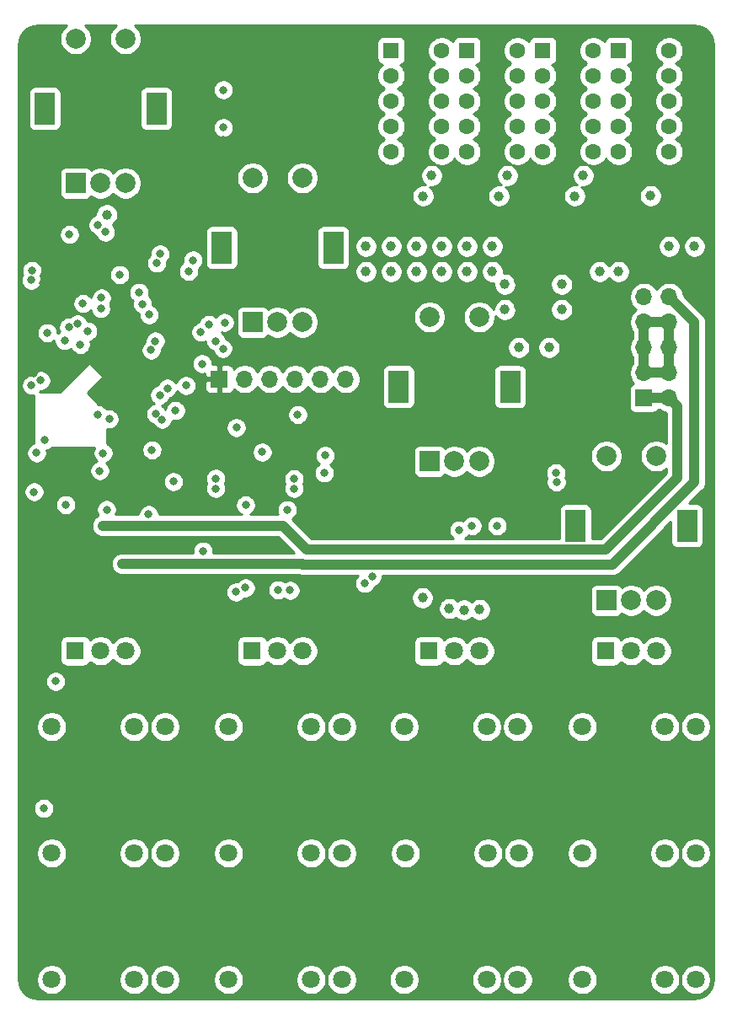
<source format=gbr>
G04 #@! TF.GenerationSoftware,KiCad,Pcbnew,5.1.6-c6e7f7d~87~ubuntu18.04.1*
G04 #@! TF.CreationDate,2020-08-19T10:21:35-04:00*
G04 #@! TF.ProjectId,quad_adsr,71756164-5f61-4647-9372-2e6b69636164,rev?*
G04 #@! TF.SameCoordinates,Original*
G04 #@! TF.FileFunction,Copper,L2,Inr*
G04 #@! TF.FilePolarity,Positive*
%FSLAX46Y46*%
G04 Gerber Fmt 4.6, Leading zero omitted, Abs format (unit mm)*
G04 Created by KiCad (PCBNEW 5.1.6-c6e7f7d~87~ubuntu18.04.1) date 2020-08-19 10:21:35*
%MOMM*%
%LPD*%
G01*
G04 APERTURE LIST*
G04 #@! TA.AperFunction,ViaPad*
%ADD10O,1.700000X1.700000*%
G04 #@! TD*
G04 #@! TA.AperFunction,ViaPad*
%ADD11R,1.700000X1.700000*%
G04 #@! TD*
G04 #@! TA.AperFunction,ViaPad*
%ADD12R,2.000000X2.000000*%
G04 #@! TD*
G04 #@! TA.AperFunction,ViaPad*
%ADD13C,2.000000*%
G04 #@! TD*
G04 #@! TA.AperFunction,ViaPad*
%ADD14R,2.000000X3.200000*%
G04 #@! TD*
G04 #@! TA.AperFunction,ViaPad*
%ADD15R,1.600000X1.600000*%
G04 #@! TD*
G04 #@! TA.AperFunction,ViaPad*
%ADD16C,1.600000*%
G04 #@! TD*
G04 #@! TA.AperFunction,ViaPad*
%ADD17C,1.800000*%
G04 #@! TD*
G04 #@! TA.AperFunction,ViaPad*
%ADD18R,1.800000X1.800000*%
G04 #@! TD*
G04 #@! TA.AperFunction,ViaPad*
%ADD19C,1.000000*%
G04 #@! TD*
G04 #@! TA.AperFunction,ViaPad*
%ADD20C,0.800000*%
G04 #@! TD*
G04 #@! TA.AperFunction,Conductor*
%ADD21C,1.000000*%
G04 #@! TD*
G04 #@! TA.AperFunction,Conductor*
%ADD22C,0.254000*%
G04 #@! TD*
G04 APERTURE END LIST*
D10*
X109728000Y-86995000D03*
X107188000Y-86995000D03*
X104648000Y-86995000D03*
X102108000Y-86995000D03*
X99568000Y-86995000D03*
D11*
X97028000Y-86995000D03*
D12*
X135930000Y-109220000D03*
D13*
X138430000Y-109220000D03*
X140930000Y-109220000D03*
D14*
X132830000Y-101720000D03*
X144030000Y-101720000D03*
D13*
X135930000Y-94720000D03*
X140930000Y-94720000D03*
D15*
X121920000Y-53975000D03*
D16*
X121920000Y-56515000D03*
X121920000Y-59055000D03*
X121920000Y-61595000D03*
X121920000Y-64135000D03*
X127000000Y-64135000D03*
X127000000Y-61595000D03*
X127000000Y-59055000D03*
X127000000Y-56515000D03*
X127000000Y-53975000D03*
X134620000Y-53975000D03*
X134620000Y-56515000D03*
X134620000Y-59055000D03*
X134620000Y-61595000D03*
X134620000Y-64135000D03*
X129540000Y-64135000D03*
X129540000Y-61595000D03*
X129540000Y-59055000D03*
X129540000Y-56515000D03*
D15*
X129540000Y-53975000D03*
D17*
X80170000Y-147320000D03*
X91570000Y-147320000D03*
X88470000Y-147320000D03*
D16*
X119380000Y-53975000D03*
X119380000Y-56515000D03*
X119380000Y-59055000D03*
X119380000Y-61595000D03*
X119380000Y-64135000D03*
X114300000Y-64135000D03*
X114300000Y-61595000D03*
X114300000Y-59055000D03*
X114300000Y-56515000D03*
D15*
X114300000Y-53975000D03*
D17*
X97950000Y-134620000D03*
X109350000Y-134620000D03*
X106250000Y-134620000D03*
X123900000Y-121920000D03*
X127000000Y-121920000D03*
X115600000Y-121920000D03*
X106250000Y-121920000D03*
X109350000Y-121920000D03*
X97950000Y-121920000D03*
D12*
X82590000Y-67310000D03*
D13*
X85090000Y-67310000D03*
X87590000Y-67310000D03*
D14*
X79490000Y-59810000D03*
X90690000Y-59810000D03*
D13*
X82590000Y-52810000D03*
X87590000Y-52810000D03*
D18*
X82550000Y-114300000D03*
D17*
X85090000Y-114300000D03*
X87630000Y-114300000D03*
X105410000Y-114300000D03*
X102870000Y-114300000D03*
D18*
X100330000Y-114300000D03*
X118110000Y-114300000D03*
D17*
X120650000Y-114300000D03*
X123190000Y-114300000D03*
X140970000Y-114300000D03*
X138430000Y-114300000D03*
D18*
X135890000Y-114300000D03*
D17*
X88470000Y-121920000D03*
X91570000Y-121920000D03*
X80170000Y-121920000D03*
X80170000Y-134620000D03*
X91570000Y-134620000D03*
X88470000Y-134620000D03*
X115730000Y-134620000D03*
X127130000Y-134620000D03*
X124030000Y-134620000D03*
X141810000Y-121920000D03*
X144910000Y-121920000D03*
X133510000Y-121920000D03*
X133510000Y-134620000D03*
X144910000Y-134620000D03*
X141810000Y-134620000D03*
X106250000Y-147320000D03*
X109350000Y-147320000D03*
X97950000Y-147320000D03*
X115600000Y-147320000D03*
X127000000Y-147320000D03*
X123900000Y-147320000D03*
X141810000Y-147320000D03*
X144910000Y-147320000D03*
X133510000Y-147320000D03*
D13*
X105370000Y-66780000D03*
X100370000Y-66780000D03*
D14*
X108470000Y-73780000D03*
X97270000Y-73780000D03*
D13*
X105370000Y-81280000D03*
X102870000Y-81280000D03*
D12*
X100370000Y-81280000D03*
D13*
X123150000Y-80750000D03*
X118150000Y-80750000D03*
D14*
X126250000Y-87750000D03*
X115050000Y-87750000D03*
D13*
X123150000Y-95250000D03*
X120650000Y-95250000D03*
D12*
X118150000Y-95250000D03*
D15*
X137160000Y-53975000D03*
D16*
X137160000Y-56515000D03*
X137160000Y-59055000D03*
X137160000Y-61595000D03*
X137160000Y-64135000D03*
X142240000Y-64135000D03*
X142240000Y-61595000D03*
X142240000Y-59055000D03*
X142240000Y-56515000D03*
X142240000Y-53975000D03*
D11*
X139700000Y-88900000D03*
D10*
X142240000Y-88900000D03*
X139700000Y-86360000D03*
X142240000Y-86360000D03*
X139700000Y-83820000D03*
X142240000Y-83820000D03*
X139700000Y-81280000D03*
X142240000Y-81280000D03*
X139700000Y-78740000D03*
X142240000Y-78740000D03*
D19*
X120142000Y-110032800D03*
X117449600Y-108966002D03*
X121602844Y-110172836D03*
X123190012Y-110134388D03*
D20*
X79735883Y-82341517D03*
X81475391Y-83119030D03*
X91262200Y-91033600D03*
X84810600Y-90576400D03*
X79476600Y-93116400D03*
X101335840Y-94325440D03*
X96662240Y-96967040D03*
X96667320Y-97983040D03*
X90652600Y-90500200D03*
X95173800Y-82270600D03*
X95961200Y-81508600D03*
X97561400Y-81305400D03*
X81965800Y-72466200D03*
X79070200Y-87122000D03*
X95377000Y-104267000D03*
X81584800Y-99618800D03*
X85699600Y-100101400D03*
X99669600Y-99644200D03*
X103835200Y-100126800D03*
X85953600Y-91008200D03*
D19*
X117515640Y-68600320D03*
X125125480Y-68600320D03*
X132740400Y-68595240D03*
X140365480Y-68574920D03*
X131445000Y-77470000D03*
X131445000Y-80010000D03*
X125730000Y-80010000D03*
X125730000Y-77470000D03*
X137160000Y-76200000D03*
X135255000Y-76200000D03*
X124460000Y-76200000D03*
X124460000Y-73660000D03*
X85725000Y-70485000D03*
D20*
X85013800Y-96199960D03*
X78653640Y-94401640D03*
X85349080Y-94427040D03*
X90246200Y-94112080D03*
X92410280Y-97292160D03*
X78404720Y-98318320D03*
X84841080Y-71511160D03*
X85582760Y-72222360D03*
X78181200Y-76088240D03*
X78115158Y-77058520D03*
X107576907Y-96419774D03*
X98742003Y-91858057D03*
X104549916Y-97000146D03*
X104550338Y-97973112D03*
X107656810Y-94653966D03*
X78142010Y-87606000D03*
X89916000Y-100584000D03*
D19*
X130175000Y-83820000D03*
X127127000Y-83820000D03*
X121920000Y-73660000D03*
X121920000Y-76200000D03*
X119380000Y-76200000D03*
X119380000Y-73660000D03*
X116840000Y-73660000D03*
X116840000Y-76200000D03*
X114300000Y-76200000D03*
X114300000Y-73660000D03*
X111760000Y-73660000D03*
X111760000Y-76200000D03*
X142240000Y-73660000D03*
X144780000Y-73660000D03*
D20*
X94386400Y-75031600D03*
X91066150Y-74422149D03*
X93929200Y-76149200D03*
X90728800Y-75336406D03*
X89301718Y-79439721D03*
X96672400Y-83159600D03*
X97383600Y-83933210D03*
X89966800Y-80518006D03*
X91793672Y-87913481D03*
X130850123Y-96407829D03*
X91033600Y-88595200D03*
X130911600Y-97332800D03*
X84531200Y-73228200D03*
X83921600Y-72694800D03*
X78384400Y-86436200D03*
X78384400Y-85394800D03*
D19*
X130048000Y-77152500D03*
X130048000Y-78422500D03*
X130048000Y-79692500D03*
X127127000Y-79692500D03*
X127127000Y-78422500D03*
X127127000Y-77152500D03*
D20*
X94513400Y-79629000D03*
X94289880Y-96987360D03*
X94279720Y-97962720D03*
X102829360Y-96941640D03*
X102829360Y-97952560D03*
X135509000Y-132524500D03*
X117665500Y-132524500D03*
X135509000Y-122428000D03*
X117729000Y-122491500D03*
X99885500Y-132651500D03*
X99885500Y-122428000D03*
X82105500Y-122491500D03*
X119888000Y-98933000D03*
X128778000Y-99504500D03*
X129794000Y-99504500D03*
X97409000Y-62992000D03*
X97917000Y-54038500D03*
X85737700Y-55397400D03*
X85051900Y-64566800D03*
X97917000Y-53022500D03*
X85712300Y-88849200D03*
X79273400Y-77393796D03*
X79400400Y-76580998D03*
X82097006Y-132740487D03*
D19*
X128569720Y-78440280D03*
X128569720Y-77170280D03*
X128569720Y-79710280D03*
X90170000Y-70485000D03*
D20*
X79065120Y-72349360D03*
X77607160Y-62118240D03*
X92029280Y-57312560D03*
X89687400Y-91516202D03*
X90220804Y-92100400D03*
X120654800Y-92248000D03*
X102870000Y-78232000D03*
X138457800Y-106195000D03*
X127304800Y-85293200D03*
X109372400Y-68884800D03*
X145034000Y-99212400D03*
X88947249Y-78278281D03*
X95290640Y-85450680D03*
D19*
X118364000Y-66548000D03*
X125984000Y-66548000D03*
X133604000Y-66548000D03*
D20*
X80568800Y-117348000D03*
X83055013Y-83515086D03*
X79362300Y-130111500D03*
X81898489Y-81769659D03*
X98700644Y-108378621D03*
X82772771Y-81461466D03*
X99648839Y-107961610D03*
X83791935Y-82171663D03*
X83312000Y-79400400D03*
X102920800Y-108153200D03*
X85115400Y-79908400D03*
X104140002Y-108204000D03*
X111643160Y-107513120D03*
X85178900Y-78828900D03*
X112369600Y-106857800D03*
X87020400Y-76504800D03*
D19*
X85308440Y-101721920D03*
X103428800Y-101747320D03*
X87279480Y-105547160D03*
X105384600Y-105592880D03*
D20*
X93679706Y-87629292D03*
X124942600Y-101727000D03*
X90170000Y-84074000D03*
X97434400Y-57937400D03*
X121132600Y-102145010D03*
X97434400Y-61722002D03*
X104905009Y-90558432D03*
X90589134Y-83172028D03*
X92616002Y-90144600D03*
X122426132Y-101731991D03*
D21*
X139700000Y-83820000D02*
X139700000Y-86360000D01*
X139700000Y-86360000D02*
X142240000Y-86360000D01*
X142240000Y-86360000D02*
X142240000Y-83820000D01*
X142240000Y-83820000D02*
X142240000Y-81280000D01*
X142240000Y-81280000D02*
X139700000Y-81280000D01*
X139700000Y-81280000D02*
X139700000Y-83820000D01*
X103403400Y-101721920D02*
X103428800Y-101747320D01*
X85308440Y-101721920D02*
X103403400Y-101721920D01*
X142240000Y-88900000D02*
X139700000Y-88900000D01*
X143089999Y-89749999D02*
X142240000Y-88900000D01*
X135839200Y-104140000D02*
X143089999Y-96889201D01*
X103428800Y-101747320D02*
X105821480Y-104140000D01*
X143089999Y-96889201D02*
X143089999Y-89749999D01*
X105821480Y-104140000D02*
X135839200Y-104140000D01*
X105338880Y-105547160D02*
X105384600Y-105592880D01*
X87279480Y-105547160D02*
X105338880Y-105547160D01*
X143089999Y-79589999D02*
X142240000Y-78740000D01*
X144780000Y-81280000D02*
X143089999Y-79589999D01*
X136534916Y-105592880D02*
X144780000Y-97347796D01*
X144780000Y-97347796D02*
X144780000Y-81280000D01*
X105384600Y-105592880D02*
X136534916Y-105592880D01*
D22*
G36*
X81547748Y-51540013D02*
G01*
X81320013Y-51767748D01*
X81141082Y-52035537D01*
X81017832Y-52333088D01*
X80955000Y-52648967D01*
X80955000Y-52971033D01*
X81017832Y-53286912D01*
X81141082Y-53584463D01*
X81320013Y-53852252D01*
X81547748Y-54079987D01*
X81815537Y-54258918D01*
X82113088Y-54382168D01*
X82428967Y-54445000D01*
X82751033Y-54445000D01*
X83066912Y-54382168D01*
X83364463Y-54258918D01*
X83632252Y-54079987D01*
X83859987Y-53852252D01*
X84038918Y-53584463D01*
X84162168Y-53286912D01*
X84225000Y-52971033D01*
X84225000Y-52648967D01*
X84162168Y-52333088D01*
X84038918Y-52035537D01*
X83859987Y-51767748D01*
X83632252Y-51540013D01*
X83512504Y-51460000D01*
X86667496Y-51460000D01*
X86547748Y-51540013D01*
X86320013Y-51767748D01*
X86141082Y-52035537D01*
X86017832Y-52333088D01*
X85955000Y-52648967D01*
X85955000Y-52971033D01*
X86017832Y-53286912D01*
X86141082Y-53584463D01*
X86320013Y-53852252D01*
X86547748Y-54079987D01*
X86815537Y-54258918D01*
X87113088Y-54382168D01*
X87428967Y-54445000D01*
X87751033Y-54445000D01*
X88066912Y-54382168D01*
X88364463Y-54258918D01*
X88632252Y-54079987D01*
X88859987Y-53852252D01*
X89038918Y-53584463D01*
X89162168Y-53286912D01*
X89184428Y-53175000D01*
X112861928Y-53175000D01*
X112861928Y-54775000D01*
X112874188Y-54899482D01*
X112910498Y-55019180D01*
X112969463Y-55129494D01*
X113048815Y-55226185D01*
X113145506Y-55305537D01*
X113255820Y-55364502D01*
X113375518Y-55400812D01*
X113383961Y-55401643D01*
X113185363Y-55600241D01*
X113028320Y-55835273D01*
X112920147Y-56096426D01*
X112865000Y-56373665D01*
X112865000Y-56656335D01*
X112920147Y-56933574D01*
X113028320Y-57194727D01*
X113185363Y-57429759D01*
X113385241Y-57629637D01*
X113617759Y-57785000D01*
X113385241Y-57940363D01*
X113185363Y-58140241D01*
X113028320Y-58375273D01*
X112920147Y-58636426D01*
X112865000Y-58913665D01*
X112865000Y-59196335D01*
X112920147Y-59473574D01*
X113028320Y-59734727D01*
X113185363Y-59969759D01*
X113385241Y-60169637D01*
X113617759Y-60325000D01*
X113385241Y-60480363D01*
X113185363Y-60680241D01*
X113028320Y-60915273D01*
X112920147Y-61176426D01*
X112865000Y-61453665D01*
X112865000Y-61736335D01*
X112920147Y-62013574D01*
X113028320Y-62274727D01*
X113185363Y-62509759D01*
X113385241Y-62709637D01*
X113617759Y-62865000D01*
X113385241Y-63020363D01*
X113185363Y-63220241D01*
X113028320Y-63455273D01*
X112920147Y-63716426D01*
X112865000Y-63993665D01*
X112865000Y-64276335D01*
X112920147Y-64553574D01*
X113028320Y-64814727D01*
X113185363Y-65049759D01*
X113385241Y-65249637D01*
X113620273Y-65406680D01*
X113881426Y-65514853D01*
X114158665Y-65570000D01*
X114441335Y-65570000D01*
X114718574Y-65514853D01*
X114979727Y-65406680D01*
X115214759Y-65249637D01*
X115414637Y-65049759D01*
X115571680Y-64814727D01*
X115679853Y-64553574D01*
X115735000Y-64276335D01*
X115735000Y-63993665D01*
X115679853Y-63716426D01*
X115571680Y-63455273D01*
X115414637Y-63220241D01*
X115214759Y-63020363D01*
X114982241Y-62865000D01*
X115214759Y-62709637D01*
X115414637Y-62509759D01*
X115571680Y-62274727D01*
X115679853Y-62013574D01*
X115735000Y-61736335D01*
X115735000Y-61453665D01*
X115679853Y-61176426D01*
X115571680Y-60915273D01*
X115414637Y-60680241D01*
X115214759Y-60480363D01*
X114982241Y-60325000D01*
X115214759Y-60169637D01*
X115414637Y-59969759D01*
X115571680Y-59734727D01*
X115679853Y-59473574D01*
X115735000Y-59196335D01*
X115735000Y-58913665D01*
X115679853Y-58636426D01*
X115571680Y-58375273D01*
X115414637Y-58140241D01*
X115214759Y-57940363D01*
X114982241Y-57785000D01*
X115214759Y-57629637D01*
X115414637Y-57429759D01*
X115571680Y-57194727D01*
X115679853Y-56933574D01*
X115735000Y-56656335D01*
X115735000Y-56373665D01*
X115679853Y-56096426D01*
X115571680Y-55835273D01*
X115414637Y-55600241D01*
X115216039Y-55401643D01*
X115224482Y-55400812D01*
X115344180Y-55364502D01*
X115454494Y-55305537D01*
X115551185Y-55226185D01*
X115630537Y-55129494D01*
X115689502Y-55019180D01*
X115725812Y-54899482D01*
X115738072Y-54775000D01*
X115738072Y-53833665D01*
X117945000Y-53833665D01*
X117945000Y-54116335D01*
X118000147Y-54393574D01*
X118108320Y-54654727D01*
X118265363Y-54889759D01*
X118465241Y-55089637D01*
X118697759Y-55245000D01*
X118465241Y-55400363D01*
X118265363Y-55600241D01*
X118108320Y-55835273D01*
X118000147Y-56096426D01*
X117945000Y-56373665D01*
X117945000Y-56656335D01*
X118000147Y-56933574D01*
X118108320Y-57194727D01*
X118265363Y-57429759D01*
X118465241Y-57629637D01*
X118697759Y-57785000D01*
X118465241Y-57940363D01*
X118265363Y-58140241D01*
X118108320Y-58375273D01*
X118000147Y-58636426D01*
X117945000Y-58913665D01*
X117945000Y-59196335D01*
X118000147Y-59473574D01*
X118108320Y-59734727D01*
X118265363Y-59969759D01*
X118465241Y-60169637D01*
X118697759Y-60325000D01*
X118465241Y-60480363D01*
X118265363Y-60680241D01*
X118108320Y-60915273D01*
X118000147Y-61176426D01*
X117945000Y-61453665D01*
X117945000Y-61736335D01*
X118000147Y-62013574D01*
X118108320Y-62274727D01*
X118265363Y-62509759D01*
X118465241Y-62709637D01*
X118697759Y-62865000D01*
X118465241Y-63020363D01*
X118265363Y-63220241D01*
X118108320Y-63455273D01*
X118000147Y-63716426D01*
X117945000Y-63993665D01*
X117945000Y-64276335D01*
X118000147Y-64553574D01*
X118108320Y-64814727D01*
X118265363Y-65049759D01*
X118465241Y-65249637D01*
X118700273Y-65406680D01*
X118961426Y-65514853D01*
X119238665Y-65570000D01*
X119521335Y-65570000D01*
X119798574Y-65514853D01*
X120059727Y-65406680D01*
X120294759Y-65249637D01*
X120494637Y-65049759D01*
X120650000Y-64817241D01*
X120805363Y-65049759D01*
X121005241Y-65249637D01*
X121240273Y-65406680D01*
X121501426Y-65514853D01*
X121778665Y-65570000D01*
X122061335Y-65570000D01*
X122338574Y-65514853D01*
X122599727Y-65406680D01*
X122834759Y-65249637D01*
X123034637Y-65049759D01*
X123191680Y-64814727D01*
X123299853Y-64553574D01*
X123355000Y-64276335D01*
X123355000Y-63993665D01*
X123299853Y-63716426D01*
X123191680Y-63455273D01*
X123034637Y-63220241D01*
X122834759Y-63020363D01*
X122602241Y-62865000D01*
X122834759Y-62709637D01*
X123034637Y-62509759D01*
X123191680Y-62274727D01*
X123299853Y-62013574D01*
X123355000Y-61736335D01*
X123355000Y-61453665D01*
X123299853Y-61176426D01*
X123191680Y-60915273D01*
X123034637Y-60680241D01*
X122834759Y-60480363D01*
X122602241Y-60325000D01*
X122834759Y-60169637D01*
X123034637Y-59969759D01*
X123191680Y-59734727D01*
X123299853Y-59473574D01*
X123355000Y-59196335D01*
X123355000Y-58913665D01*
X123299853Y-58636426D01*
X123191680Y-58375273D01*
X123034637Y-58140241D01*
X122834759Y-57940363D01*
X122602241Y-57785000D01*
X122834759Y-57629637D01*
X123034637Y-57429759D01*
X123191680Y-57194727D01*
X123299853Y-56933574D01*
X123355000Y-56656335D01*
X123355000Y-56373665D01*
X123299853Y-56096426D01*
X123191680Y-55835273D01*
X123034637Y-55600241D01*
X122836039Y-55401643D01*
X122844482Y-55400812D01*
X122964180Y-55364502D01*
X123074494Y-55305537D01*
X123171185Y-55226185D01*
X123250537Y-55129494D01*
X123309502Y-55019180D01*
X123345812Y-54899482D01*
X123358072Y-54775000D01*
X123358072Y-53833665D01*
X125565000Y-53833665D01*
X125565000Y-54116335D01*
X125620147Y-54393574D01*
X125728320Y-54654727D01*
X125885363Y-54889759D01*
X126085241Y-55089637D01*
X126317759Y-55245000D01*
X126085241Y-55400363D01*
X125885363Y-55600241D01*
X125728320Y-55835273D01*
X125620147Y-56096426D01*
X125565000Y-56373665D01*
X125565000Y-56656335D01*
X125620147Y-56933574D01*
X125728320Y-57194727D01*
X125885363Y-57429759D01*
X126085241Y-57629637D01*
X126317759Y-57785000D01*
X126085241Y-57940363D01*
X125885363Y-58140241D01*
X125728320Y-58375273D01*
X125620147Y-58636426D01*
X125565000Y-58913665D01*
X125565000Y-59196335D01*
X125620147Y-59473574D01*
X125728320Y-59734727D01*
X125885363Y-59969759D01*
X126085241Y-60169637D01*
X126317759Y-60325000D01*
X126085241Y-60480363D01*
X125885363Y-60680241D01*
X125728320Y-60915273D01*
X125620147Y-61176426D01*
X125565000Y-61453665D01*
X125565000Y-61736335D01*
X125620147Y-62013574D01*
X125728320Y-62274727D01*
X125885363Y-62509759D01*
X126085241Y-62709637D01*
X126317759Y-62865000D01*
X126085241Y-63020363D01*
X125885363Y-63220241D01*
X125728320Y-63455273D01*
X125620147Y-63716426D01*
X125565000Y-63993665D01*
X125565000Y-64276335D01*
X125620147Y-64553574D01*
X125728320Y-64814727D01*
X125885363Y-65049759D01*
X126085241Y-65249637D01*
X126320273Y-65406680D01*
X126581426Y-65514853D01*
X126858665Y-65570000D01*
X127141335Y-65570000D01*
X127418574Y-65514853D01*
X127679727Y-65406680D01*
X127914759Y-65249637D01*
X128114637Y-65049759D01*
X128270000Y-64817241D01*
X128425363Y-65049759D01*
X128625241Y-65249637D01*
X128860273Y-65406680D01*
X129121426Y-65514853D01*
X129398665Y-65570000D01*
X129681335Y-65570000D01*
X129958574Y-65514853D01*
X130219727Y-65406680D01*
X130454759Y-65249637D01*
X130654637Y-65049759D01*
X130811680Y-64814727D01*
X130919853Y-64553574D01*
X130975000Y-64276335D01*
X130975000Y-63993665D01*
X130919853Y-63716426D01*
X130811680Y-63455273D01*
X130654637Y-63220241D01*
X130454759Y-63020363D01*
X130222241Y-62865000D01*
X130454759Y-62709637D01*
X130654637Y-62509759D01*
X130811680Y-62274727D01*
X130919853Y-62013574D01*
X130975000Y-61736335D01*
X130975000Y-61453665D01*
X130919853Y-61176426D01*
X130811680Y-60915273D01*
X130654637Y-60680241D01*
X130454759Y-60480363D01*
X130222241Y-60325000D01*
X130454759Y-60169637D01*
X130654637Y-59969759D01*
X130811680Y-59734727D01*
X130919853Y-59473574D01*
X130975000Y-59196335D01*
X130975000Y-58913665D01*
X130919853Y-58636426D01*
X130811680Y-58375273D01*
X130654637Y-58140241D01*
X130454759Y-57940363D01*
X130222241Y-57785000D01*
X130454759Y-57629637D01*
X130654637Y-57429759D01*
X130811680Y-57194727D01*
X130919853Y-56933574D01*
X130975000Y-56656335D01*
X130975000Y-56373665D01*
X130919853Y-56096426D01*
X130811680Y-55835273D01*
X130654637Y-55600241D01*
X130456039Y-55401643D01*
X130464482Y-55400812D01*
X130584180Y-55364502D01*
X130694494Y-55305537D01*
X130791185Y-55226185D01*
X130870537Y-55129494D01*
X130929502Y-55019180D01*
X130965812Y-54899482D01*
X130978072Y-54775000D01*
X130978072Y-53833665D01*
X133185000Y-53833665D01*
X133185000Y-54116335D01*
X133240147Y-54393574D01*
X133348320Y-54654727D01*
X133505363Y-54889759D01*
X133705241Y-55089637D01*
X133937759Y-55245000D01*
X133705241Y-55400363D01*
X133505363Y-55600241D01*
X133348320Y-55835273D01*
X133240147Y-56096426D01*
X133185000Y-56373665D01*
X133185000Y-56656335D01*
X133240147Y-56933574D01*
X133348320Y-57194727D01*
X133505363Y-57429759D01*
X133705241Y-57629637D01*
X133937759Y-57785000D01*
X133705241Y-57940363D01*
X133505363Y-58140241D01*
X133348320Y-58375273D01*
X133240147Y-58636426D01*
X133185000Y-58913665D01*
X133185000Y-59196335D01*
X133240147Y-59473574D01*
X133348320Y-59734727D01*
X133505363Y-59969759D01*
X133705241Y-60169637D01*
X133937759Y-60325000D01*
X133705241Y-60480363D01*
X133505363Y-60680241D01*
X133348320Y-60915273D01*
X133240147Y-61176426D01*
X133185000Y-61453665D01*
X133185000Y-61736335D01*
X133240147Y-62013574D01*
X133348320Y-62274727D01*
X133505363Y-62509759D01*
X133705241Y-62709637D01*
X133937759Y-62865000D01*
X133705241Y-63020363D01*
X133505363Y-63220241D01*
X133348320Y-63455273D01*
X133240147Y-63716426D01*
X133185000Y-63993665D01*
X133185000Y-64276335D01*
X133240147Y-64553574D01*
X133348320Y-64814727D01*
X133505363Y-65049759D01*
X133705241Y-65249637D01*
X133940273Y-65406680D01*
X134201426Y-65514853D01*
X134478665Y-65570000D01*
X134761335Y-65570000D01*
X135038574Y-65514853D01*
X135299727Y-65406680D01*
X135534759Y-65249637D01*
X135734637Y-65049759D01*
X135890000Y-64817241D01*
X136045363Y-65049759D01*
X136245241Y-65249637D01*
X136480273Y-65406680D01*
X136741426Y-65514853D01*
X137018665Y-65570000D01*
X137301335Y-65570000D01*
X137578574Y-65514853D01*
X137839727Y-65406680D01*
X138074759Y-65249637D01*
X138274637Y-65049759D01*
X138431680Y-64814727D01*
X138539853Y-64553574D01*
X138595000Y-64276335D01*
X138595000Y-63993665D01*
X138539853Y-63716426D01*
X138431680Y-63455273D01*
X138274637Y-63220241D01*
X138074759Y-63020363D01*
X137842241Y-62865000D01*
X138074759Y-62709637D01*
X138274637Y-62509759D01*
X138431680Y-62274727D01*
X138539853Y-62013574D01*
X138595000Y-61736335D01*
X138595000Y-61453665D01*
X138539853Y-61176426D01*
X138431680Y-60915273D01*
X138274637Y-60680241D01*
X138074759Y-60480363D01*
X137842241Y-60325000D01*
X138074759Y-60169637D01*
X138274637Y-59969759D01*
X138431680Y-59734727D01*
X138539853Y-59473574D01*
X138595000Y-59196335D01*
X138595000Y-58913665D01*
X138539853Y-58636426D01*
X138431680Y-58375273D01*
X138274637Y-58140241D01*
X138074759Y-57940363D01*
X137842241Y-57785000D01*
X138074759Y-57629637D01*
X138274637Y-57429759D01*
X138431680Y-57194727D01*
X138539853Y-56933574D01*
X138595000Y-56656335D01*
X138595000Y-56373665D01*
X138539853Y-56096426D01*
X138431680Y-55835273D01*
X138274637Y-55600241D01*
X138076039Y-55401643D01*
X138084482Y-55400812D01*
X138204180Y-55364502D01*
X138314494Y-55305537D01*
X138411185Y-55226185D01*
X138490537Y-55129494D01*
X138549502Y-55019180D01*
X138585812Y-54899482D01*
X138598072Y-54775000D01*
X138598072Y-53833665D01*
X140805000Y-53833665D01*
X140805000Y-54116335D01*
X140860147Y-54393574D01*
X140968320Y-54654727D01*
X141125363Y-54889759D01*
X141325241Y-55089637D01*
X141557759Y-55245000D01*
X141325241Y-55400363D01*
X141125363Y-55600241D01*
X140968320Y-55835273D01*
X140860147Y-56096426D01*
X140805000Y-56373665D01*
X140805000Y-56656335D01*
X140860147Y-56933574D01*
X140968320Y-57194727D01*
X141125363Y-57429759D01*
X141325241Y-57629637D01*
X141557759Y-57785000D01*
X141325241Y-57940363D01*
X141125363Y-58140241D01*
X140968320Y-58375273D01*
X140860147Y-58636426D01*
X140805000Y-58913665D01*
X140805000Y-59196335D01*
X140860147Y-59473574D01*
X140968320Y-59734727D01*
X141125363Y-59969759D01*
X141325241Y-60169637D01*
X141557759Y-60325000D01*
X141325241Y-60480363D01*
X141125363Y-60680241D01*
X140968320Y-60915273D01*
X140860147Y-61176426D01*
X140805000Y-61453665D01*
X140805000Y-61736335D01*
X140860147Y-62013574D01*
X140968320Y-62274727D01*
X141125363Y-62509759D01*
X141325241Y-62709637D01*
X141557759Y-62865000D01*
X141325241Y-63020363D01*
X141125363Y-63220241D01*
X140968320Y-63455273D01*
X140860147Y-63716426D01*
X140805000Y-63993665D01*
X140805000Y-64276335D01*
X140860147Y-64553574D01*
X140968320Y-64814727D01*
X141125363Y-65049759D01*
X141325241Y-65249637D01*
X141560273Y-65406680D01*
X141821426Y-65514853D01*
X142098665Y-65570000D01*
X142381335Y-65570000D01*
X142658574Y-65514853D01*
X142919727Y-65406680D01*
X143154759Y-65249637D01*
X143354637Y-65049759D01*
X143511680Y-64814727D01*
X143619853Y-64553574D01*
X143675000Y-64276335D01*
X143675000Y-63993665D01*
X143619853Y-63716426D01*
X143511680Y-63455273D01*
X143354637Y-63220241D01*
X143154759Y-63020363D01*
X142922241Y-62865000D01*
X143154759Y-62709637D01*
X143354637Y-62509759D01*
X143511680Y-62274727D01*
X143619853Y-62013574D01*
X143675000Y-61736335D01*
X143675000Y-61453665D01*
X143619853Y-61176426D01*
X143511680Y-60915273D01*
X143354637Y-60680241D01*
X143154759Y-60480363D01*
X142922241Y-60325000D01*
X143154759Y-60169637D01*
X143354637Y-59969759D01*
X143511680Y-59734727D01*
X143619853Y-59473574D01*
X143675000Y-59196335D01*
X143675000Y-58913665D01*
X143619853Y-58636426D01*
X143511680Y-58375273D01*
X143354637Y-58140241D01*
X143154759Y-57940363D01*
X142922241Y-57785000D01*
X143154759Y-57629637D01*
X143354637Y-57429759D01*
X143511680Y-57194727D01*
X143619853Y-56933574D01*
X143675000Y-56656335D01*
X143675000Y-56373665D01*
X143619853Y-56096426D01*
X143511680Y-55835273D01*
X143354637Y-55600241D01*
X143154759Y-55400363D01*
X142922241Y-55245000D01*
X143154759Y-55089637D01*
X143354637Y-54889759D01*
X143511680Y-54654727D01*
X143619853Y-54393574D01*
X143675000Y-54116335D01*
X143675000Y-53833665D01*
X143619853Y-53556426D01*
X143511680Y-53295273D01*
X143354637Y-53060241D01*
X143154759Y-52860363D01*
X142919727Y-52703320D01*
X142658574Y-52595147D01*
X142381335Y-52540000D01*
X142098665Y-52540000D01*
X141821426Y-52595147D01*
X141560273Y-52703320D01*
X141325241Y-52860363D01*
X141125363Y-53060241D01*
X140968320Y-53295273D01*
X140860147Y-53556426D01*
X140805000Y-53833665D01*
X138598072Y-53833665D01*
X138598072Y-53175000D01*
X138585812Y-53050518D01*
X138549502Y-52930820D01*
X138490537Y-52820506D01*
X138411185Y-52723815D01*
X138314494Y-52644463D01*
X138204180Y-52585498D01*
X138084482Y-52549188D01*
X137960000Y-52536928D01*
X136360000Y-52536928D01*
X136235518Y-52549188D01*
X136115820Y-52585498D01*
X136005506Y-52644463D01*
X135908815Y-52723815D01*
X135829463Y-52820506D01*
X135770498Y-52930820D01*
X135734188Y-53050518D01*
X135733357Y-53058961D01*
X135534759Y-52860363D01*
X135299727Y-52703320D01*
X135038574Y-52595147D01*
X134761335Y-52540000D01*
X134478665Y-52540000D01*
X134201426Y-52595147D01*
X133940273Y-52703320D01*
X133705241Y-52860363D01*
X133505363Y-53060241D01*
X133348320Y-53295273D01*
X133240147Y-53556426D01*
X133185000Y-53833665D01*
X130978072Y-53833665D01*
X130978072Y-53175000D01*
X130965812Y-53050518D01*
X130929502Y-52930820D01*
X130870537Y-52820506D01*
X130791185Y-52723815D01*
X130694494Y-52644463D01*
X130584180Y-52585498D01*
X130464482Y-52549188D01*
X130340000Y-52536928D01*
X128740000Y-52536928D01*
X128615518Y-52549188D01*
X128495820Y-52585498D01*
X128385506Y-52644463D01*
X128288815Y-52723815D01*
X128209463Y-52820506D01*
X128150498Y-52930820D01*
X128114188Y-53050518D01*
X128113357Y-53058961D01*
X127914759Y-52860363D01*
X127679727Y-52703320D01*
X127418574Y-52595147D01*
X127141335Y-52540000D01*
X126858665Y-52540000D01*
X126581426Y-52595147D01*
X126320273Y-52703320D01*
X126085241Y-52860363D01*
X125885363Y-53060241D01*
X125728320Y-53295273D01*
X125620147Y-53556426D01*
X125565000Y-53833665D01*
X123358072Y-53833665D01*
X123358072Y-53175000D01*
X123345812Y-53050518D01*
X123309502Y-52930820D01*
X123250537Y-52820506D01*
X123171185Y-52723815D01*
X123074494Y-52644463D01*
X122964180Y-52585498D01*
X122844482Y-52549188D01*
X122720000Y-52536928D01*
X121120000Y-52536928D01*
X120995518Y-52549188D01*
X120875820Y-52585498D01*
X120765506Y-52644463D01*
X120668815Y-52723815D01*
X120589463Y-52820506D01*
X120530498Y-52930820D01*
X120494188Y-53050518D01*
X120493357Y-53058961D01*
X120294759Y-52860363D01*
X120059727Y-52703320D01*
X119798574Y-52595147D01*
X119521335Y-52540000D01*
X119238665Y-52540000D01*
X118961426Y-52595147D01*
X118700273Y-52703320D01*
X118465241Y-52860363D01*
X118265363Y-53060241D01*
X118108320Y-53295273D01*
X118000147Y-53556426D01*
X117945000Y-53833665D01*
X115738072Y-53833665D01*
X115738072Y-53175000D01*
X115725812Y-53050518D01*
X115689502Y-52930820D01*
X115630537Y-52820506D01*
X115551185Y-52723815D01*
X115454494Y-52644463D01*
X115344180Y-52585498D01*
X115224482Y-52549188D01*
X115100000Y-52536928D01*
X113500000Y-52536928D01*
X113375518Y-52549188D01*
X113255820Y-52585498D01*
X113145506Y-52644463D01*
X113048815Y-52723815D01*
X112969463Y-52820506D01*
X112910498Y-52930820D01*
X112874188Y-53050518D01*
X112861928Y-53175000D01*
X89184428Y-53175000D01*
X89225000Y-52971033D01*
X89225000Y-52648967D01*
X89162168Y-52333088D01*
X89038918Y-52035537D01*
X88859987Y-51767748D01*
X88632252Y-51540013D01*
X88512504Y-51460000D01*
X144747721Y-51460000D01*
X145144545Y-51498909D01*
X145495208Y-51604780D01*
X145818625Y-51776744D01*
X146102484Y-52008254D01*
X146335965Y-52290486D01*
X146510183Y-52612695D01*
X146618502Y-52962614D01*
X146660001Y-53357452D01*
X146660000Y-147287721D01*
X146621091Y-147684545D01*
X146515220Y-148035206D01*
X146343257Y-148358623D01*
X146111748Y-148642482D01*
X145829514Y-148875965D01*
X145507304Y-149050184D01*
X145157385Y-149158502D01*
X144762557Y-149200000D01*
X78772279Y-149200000D01*
X78375455Y-149161091D01*
X78024794Y-149055220D01*
X77701377Y-148883257D01*
X77417518Y-148651748D01*
X77184035Y-148369514D01*
X77009816Y-148047304D01*
X76901498Y-147697385D01*
X76860000Y-147302557D01*
X76860000Y-147168816D01*
X78635000Y-147168816D01*
X78635000Y-147471184D01*
X78693989Y-147767743D01*
X78809701Y-148047095D01*
X78977688Y-148298505D01*
X79191495Y-148512312D01*
X79442905Y-148680299D01*
X79722257Y-148796011D01*
X80018816Y-148855000D01*
X80321184Y-148855000D01*
X80617743Y-148796011D01*
X80897095Y-148680299D01*
X81148505Y-148512312D01*
X81362312Y-148298505D01*
X81530299Y-148047095D01*
X81646011Y-147767743D01*
X81705000Y-147471184D01*
X81705000Y-147168816D01*
X86935000Y-147168816D01*
X86935000Y-147471184D01*
X86993989Y-147767743D01*
X87109701Y-148047095D01*
X87277688Y-148298505D01*
X87491495Y-148512312D01*
X87742905Y-148680299D01*
X88022257Y-148796011D01*
X88318816Y-148855000D01*
X88621184Y-148855000D01*
X88917743Y-148796011D01*
X89197095Y-148680299D01*
X89448505Y-148512312D01*
X89662312Y-148298505D01*
X89830299Y-148047095D01*
X89946011Y-147767743D01*
X90005000Y-147471184D01*
X90005000Y-147168816D01*
X90035000Y-147168816D01*
X90035000Y-147471184D01*
X90093989Y-147767743D01*
X90209701Y-148047095D01*
X90377688Y-148298505D01*
X90591495Y-148512312D01*
X90842905Y-148680299D01*
X91122257Y-148796011D01*
X91418816Y-148855000D01*
X91721184Y-148855000D01*
X92017743Y-148796011D01*
X92297095Y-148680299D01*
X92548505Y-148512312D01*
X92762312Y-148298505D01*
X92930299Y-148047095D01*
X93046011Y-147767743D01*
X93105000Y-147471184D01*
X93105000Y-147168816D01*
X96415000Y-147168816D01*
X96415000Y-147471184D01*
X96473989Y-147767743D01*
X96589701Y-148047095D01*
X96757688Y-148298505D01*
X96971495Y-148512312D01*
X97222905Y-148680299D01*
X97502257Y-148796011D01*
X97798816Y-148855000D01*
X98101184Y-148855000D01*
X98397743Y-148796011D01*
X98677095Y-148680299D01*
X98928505Y-148512312D01*
X99142312Y-148298505D01*
X99310299Y-148047095D01*
X99426011Y-147767743D01*
X99485000Y-147471184D01*
X99485000Y-147168816D01*
X104715000Y-147168816D01*
X104715000Y-147471184D01*
X104773989Y-147767743D01*
X104889701Y-148047095D01*
X105057688Y-148298505D01*
X105271495Y-148512312D01*
X105522905Y-148680299D01*
X105802257Y-148796011D01*
X106098816Y-148855000D01*
X106401184Y-148855000D01*
X106697743Y-148796011D01*
X106977095Y-148680299D01*
X107228505Y-148512312D01*
X107442312Y-148298505D01*
X107610299Y-148047095D01*
X107726011Y-147767743D01*
X107785000Y-147471184D01*
X107785000Y-147168816D01*
X107815000Y-147168816D01*
X107815000Y-147471184D01*
X107873989Y-147767743D01*
X107989701Y-148047095D01*
X108157688Y-148298505D01*
X108371495Y-148512312D01*
X108622905Y-148680299D01*
X108902257Y-148796011D01*
X109198816Y-148855000D01*
X109501184Y-148855000D01*
X109797743Y-148796011D01*
X110077095Y-148680299D01*
X110328505Y-148512312D01*
X110542312Y-148298505D01*
X110710299Y-148047095D01*
X110826011Y-147767743D01*
X110885000Y-147471184D01*
X110885000Y-147168816D01*
X114065000Y-147168816D01*
X114065000Y-147471184D01*
X114123989Y-147767743D01*
X114239701Y-148047095D01*
X114407688Y-148298505D01*
X114621495Y-148512312D01*
X114872905Y-148680299D01*
X115152257Y-148796011D01*
X115448816Y-148855000D01*
X115751184Y-148855000D01*
X116047743Y-148796011D01*
X116327095Y-148680299D01*
X116578505Y-148512312D01*
X116792312Y-148298505D01*
X116960299Y-148047095D01*
X117076011Y-147767743D01*
X117135000Y-147471184D01*
X117135000Y-147168816D01*
X122365000Y-147168816D01*
X122365000Y-147471184D01*
X122423989Y-147767743D01*
X122539701Y-148047095D01*
X122707688Y-148298505D01*
X122921495Y-148512312D01*
X123172905Y-148680299D01*
X123452257Y-148796011D01*
X123748816Y-148855000D01*
X124051184Y-148855000D01*
X124347743Y-148796011D01*
X124627095Y-148680299D01*
X124878505Y-148512312D01*
X125092312Y-148298505D01*
X125260299Y-148047095D01*
X125376011Y-147767743D01*
X125435000Y-147471184D01*
X125435000Y-147168816D01*
X125465000Y-147168816D01*
X125465000Y-147471184D01*
X125523989Y-147767743D01*
X125639701Y-148047095D01*
X125807688Y-148298505D01*
X126021495Y-148512312D01*
X126272905Y-148680299D01*
X126552257Y-148796011D01*
X126848816Y-148855000D01*
X127151184Y-148855000D01*
X127447743Y-148796011D01*
X127727095Y-148680299D01*
X127978505Y-148512312D01*
X128192312Y-148298505D01*
X128360299Y-148047095D01*
X128476011Y-147767743D01*
X128535000Y-147471184D01*
X128535000Y-147168816D01*
X131975000Y-147168816D01*
X131975000Y-147471184D01*
X132033989Y-147767743D01*
X132149701Y-148047095D01*
X132317688Y-148298505D01*
X132531495Y-148512312D01*
X132782905Y-148680299D01*
X133062257Y-148796011D01*
X133358816Y-148855000D01*
X133661184Y-148855000D01*
X133957743Y-148796011D01*
X134237095Y-148680299D01*
X134488505Y-148512312D01*
X134702312Y-148298505D01*
X134870299Y-148047095D01*
X134986011Y-147767743D01*
X135045000Y-147471184D01*
X135045000Y-147168816D01*
X140275000Y-147168816D01*
X140275000Y-147471184D01*
X140333989Y-147767743D01*
X140449701Y-148047095D01*
X140617688Y-148298505D01*
X140831495Y-148512312D01*
X141082905Y-148680299D01*
X141362257Y-148796011D01*
X141658816Y-148855000D01*
X141961184Y-148855000D01*
X142257743Y-148796011D01*
X142537095Y-148680299D01*
X142788505Y-148512312D01*
X143002312Y-148298505D01*
X143170299Y-148047095D01*
X143286011Y-147767743D01*
X143345000Y-147471184D01*
X143345000Y-147168816D01*
X143375000Y-147168816D01*
X143375000Y-147471184D01*
X143433989Y-147767743D01*
X143549701Y-148047095D01*
X143717688Y-148298505D01*
X143931495Y-148512312D01*
X144182905Y-148680299D01*
X144462257Y-148796011D01*
X144758816Y-148855000D01*
X145061184Y-148855000D01*
X145357743Y-148796011D01*
X145637095Y-148680299D01*
X145888505Y-148512312D01*
X146102312Y-148298505D01*
X146270299Y-148047095D01*
X146386011Y-147767743D01*
X146445000Y-147471184D01*
X146445000Y-147168816D01*
X146386011Y-146872257D01*
X146270299Y-146592905D01*
X146102312Y-146341495D01*
X145888505Y-146127688D01*
X145637095Y-145959701D01*
X145357743Y-145843989D01*
X145061184Y-145785000D01*
X144758816Y-145785000D01*
X144462257Y-145843989D01*
X144182905Y-145959701D01*
X143931495Y-146127688D01*
X143717688Y-146341495D01*
X143549701Y-146592905D01*
X143433989Y-146872257D01*
X143375000Y-147168816D01*
X143345000Y-147168816D01*
X143286011Y-146872257D01*
X143170299Y-146592905D01*
X143002312Y-146341495D01*
X142788505Y-146127688D01*
X142537095Y-145959701D01*
X142257743Y-145843989D01*
X141961184Y-145785000D01*
X141658816Y-145785000D01*
X141362257Y-145843989D01*
X141082905Y-145959701D01*
X140831495Y-146127688D01*
X140617688Y-146341495D01*
X140449701Y-146592905D01*
X140333989Y-146872257D01*
X140275000Y-147168816D01*
X135045000Y-147168816D01*
X134986011Y-146872257D01*
X134870299Y-146592905D01*
X134702312Y-146341495D01*
X134488505Y-146127688D01*
X134237095Y-145959701D01*
X133957743Y-145843989D01*
X133661184Y-145785000D01*
X133358816Y-145785000D01*
X133062257Y-145843989D01*
X132782905Y-145959701D01*
X132531495Y-146127688D01*
X132317688Y-146341495D01*
X132149701Y-146592905D01*
X132033989Y-146872257D01*
X131975000Y-147168816D01*
X128535000Y-147168816D01*
X128476011Y-146872257D01*
X128360299Y-146592905D01*
X128192312Y-146341495D01*
X127978505Y-146127688D01*
X127727095Y-145959701D01*
X127447743Y-145843989D01*
X127151184Y-145785000D01*
X126848816Y-145785000D01*
X126552257Y-145843989D01*
X126272905Y-145959701D01*
X126021495Y-146127688D01*
X125807688Y-146341495D01*
X125639701Y-146592905D01*
X125523989Y-146872257D01*
X125465000Y-147168816D01*
X125435000Y-147168816D01*
X125376011Y-146872257D01*
X125260299Y-146592905D01*
X125092312Y-146341495D01*
X124878505Y-146127688D01*
X124627095Y-145959701D01*
X124347743Y-145843989D01*
X124051184Y-145785000D01*
X123748816Y-145785000D01*
X123452257Y-145843989D01*
X123172905Y-145959701D01*
X122921495Y-146127688D01*
X122707688Y-146341495D01*
X122539701Y-146592905D01*
X122423989Y-146872257D01*
X122365000Y-147168816D01*
X117135000Y-147168816D01*
X117076011Y-146872257D01*
X116960299Y-146592905D01*
X116792312Y-146341495D01*
X116578505Y-146127688D01*
X116327095Y-145959701D01*
X116047743Y-145843989D01*
X115751184Y-145785000D01*
X115448816Y-145785000D01*
X115152257Y-145843989D01*
X114872905Y-145959701D01*
X114621495Y-146127688D01*
X114407688Y-146341495D01*
X114239701Y-146592905D01*
X114123989Y-146872257D01*
X114065000Y-147168816D01*
X110885000Y-147168816D01*
X110826011Y-146872257D01*
X110710299Y-146592905D01*
X110542312Y-146341495D01*
X110328505Y-146127688D01*
X110077095Y-145959701D01*
X109797743Y-145843989D01*
X109501184Y-145785000D01*
X109198816Y-145785000D01*
X108902257Y-145843989D01*
X108622905Y-145959701D01*
X108371495Y-146127688D01*
X108157688Y-146341495D01*
X107989701Y-146592905D01*
X107873989Y-146872257D01*
X107815000Y-147168816D01*
X107785000Y-147168816D01*
X107726011Y-146872257D01*
X107610299Y-146592905D01*
X107442312Y-146341495D01*
X107228505Y-146127688D01*
X106977095Y-145959701D01*
X106697743Y-145843989D01*
X106401184Y-145785000D01*
X106098816Y-145785000D01*
X105802257Y-145843989D01*
X105522905Y-145959701D01*
X105271495Y-146127688D01*
X105057688Y-146341495D01*
X104889701Y-146592905D01*
X104773989Y-146872257D01*
X104715000Y-147168816D01*
X99485000Y-147168816D01*
X99426011Y-146872257D01*
X99310299Y-146592905D01*
X99142312Y-146341495D01*
X98928505Y-146127688D01*
X98677095Y-145959701D01*
X98397743Y-145843989D01*
X98101184Y-145785000D01*
X97798816Y-145785000D01*
X97502257Y-145843989D01*
X97222905Y-145959701D01*
X96971495Y-146127688D01*
X96757688Y-146341495D01*
X96589701Y-146592905D01*
X96473989Y-146872257D01*
X96415000Y-147168816D01*
X93105000Y-147168816D01*
X93046011Y-146872257D01*
X92930299Y-146592905D01*
X92762312Y-146341495D01*
X92548505Y-146127688D01*
X92297095Y-145959701D01*
X92017743Y-145843989D01*
X91721184Y-145785000D01*
X91418816Y-145785000D01*
X91122257Y-145843989D01*
X90842905Y-145959701D01*
X90591495Y-146127688D01*
X90377688Y-146341495D01*
X90209701Y-146592905D01*
X90093989Y-146872257D01*
X90035000Y-147168816D01*
X90005000Y-147168816D01*
X89946011Y-146872257D01*
X89830299Y-146592905D01*
X89662312Y-146341495D01*
X89448505Y-146127688D01*
X89197095Y-145959701D01*
X88917743Y-145843989D01*
X88621184Y-145785000D01*
X88318816Y-145785000D01*
X88022257Y-145843989D01*
X87742905Y-145959701D01*
X87491495Y-146127688D01*
X87277688Y-146341495D01*
X87109701Y-146592905D01*
X86993989Y-146872257D01*
X86935000Y-147168816D01*
X81705000Y-147168816D01*
X81646011Y-146872257D01*
X81530299Y-146592905D01*
X81362312Y-146341495D01*
X81148505Y-146127688D01*
X80897095Y-145959701D01*
X80617743Y-145843989D01*
X80321184Y-145785000D01*
X80018816Y-145785000D01*
X79722257Y-145843989D01*
X79442905Y-145959701D01*
X79191495Y-146127688D01*
X78977688Y-146341495D01*
X78809701Y-146592905D01*
X78693989Y-146872257D01*
X78635000Y-147168816D01*
X76860000Y-147168816D01*
X76860000Y-134468816D01*
X78635000Y-134468816D01*
X78635000Y-134771184D01*
X78693989Y-135067743D01*
X78809701Y-135347095D01*
X78977688Y-135598505D01*
X79191495Y-135812312D01*
X79442905Y-135980299D01*
X79722257Y-136096011D01*
X80018816Y-136155000D01*
X80321184Y-136155000D01*
X80617743Y-136096011D01*
X80897095Y-135980299D01*
X81148505Y-135812312D01*
X81362312Y-135598505D01*
X81530299Y-135347095D01*
X81646011Y-135067743D01*
X81705000Y-134771184D01*
X81705000Y-134468816D01*
X86935000Y-134468816D01*
X86935000Y-134771184D01*
X86993989Y-135067743D01*
X87109701Y-135347095D01*
X87277688Y-135598505D01*
X87491495Y-135812312D01*
X87742905Y-135980299D01*
X88022257Y-136096011D01*
X88318816Y-136155000D01*
X88621184Y-136155000D01*
X88917743Y-136096011D01*
X89197095Y-135980299D01*
X89448505Y-135812312D01*
X89662312Y-135598505D01*
X89830299Y-135347095D01*
X89946011Y-135067743D01*
X90005000Y-134771184D01*
X90005000Y-134468816D01*
X90035000Y-134468816D01*
X90035000Y-134771184D01*
X90093989Y-135067743D01*
X90209701Y-135347095D01*
X90377688Y-135598505D01*
X90591495Y-135812312D01*
X90842905Y-135980299D01*
X91122257Y-136096011D01*
X91418816Y-136155000D01*
X91721184Y-136155000D01*
X92017743Y-136096011D01*
X92297095Y-135980299D01*
X92548505Y-135812312D01*
X92762312Y-135598505D01*
X92930299Y-135347095D01*
X93046011Y-135067743D01*
X93105000Y-134771184D01*
X93105000Y-134468816D01*
X96415000Y-134468816D01*
X96415000Y-134771184D01*
X96473989Y-135067743D01*
X96589701Y-135347095D01*
X96757688Y-135598505D01*
X96971495Y-135812312D01*
X97222905Y-135980299D01*
X97502257Y-136096011D01*
X97798816Y-136155000D01*
X98101184Y-136155000D01*
X98397743Y-136096011D01*
X98677095Y-135980299D01*
X98928505Y-135812312D01*
X99142312Y-135598505D01*
X99310299Y-135347095D01*
X99426011Y-135067743D01*
X99485000Y-134771184D01*
X99485000Y-134468816D01*
X104715000Y-134468816D01*
X104715000Y-134771184D01*
X104773989Y-135067743D01*
X104889701Y-135347095D01*
X105057688Y-135598505D01*
X105271495Y-135812312D01*
X105522905Y-135980299D01*
X105802257Y-136096011D01*
X106098816Y-136155000D01*
X106401184Y-136155000D01*
X106697743Y-136096011D01*
X106977095Y-135980299D01*
X107228505Y-135812312D01*
X107442312Y-135598505D01*
X107610299Y-135347095D01*
X107726011Y-135067743D01*
X107785000Y-134771184D01*
X107785000Y-134468816D01*
X107815000Y-134468816D01*
X107815000Y-134771184D01*
X107873989Y-135067743D01*
X107989701Y-135347095D01*
X108157688Y-135598505D01*
X108371495Y-135812312D01*
X108622905Y-135980299D01*
X108902257Y-136096011D01*
X109198816Y-136155000D01*
X109501184Y-136155000D01*
X109797743Y-136096011D01*
X110077095Y-135980299D01*
X110328505Y-135812312D01*
X110542312Y-135598505D01*
X110710299Y-135347095D01*
X110826011Y-135067743D01*
X110885000Y-134771184D01*
X110885000Y-134468816D01*
X114195000Y-134468816D01*
X114195000Y-134771184D01*
X114253989Y-135067743D01*
X114369701Y-135347095D01*
X114537688Y-135598505D01*
X114751495Y-135812312D01*
X115002905Y-135980299D01*
X115282257Y-136096011D01*
X115578816Y-136155000D01*
X115881184Y-136155000D01*
X116177743Y-136096011D01*
X116457095Y-135980299D01*
X116708505Y-135812312D01*
X116922312Y-135598505D01*
X117090299Y-135347095D01*
X117206011Y-135067743D01*
X117265000Y-134771184D01*
X117265000Y-134468816D01*
X122495000Y-134468816D01*
X122495000Y-134771184D01*
X122553989Y-135067743D01*
X122669701Y-135347095D01*
X122837688Y-135598505D01*
X123051495Y-135812312D01*
X123302905Y-135980299D01*
X123582257Y-136096011D01*
X123878816Y-136155000D01*
X124181184Y-136155000D01*
X124477743Y-136096011D01*
X124757095Y-135980299D01*
X125008505Y-135812312D01*
X125222312Y-135598505D01*
X125390299Y-135347095D01*
X125506011Y-135067743D01*
X125565000Y-134771184D01*
X125565000Y-134468816D01*
X125595000Y-134468816D01*
X125595000Y-134771184D01*
X125653989Y-135067743D01*
X125769701Y-135347095D01*
X125937688Y-135598505D01*
X126151495Y-135812312D01*
X126402905Y-135980299D01*
X126682257Y-136096011D01*
X126978816Y-136155000D01*
X127281184Y-136155000D01*
X127577743Y-136096011D01*
X127857095Y-135980299D01*
X128108505Y-135812312D01*
X128322312Y-135598505D01*
X128490299Y-135347095D01*
X128606011Y-135067743D01*
X128665000Y-134771184D01*
X128665000Y-134468816D01*
X131975000Y-134468816D01*
X131975000Y-134771184D01*
X132033989Y-135067743D01*
X132149701Y-135347095D01*
X132317688Y-135598505D01*
X132531495Y-135812312D01*
X132782905Y-135980299D01*
X133062257Y-136096011D01*
X133358816Y-136155000D01*
X133661184Y-136155000D01*
X133957743Y-136096011D01*
X134237095Y-135980299D01*
X134488505Y-135812312D01*
X134702312Y-135598505D01*
X134870299Y-135347095D01*
X134986011Y-135067743D01*
X135045000Y-134771184D01*
X135045000Y-134468816D01*
X140275000Y-134468816D01*
X140275000Y-134771184D01*
X140333989Y-135067743D01*
X140449701Y-135347095D01*
X140617688Y-135598505D01*
X140831495Y-135812312D01*
X141082905Y-135980299D01*
X141362257Y-136096011D01*
X141658816Y-136155000D01*
X141961184Y-136155000D01*
X142257743Y-136096011D01*
X142537095Y-135980299D01*
X142788505Y-135812312D01*
X143002312Y-135598505D01*
X143170299Y-135347095D01*
X143286011Y-135067743D01*
X143345000Y-134771184D01*
X143345000Y-134468816D01*
X143375000Y-134468816D01*
X143375000Y-134771184D01*
X143433989Y-135067743D01*
X143549701Y-135347095D01*
X143717688Y-135598505D01*
X143931495Y-135812312D01*
X144182905Y-135980299D01*
X144462257Y-136096011D01*
X144758816Y-136155000D01*
X145061184Y-136155000D01*
X145357743Y-136096011D01*
X145637095Y-135980299D01*
X145888505Y-135812312D01*
X146102312Y-135598505D01*
X146270299Y-135347095D01*
X146386011Y-135067743D01*
X146445000Y-134771184D01*
X146445000Y-134468816D01*
X146386011Y-134172257D01*
X146270299Y-133892905D01*
X146102312Y-133641495D01*
X145888505Y-133427688D01*
X145637095Y-133259701D01*
X145357743Y-133143989D01*
X145061184Y-133085000D01*
X144758816Y-133085000D01*
X144462257Y-133143989D01*
X144182905Y-133259701D01*
X143931495Y-133427688D01*
X143717688Y-133641495D01*
X143549701Y-133892905D01*
X143433989Y-134172257D01*
X143375000Y-134468816D01*
X143345000Y-134468816D01*
X143286011Y-134172257D01*
X143170299Y-133892905D01*
X143002312Y-133641495D01*
X142788505Y-133427688D01*
X142537095Y-133259701D01*
X142257743Y-133143989D01*
X141961184Y-133085000D01*
X141658816Y-133085000D01*
X141362257Y-133143989D01*
X141082905Y-133259701D01*
X140831495Y-133427688D01*
X140617688Y-133641495D01*
X140449701Y-133892905D01*
X140333989Y-134172257D01*
X140275000Y-134468816D01*
X135045000Y-134468816D01*
X134986011Y-134172257D01*
X134870299Y-133892905D01*
X134702312Y-133641495D01*
X134488505Y-133427688D01*
X134237095Y-133259701D01*
X133957743Y-133143989D01*
X133661184Y-133085000D01*
X133358816Y-133085000D01*
X133062257Y-133143989D01*
X132782905Y-133259701D01*
X132531495Y-133427688D01*
X132317688Y-133641495D01*
X132149701Y-133892905D01*
X132033989Y-134172257D01*
X131975000Y-134468816D01*
X128665000Y-134468816D01*
X128606011Y-134172257D01*
X128490299Y-133892905D01*
X128322312Y-133641495D01*
X128108505Y-133427688D01*
X127857095Y-133259701D01*
X127577743Y-133143989D01*
X127281184Y-133085000D01*
X126978816Y-133085000D01*
X126682257Y-133143989D01*
X126402905Y-133259701D01*
X126151495Y-133427688D01*
X125937688Y-133641495D01*
X125769701Y-133892905D01*
X125653989Y-134172257D01*
X125595000Y-134468816D01*
X125565000Y-134468816D01*
X125506011Y-134172257D01*
X125390299Y-133892905D01*
X125222312Y-133641495D01*
X125008505Y-133427688D01*
X124757095Y-133259701D01*
X124477743Y-133143989D01*
X124181184Y-133085000D01*
X123878816Y-133085000D01*
X123582257Y-133143989D01*
X123302905Y-133259701D01*
X123051495Y-133427688D01*
X122837688Y-133641495D01*
X122669701Y-133892905D01*
X122553989Y-134172257D01*
X122495000Y-134468816D01*
X117265000Y-134468816D01*
X117206011Y-134172257D01*
X117090299Y-133892905D01*
X116922312Y-133641495D01*
X116708505Y-133427688D01*
X116457095Y-133259701D01*
X116177743Y-133143989D01*
X115881184Y-133085000D01*
X115578816Y-133085000D01*
X115282257Y-133143989D01*
X115002905Y-133259701D01*
X114751495Y-133427688D01*
X114537688Y-133641495D01*
X114369701Y-133892905D01*
X114253989Y-134172257D01*
X114195000Y-134468816D01*
X110885000Y-134468816D01*
X110826011Y-134172257D01*
X110710299Y-133892905D01*
X110542312Y-133641495D01*
X110328505Y-133427688D01*
X110077095Y-133259701D01*
X109797743Y-133143989D01*
X109501184Y-133085000D01*
X109198816Y-133085000D01*
X108902257Y-133143989D01*
X108622905Y-133259701D01*
X108371495Y-133427688D01*
X108157688Y-133641495D01*
X107989701Y-133892905D01*
X107873989Y-134172257D01*
X107815000Y-134468816D01*
X107785000Y-134468816D01*
X107726011Y-134172257D01*
X107610299Y-133892905D01*
X107442312Y-133641495D01*
X107228505Y-133427688D01*
X106977095Y-133259701D01*
X106697743Y-133143989D01*
X106401184Y-133085000D01*
X106098816Y-133085000D01*
X105802257Y-133143989D01*
X105522905Y-133259701D01*
X105271495Y-133427688D01*
X105057688Y-133641495D01*
X104889701Y-133892905D01*
X104773989Y-134172257D01*
X104715000Y-134468816D01*
X99485000Y-134468816D01*
X99426011Y-134172257D01*
X99310299Y-133892905D01*
X99142312Y-133641495D01*
X98928505Y-133427688D01*
X98677095Y-133259701D01*
X98397743Y-133143989D01*
X98101184Y-133085000D01*
X97798816Y-133085000D01*
X97502257Y-133143989D01*
X97222905Y-133259701D01*
X96971495Y-133427688D01*
X96757688Y-133641495D01*
X96589701Y-133892905D01*
X96473989Y-134172257D01*
X96415000Y-134468816D01*
X93105000Y-134468816D01*
X93046011Y-134172257D01*
X92930299Y-133892905D01*
X92762312Y-133641495D01*
X92548505Y-133427688D01*
X92297095Y-133259701D01*
X92017743Y-133143989D01*
X91721184Y-133085000D01*
X91418816Y-133085000D01*
X91122257Y-133143989D01*
X90842905Y-133259701D01*
X90591495Y-133427688D01*
X90377688Y-133641495D01*
X90209701Y-133892905D01*
X90093989Y-134172257D01*
X90035000Y-134468816D01*
X90005000Y-134468816D01*
X89946011Y-134172257D01*
X89830299Y-133892905D01*
X89662312Y-133641495D01*
X89448505Y-133427688D01*
X89197095Y-133259701D01*
X88917743Y-133143989D01*
X88621184Y-133085000D01*
X88318816Y-133085000D01*
X88022257Y-133143989D01*
X87742905Y-133259701D01*
X87491495Y-133427688D01*
X87277688Y-133641495D01*
X87109701Y-133892905D01*
X86993989Y-134172257D01*
X86935000Y-134468816D01*
X81705000Y-134468816D01*
X81646011Y-134172257D01*
X81530299Y-133892905D01*
X81362312Y-133641495D01*
X81148505Y-133427688D01*
X80897095Y-133259701D01*
X80617743Y-133143989D01*
X80321184Y-133085000D01*
X80018816Y-133085000D01*
X79722257Y-133143989D01*
X79442905Y-133259701D01*
X79191495Y-133427688D01*
X78977688Y-133641495D01*
X78809701Y-133892905D01*
X78693989Y-134172257D01*
X78635000Y-134468816D01*
X76860000Y-134468816D01*
X76860000Y-130009561D01*
X78327300Y-130009561D01*
X78327300Y-130213439D01*
X78367074Y-130413398D01*
X78445095Y-130601756D01*
X78558363Y-130771274D01*
X78702526Y-130915437D01*
X78872044Y-131028705D01*
X79060402Y-131106726D01*
X79260361Y-131146500D01*
X79464239Y-131146500D01*
X79664198Y-131106726D01*
X79852556Y-131028705D01*
X80022074Y-130915437D01*
X80166237Y-130771274D01*
X80279505Y-130601756D01*
X80357526Y-130413398D01*
X80397300Y-130213439D01*
X80397300Y-130009561D01*
X80357526Y-129809602D01*
X80279505Y-129621244D01*
X80166237Y-129451726D01*
X80022074Y-129307563D01*
X79852556Y-129194295D01*
X79664198Y-129116274D01*
X79464239Y-129076500D01*
X79260361Y-129076500D01*
X79060402Y-129116274D01*
X78872044Y-129194295D01*
X78702526Y-129307563D01*
X78558363Y-129451726D01*
X78445095Y-129621244D01*
X78367074Y-129809602D01*
X78327300Y-130009561D01*
X76860000Y-130009561D01*
X76860000Y-121768816D01*
X78635000Y-121768816D01*
X78635000Y-122071184D01*
X78693989Y-122367743D01*
X78809701Y-122647095D01*
X78977688Y-122898505D01*
X79191495Y-123112312D01*
X79442905Y-123280299D01*
X79722257Y-123396011D01*
X80018816Y-123455000D01*
X80321184Y-123455000D01*
X80617743Y-123396011D01*
X80897095Y-123280299D01*
X81148505Y-123112312D01*
X81362312Y-122898505D01*
X81530299Y-122647095D01*
X81646011Y-122367743D01*
X81705000Y-122071184D01*
X81705000Y-121768816D01*
X86935000Y-121768816D01*
X86935000Y-122071184D01*
X86993989Y-122367743D01*
X87109701Y-122647095D01*
X87277688Y-122898505D01*
X87491495Y-123112312D01*
X87742905Y-123280299D01*
X88022257Y-123396011D01*
X88318816Y-123455000D01*
X88621184Y-123455000D01*
X88917743Y-123396011D01*
X89197095Y-123280299D01*
X89448505Y-123112312D01*
X89662312Y-122898505D01*
X89830299Y-122647095D01*
X89946011Y-122367743D01*
X90005000Y-122071184D01*
X90005000Y-121768816D01*
X90035000Y-121768816D01*
X90035000Y-122071184D01*
X90093989Y-122367743D01*
X90209701Y-122647095D01*
X90377688Y-122898505D01*
X90591495Y-123112312D01*
X90842905Y-123280299D01*
X91122257Y-123396011D01*
X91418816Y-123455000D01*
X91721184Y-123455000D01*
X92017743Y-123396011D01*
X92297095Y-123280299D01*
X92548505Y-123112312D01*
X92762312Y-122898505D01*
X92930299Y-122647095D01*
X93046011Y-122367743D01*
X93105000Y-122071184D01*
X93105000Y-121768816D01*
X96415000Y-121768816D01*
X96415000Y-122071184D01*
X96473989Y-122367743D01*
X96589701Y-122647095D01*
X96757688Y-122898505D01*
X96971495Y-123112312D01*
X97222905Y-123280299D01*
X97502257Y-123396011D01*
X97798816Y-123455000D01*
X98101184Y-123455000D01*
X98397743Y-123396011D01*
X98677095Y-123280299D01*
X98928505Y-123112312D01*
X99142312Y-122898505D01*
X99310299Y-122647095D01*
X99426011Y-122367743D01*
X99485000Y-122071184D01*
X99485000Y-121768816D01*
X104715000Y-121768816D01*
X104715000Y-122071184D01*
X104773989Y-122367743D01*
X104889701Y-122647095D01*
X105057688Y-122898505D01*
X105271495Y-123112312D01*
X105522905Y-123280299D01*
X105802257Y-123396011D01*
X106098816Y-123455000D01*
X106401184Y-123455000D01*
X106697743Y-123396011D01*
X106977095Y-123280299D01*
X107228505Y-123112312D01*
X107442312Y-122898505D01*
X107610299Y-122647095D01*
X107726011Y-122367743D01*
X107785000Y-122071184D01*
X107785000Y-121768816D01*
X107815000Y-121768816D01*
X107815000Y-122071184D01*
X107873989Y-122367743D01*
X107989701Y-122647095D01*
X108157688Y-122898505D01*
X108371495Y-123112312D01*
X108622905Y-123280299D01*
X108902257Y-123396011D01*
X109198816Y-123455000D01*
X109501184Y-123455000D01*
X109797743Y-123396011D01*
X110077095Y-123280299D01*
X110328505Y-123112312D01*
X110542312Y-122898505D01*
X110710299Y-122647095D01*
X110826011Y-122367743D01*
X110885000Y-122071184D01*
X110885000Y-121768816D01*
X114065000Y-121768816D01*
X114065000Y-122071184D01*
X114123989Y-122367743D01*
X114239701Y-122647095D01*
X114407688Y-122898505D01*
X114621495Y-123112312D01*
X114872905Y-123280299D01*
X115152257Y-123396011D01*
X115448816Y-123455000D01*
X115751184Y-123455000D01*
X116047743Y-123396011D01*
X116327095Y-123280299D01*
X116578505Y-123112312D01*
X116792312Y-122898505D01*
X116960299Y-122647095D01*
X117076011Y-122367743D01*
X117135000Y-122071184D01*
X117135000Y-121768816D01*
X122365000Y-121768816D01*
X122365000Y-122071184D01*
X122423989Y-122367743D01*
X122539701Y-122647095D01*
X122707688Y-122898505D01*
X122921495Y-123112312D01*
X123172905Y-123280299D01*
X123452257Y-123396011D01*
X123748816Y-123455000D01*
X124051184Y-123455000D01*
X124347743Y-123396011D01*
X124627095Y-123280299D01*
X124878505Y-123112312D01*
X125092312Y-122898505D01*
X125260299Y-122647095D01*
X125376011Y-122367743D01*
X125435000Y-122071184D01*
X125435000Y-121768816D01*
X125465000Y-121768816D01*
X125465000Y-122071184D01*
X125523989Y-122367743D01*
X125639701Y-122647095D01*
X125807688Y-122898505D01*
X126021495Y-123112312D01*
X126272905Y-123280299D01*
X126552257Y-123396011D01*
X126848816Y-123455000D01*
X127151184Y-123455000D01*
X127447743Y-123396011D01*
X127727095Y-123280299D01*
X127978505Y-123112312D01*
X128192312Y-122898505D01*
X128360299Y-122647095D01*
X128476011Y-122367743D01*
X128535000Y-122071184D01*
X128535000Y-121768816D01*
X131975000Y-121768816D01*
X131975000Y-122071184D01*
X132033989Y-122367743D01*
X132149701Y-122647095D01*
X132317688Y-122898505D01*
X132531495Y-123112312D01*
X132782905Y-123280299D01*
X133062257Y-123396011D01*
X133358816Y-123455000D01*
X133661184Y-123455000D01*
X133957743Y-123396011D01*
X134237095Y-123280299D01*
X134488505Y-123112312D01*
X134702312Y-122898505D01*
X134870299Y-122647095D01*
X134986011Y-122367743D01*
X135045000Y-122071184D01*
X135045000Y-121768816D01*
X140275000Y-121768816D01*
X140275000Y-122071184D01*
X140333989Y-122367743D01*
X140449701Y-122647095D01*
X140617688Y-122898505D01*
X140831495Y-123112312D01*
X141082905Y-123280299D01*
X141362257Y-123396011D01*
X141658816Y-123455000D01*
X141961184Y-123455000D01*
X142257743Y-123396011D01*
X142537095Y-123280299D01*
X142788505Y-123112312D01*
X143002312Y-122898505D01*
X143170299Y-122647095D01*
X143286011Y-122367743D01*
X143345000Y-122071184D01*
X143345000Y-121768816D01*
X143375000Y-121768816D01*
X143375000Y-122071184D01*
X143433989Y-122367743D01*
X143549701Y-122647095D01*
X143717688Y-122898505D01*
X143931495Y-123112312D01*
X144182905Y-123280299D01*
X144462257Y-123396011D01*
X144758816Y-123455000D01*
X145061184Y-123455000D01*
X145357743Y-123396011D01*
X145637095Y-123280299D01*
X145888505Y-123112312D01*
X146102312Y-122898505D01*
X146270299Y-122647095D01*
X146386011Y-122367743D01*
X146445000Y-122071184D01*
X146445000Y-121768816D01*
X146386011Y-121472257D01*
X146270299Y-121192905D01*
X146102312Y-120941495D01*
X145888505Y-120727688D01*
X145637095Y-120559701D01*
X145357743Y-120443989D01*
X145061184Y-120385000D01*
X144758816Y-120385000D01*
X144462257Y-120443989D01*
X144182905Y-120559701D01*
X143931495Y-120727688D01*
X143717688Y-120941495D01*
X143549701Y-121192905D01*
X143433989Y-121472257D01*
X143375000Y-121768816D01*
X143345000Y-121768816D01*
X143286011Y-121472257D01*
X143170299Y-121192905D01*
X143002312Y-120941495D01*
X142788505Y-120727688D01*
X142537095Y-120559701D01*
X142257743Y-120443989D01*
X141961184Y-120385000D01*
X141658816Y-120385000D01*
X141362257Y-120443989D01*
X141082905Y-120559701D01*
X140831495Y-120727688D01*
X140617688Y-120941495D01*
X140449701Y-121192905D01*
X140333989Y-121472257D01*
X140275000Y-121768816D01*
X135045000Y-121768816D01*
X134986011Y-121472257D01*
X134870299Y-121192905D01*
X134702312Y-120941495D01*
X134488505Y-120727688D01*
X134237095Y-120559701D01*
X133957743Y-120443989D01*
X133661184Y-120385000D01*
X133358816Y-120385000D01*
X133062257Y-120443989D01*
X132782905Y-120559701D01*
X132531495Y-120727688D01*
X132317688Y-120941495D01*
X132149701Y-121192905D01*
X132033989Y-121472257D01*
X131975000Y-121768816D01*
X128535000Y-121768816D01*
X128476011Y-121472257D01*
X128360299Y-121192905D01*
X128192312Y-120941495D01*
X127978505Y-120727688D01*
X127727095Y-120559701D01*
X127447743Y-120443989D01*
X127151184Y-120385000D01*
X126848816Y-120385000D01*
X126552257Y-120443989D01*
X126272905Y-120559701D01*
X126021495Y-120727688D01*
X125807688Y-120941495D01*
X125639701Y-121192905D01*
X125523989Y-121472257D01*
X125465000Y-121768816D01*
X125435000Y-121768816D01*
X125376011Y-121472257D01*
X125260299Y-121192905D01*
X125092312Y-120941495D01*
X124878505Y-120727688D01*
X124627095Y-120559701D01*
X124347743Y-120443989D01*
X124051184Y-120385000D01*
X123748816Y-120385000D01*
X123452257Y-120443989D01*
X123172905Y-120559701D01*
X122921495Y-120727688D01*
X122707688Y-120941495D01*
X122539701Y-121192905D01*
X122423989Y-121472257D01*
X122365000Y-121768816D01*
X117135000Y-121768816D01*
X117076011Y-121472257D01*
X116960299Y-121192905D01*
X116792312Y-120941495D01*
X116578505Y-120727688D01*
X116327095Y-120559701D01*
X116047743Y-120443989D01*
X115751184Y-120385000D01*
X115448816Y-120385000D01*
X115152257Y-120443989D01*
X114872905Y-120559701D01*
X114621495Y-120727688D01*
X114407688Y-120941495D01*
X114239701Y-121192905D01*
X114123989Y-121472257D01*
X114065000Y-121768816D01*
X110885000Y-121768816D01*
X110826011Y-121472257D01*
X110710299Y-121192905D01*
X110542312Y-120941495D01*
X110328505Y-120727688D01*
X110077095Y-120559701D01*
X109797743Y-120443989D01*
X109501184Y-120385000D01*
X109198816Y-120385000D01*
X108902257Y-120443989D01*
X108622905Y-120559701D01*
X108371495Y-120727688D01*
X108157688Y-120941495D01*
X107989701Y-121192905D01*
X107873989Y-121472257D01*
X107815000Y-121768816D01*
X107785000Y-121768816D01*
X107726011Y-121472257D01*
X107610299Y-121192905D01*
X107442312Y-120941495D01*
X107228505Y-120727688D01*
X106977095Y-120559701D01*
X106697743Y-120443989D01*
X106401184Y-120385000D01*
X106098816Y-120385000D01*
X105802257Y-120443989D01*
X105522905Y-120559701D01*
X105271495Y-120727688D01*
X105057688Y-120941495D01*
X104889701Y-121192905D01*
X104773989Y-121472257D01*
X104715000Y-121768816D01*
X99485000Y-121768816D01*
X99426011Y-121472257D01*
X99310299Y-121192905D01*
X99142312Y-120941495D01*
X98928505Y-120727688D01*
X98677095Y-120559701D01*
X98397743Y-120443989D01*
X98101184Y-120385000D01*
X97798816Y-120385000D01*
X97502257Y-120443989D01*
X97222905Y-120559701D01*
X96971495Y-120727688D01*
X96757688Y-120941495D01*
X96589701Y-121192905D01*
X96473989Y-121472257D01*
X96415000Y-121768816D01*
X93105000Y-121768816D01*
X93046011Y-121472257D01*
X92930299Y-121192905D01*
X92762312Y-120941495D01*
X92548505Y-120727688D01*
X92297095Y-120559701D01*
X92017743Y-120443989D01*
X91721184Y-120385000D01*
X91418816Y-120385000D01*
X91122257Y-120443989D01*
X90842905Y-120559701D01*
X90591495Y-120727688D01*
X90377688Y-120941495D01*
X90209701Y-121192905D01*
X90093989Y-121472257D01*
X90035000Y-121768816D01*
X90005000Y-121768816D01*
X89946011Y-121472257D01*
X89830299Y-121192905D01*
X89662312Y-120941495D01*
X89448505Y-120727688D01*
X89197095Y-120559701D01*
X88917743Y-120443989D01*
X88621184Y-120385000D01*
X88318816Y-120385000D01*
X88022257Y-120443989D01*
X87742905Y-120559701D01*
X87491495Y-120727688D01*
X87277688Y-120941495D01*
X87109701Y-121192905D01*
X86993989Y-121472257D01*
X86935000Y-121768816D01*
X81705000Y-121768816D01*
X81646011Y-121472257D01*
X81530299Y-121192905D01*
X81362312Y-120941495D01*
X81148505Y-120727688D01*
X80897095Y-120559701D01*
X80617743Y-120443989D01*
X80321184Y-120385000D01*
X80018816Y-120385000D01*
X79722257Y-120443989D01*
X79442905Y-120559701D01*
X79191495Y-120727688D01*
X78977688Y-120941495D01*
X78809701Y-121192905D01*
X78693989Y-121472257D01*
X78635000Y-121768816D01*
X76860000Y-121768816D01*
X76860000Y-117246061D01*
X79533800Y-117246061D01*
X79533800Y-117449939D01*
X79573574Y-117649898D01*
X79651595Y-117838256D01*
X79764863Y-118007774D01*
X79909026Y-118151937D01*
X80078544Y-118265205D01*
X80266902Y-118343226D01*
X80466861Y-118383000D01*
X80670739Y-118383000D01*
X80870698Y-118343226D01*
X81059056Y-118265205D01*
X81228574Y-118151937D01*
X81372737Y-118007774D01*
X81486005Y-117838256D01*
X81564026Y-117649898D01*
X81603800Y-117449939D01*
X81603800Y-117246061D01*
X81564026Y-117046102D01*
X81486005Y-116857744D01*
X81372737Y-116688226D01*
X81228574Y-116544063D01*
X81059056Y-116430795D01*
X80870698Y-116352774D01*
X80670739Y-116313000D01*
X80466861Y-116313000D01*
X80266902Y-116352774D01*
X80078544Y-116430795D01*
X79909026Y-116544063D01*
X79764863Y-116688226D01*
X79651595Y-116857744D01*
X79573574Y-117046102D01*
X79533800Y-117246061D01*
X76860000Y-117246061D01*
X76860000Y-113400000D01*
X81011928Y-113400000D01*
X81011928Y-115200000D01*
X81024188Y-115324482D01*
X81060498Y-115444180D01*
X81119463Y-115554494D01*
X81198815Y-115651185D01*
X81295506Y-115730537D01*
X81405820Y-115789502D01*
X81525518Y-115825812D01*
X81650000Y-115838072D01*
X83450000Y-115838072D01*
X83574482Y-115825812D01*
X83694180Y-115789502D01*
X83804494Y-115730537D01*
X83901185Y-115651185D01*
X83980537Y-115554494D01*
X84039502Y-115444180D01*
X84045056Y-115425873D01*
X84111495Y-115492312D01*
X84362905Y-115660299D01*
X84642257Y-115776011D01*
X84938816Y-115835000D01*
X85241184Y-115835000D01*
X85537743Y-115776011D01*
X85817095Y-115660299D01*
X86068505Y-115492312D01*
X86282312Y-115278505D01*
X86360000Y-115162237D01*
X86437688Y-115278505D01*
X86651495Y-115492312D01*
X86902905Y-115660299D01*
X87182257Y-115776011D01*
X87478816Y-115835000D01*
X87781184Y-115835000D01*
X88077743Y-115776011D01*
X88357095Y-115660299D01*
X88608505Y-115492312D01*
X88822312Y-115278505D01*
X88990299Y-115027095D01*
X89106011Y-114747743D01*
X89165000Y-114451184D01*
X89165000Y-114148816D01*
X89106011Y-113852257D01*
X88990299Y-113572905D01*
X88874768Y-113400000D01*
X98791928Y-113400000D01*
X98791928Y-115200000D01*
X98804188Y-115324482D01*
X98840498Y-115444180D01*
X98899463Y-115554494D01*
X98978815Y-115651185D01*
X99075506Y-115730537D01*
X99185820Y-115789502D01*
X99305518Y-115825812D01*
X99430000Y-115838072D01*
X101230000Y-115838072D01*
X101354482Y-115825812D01*
X101474180Y-115789502D01*
X101584494Y-115730537D01*
X101681185Y-115651185D01*
X101760537Y-115554494D01*
X101819502Y-115444180D01*
X101825056Y-115425873D01*
X101891495Y-115492312D01*
X102142905Y-115660299D01*
X102422257Y-115776011D01*
X102718816Y-115835000D01*
X103021184Y-115835000D01*
X103317743Y-115776011D01*
X103597095Y-115660299D01*
X103848505Y-115492312D01*
X104062312Y-115278505D01*
X104140000Y-115162237D01*
X104217688Y-115278505D01*
X104431495Y-115492312D01*
X104682905Y-115660299D01*
X104962257Y-115776011D01*
X105258816Y-115835000D01*
X105561184Y-115835000D01*
X105857743Y-115776011D01*
X106137095Y-115660299D01*
X106388505Y-115492312D01*
X106602312Y-115278505D01*
X106770299Y-115027095D01*
X106886011Y-114747743D01*
X106945000Y-114451184D01*
X106945000Y-114148816D01*
X106886011Y-113852257D01*
X106770299Y-113572905D01*
X106654768Y-113400000D01*
X116571928Y-113400000D01*
X116571928Y-115200000D01*
X116584188Y-115324482D01*
X116620498Y-115444180D01*
X116679463Y-115554494D01*
X116758815Y-115651185D01*
X116855506Y-115730537D01*
X116965820Y-115789502D01*
X117085518Y-115825812D01*
X117210000Y-115838072D01*
X119010000Y-115838072D01*
X119134482Y-115825812D01*
X119254180Y-115789502D01*
X119364494Y-115730537D01*
X119461185Y-115651185D01*
X119540537Y-115554494D01*
X119599502Y-115444180D01*
X119605056Y-115425873D01*
X119671495Y-115492312D01*
X119922905Y-115660299D01*
X120202257Y-115776011D01*
X120498816Y-115835000D01*
X120801184Y-115835000D01*
X121097743Y-115776011D01*
X121377095Y-115660299D01*
X121628505Y-115492312D01*
X121842312Y-115278505D01*
X121920000Y-115162237D01*
X121997688Y-115278505D01*
X122211495Y-115492312D01*
X122462905Y-115660299D01*
X122742257Y-115776011D01*
X123038816Y-115835000D01*
X123341184Y-115835000D01*
X123637743Y-115776011D01*
X123917095Y-115660299D01*
X124168505Y-115492312D01*
X124382312Y-115278505D01*
X124550299Y-115027095D01*
X124666011Y-114747743D01*
X124725000Y-114451184D01*
X124725000Y-114148816D01*
X124666011Y-113852257D01*
X124550299Y-113572905D01*
X124434768Y-113400000D01*
X134351928Y-113400000D01*
X134351928Y-115200000D01*
X134364188Y-115324482D01*
X134400498Y-115444180D01*
X134459463Y-115554494D01*
X134538815Y-115651185D01*
X134635506Y-115730537D01*
X134745820Y-115789502D01*
X134865518Y-115825812D01*
X134990000Y-115838072D01*
X136790000Y-115838072D01*
X136914482Y-115825812D01*
X137034180Y-115789502D01*
X137144494Y-115730537D01*
X137241185Y-115651185D01*
X137320537Y-115554494D01*
X137379502Y-115444180D01*
X137385056Y-115425873D01*
X137451495Y-115492312D01*
X137702905Y-115660299D01*
X137982257Y-115776011D01*
X138278816Y-115835000D01*
X138581184Y-115835000D01*
X138877743Y-115776011D01*
X139157095Y-115660299D01*
X139408505Y-115492312D01*
X139622312Y-115278505D01*
X139700000Y-115162237D01*
X139777688Y-115278505D01*
X139991495Y-115492312D01*
X140242905Y-115660299D01*
X140522257Y-115776011D01*
X140818816Y-115835000D01*
X141121184Y-115835000D01*
X141417743Y-115776011D01*
X141697095Y-115660299D01*
X141948505Y-115492312D01*
X142162312Y-115278505D01*
X142330299Y-115027095D01*
X142446011Y-114747743D01*
X142505000Y-114451184D01*
X142505000Y-114148816D01*
X142446011Y-113852257D01*
X142330299Y-113572905D01*
X142162312Y-113321495D01*
X141948505Y-113107688D01*
X141697095Y-112939701D01*
X141417743Y-112823989D01*
X141121184Y-112765000D01*
X140818816Y-112765000D01*
X140522257Y-112823989D01*
X140242905Y-112939701D01*
X139991495Y-113107688D01*
X139777688Y-113321495D01*
X139700000Y-113437763D01*
X139622312Y-113321495D01*
X139408505Y-113107688D01*
X139157095Y-112939701D01*
X138877743Y-112823989D01*
X138581184Y-112765000D01*
X138278816Y-112765000D01*
X137982257Y-112823989D01*
X137702905Y-112939701D01*
X137451495Y-113107688D01*
X137385056Y-113174127D01*
X137379502Y-113155820D01*
X137320537Y-113045506D01*
X137241185Y-112948815D01*
X137144494Y-112869463D01*
X137034180Y-112810498D01*
X136914482Y-112774188D01*
X136790000Y-112761928D01*
X134990000Y-112761928D01*
X134865518Y-112774188D01*
X134745820Y-112810498D01*
X134635506Y-112869463D01*
X134538815Y-112948815D01*
X134459463Y-113045506D01*
X134400498Y-113155820D01*
X134364188Y-113275518D01*
X134351928Y-113400000D01*
X124434768Y-113400000D01*
X124382312Y-113321495D01*
X124168505Y-113107688D01*
X123917095Y-112939701D01*
X123637743Y-112823989D01*
X123341184Y-112765000D01*
X123038816Y-112765000D01*
X122742257Y-112823989D01*
X122462905Y-112939701D01*
X122211495Y-113107688D01*
X121997688Y-113321495D01*
X121920000Y-113437763D01*
X121842312Y-113321495D01*
X121628505Y-113107688D01*
X121377095Y-112939701D01*
X121097743Y-112823989D01*
X120801184Y-112765000D01*
X120498816Y-112765000D01*
X120202257Y-112823989D01*
X119922905Y-112939701D01*
X119671495Y-113107688D01*
X119605056Y-113174127D01*
X119599502Y-113155820D01*
X119540537Y-113045506D01*
X119461185Y-112948815D01*
X119364494Y-112869463D01*
X119254180Y-112810498D01*
X119134482Y-112774188D01*
X119010000Y-112761928D01*
X117210000Y-112761928D01*
X117085518Y-112774188D01*
X116965820Y-112810498D01*
X116855506Y-112869463D01*
X116758815Y-112948815D01*
X116679463Y-113045506D01*
X116620498Y-113155820D01*
X116584188Y-113275518D01*
X116571928Y-113400000D01*
X106654768Y-113400000D01*
X106602312Y-113321495D01*
X106388505Y-113107688D01*
X106137095Y-112939701D01*
X105857743Y-112823989D01*
X105561184Y-112765000D01*
X105258816Y-112765000D01*
X104962257Y-112823989D01*
X104682905Y-112939701D01*
X104431495Y-113107688D01*
X104217688Y-113321495D01*
X104140000Y-113437763D01*
X104062312Y-113321495D01*
X103848505Y-113107688D01*
X103597095Y-112939701D01*
X103317743Y-112823989D01*
X103021184Y-112765000D01*
X102718816Y-112765000D01*
X102422257Y-112823989D01*
X102142905Y-112939701D01*
X101891495Y-113107688D01*
X101825056Y-113174127D01*
X101819502Y-113155820D01*
X101760537Y-113045506D01*
X101681185Y-112948815D01*
X101584494Y-112869463D01*
X101474180Y-112810498D01*
X101354482Y-112774188D01*
X101230000Y-112761928D01*
X99430000Y-112761928D01*
X99305518Y-112774188D01*
X99185820Y-112810498D01*
X99075506Y-112869463D01*
X98978815Y-112948815D01*
X98899463Y-113045506D01*
X98840498Y-113155820D01*
X98804188Y-113275518D01*
X98791928Y-113400000D01*
X88874768Y-113400000D01*
X88822312Y-113321495D01*
X88608505Y-113107688D01*
X88357095Y-112939701D01*
X88077743Y-112823989D01*
X87781184Y-112765000D01*
X87478816Y-112765000D01*
X87182257Y-112823989D01*
X86902905Y-112939701D01*
X86651495Y-113107688D01*
X86437688Y-113321495D01*
X86360000Y-113437763D01*
X86282312Y-113321495D01*
X86068505Y-113107688D01*
X85817095Y-112939701D01*
X85537743Y-112823989D01*
X85241184Y-112765000D01*
X84938816Y-112765000D01*
X84642257Y-112823989D01*
X84362905Y-112939701D01*
X84111495Y-113107688D01*
X84045056Y-113174127D01*
X84039502Y-113155820D01*
X83980537Y-113045506D01*
X83901185Y-112948815D01*
X83804494Y-112869463D01*
X83694180Y-112810498D01*
X83574482Y-112774188D01*
X83450000Y-112761928D01*
X81650000Y-112761928D01*
X81525518Y-112774188D01*
X81405820Y-112810498D01*
X81295506Y-112869463D01*
X81198815Y-112948815D01*
X81119463Y-113045506D01*
X81060498Y-113155820D01*
X81024188Y-113275518D01*
X81011928Y-113400000D01*
X76860000Y-113400000D01*
X76860000Y-108276682D01*
X97665644Y-108276682D01*
X97665644Y-108480560D01*
X97705418Y-108680519D01*
X97783439Y-108868877D01*
X97896707Y-109038395D01*
X98040870Y-109182558D01*
X98210388Y-109295826D01*
X98398746Y-109373847D01*
X98598705Y-109413621D01*
X98802583Y-109413621D01*
X99002542Y-109373847D01*
X99190900Y-109295826D01*
X99360418Y-109182558D01*
X99504581Y-109038395D01*
X99534190Y-108994082D01*
X99546900Y-108996610D01*
X99750778Y-108996610D01*
X99950737Y-108956836D01*
X100139095Y-108878815D01*
X100308613Y-108765547D01*
X100452776Y-108621384D01*
X100566044Y-108451866D01*
X100644065Y-108263508D01*
X100683839Y-108063549D01*
X100683839Y-108051261D01*
X101885800Y-108051261D01*
X101885800Y-108255139D01*
X101925574Y-108455098D01*
X102003595Y-108643456D01*
X102116863Y-108812974D01*
X102261026Y-108957137D01*
X102430544Y-109070405D01*
X102618902Y-109148426D01*
X102818861Y-109188200D01*
X103022739Y-109188200D01*
X103222698Y-109148426D01*
X103411056Y-109070405D01*
X103492387Y-109016061D01*
X103649746Y-109121205D01*
X103838104Y-109199226D01*
X104038063Y-109239000D01*
X104241941Y-109239000D01*
X104441900Y-109199226D01*
X104630258Y-109121205D01*
X104799776Y-109007937D01*
X104943939Y-108863774D01*
X104950326Y-108854214D01*
X116314600Y-108854214D01*
X116314600Y-109077790D01*
X116358217Y-109297069D01*
X116443776Y-109503626D01*
X116567988Y-109689522D01*
X116726080Y-109847614D01*
X116911976Y-109971826D01*
X117118533Y-110057385D01*
X117337812Y-110101002D01*
X117561388Y-110101002D01*
X117780667Y-110057385D01*
X117987224Y-109971826D01*
X118063272Y-109921012D01*
X119007000Y-109921012D01*
X119007000Y-110144588D01*
X119050617Y-110363867D01*
X119136176Y-110570424D01*
X119260388Y-110756320D01*
X119418480Y-110914412D01*
X119604376Y-111038624D01*
X119810933Y-111124183D01*
X120030212Y-111167800D01*
X120253788Y-111167800D01*
X120473067Y-111124183D01*
X120679624Y-111038624D01*
X120789850Y-110964974D01*
X120879324Y-111054448D01*
X121065220Y-111178660D01*
X121271777Y-111264219D01*
X121491056Y-111307836D01*
X121714632Y-111307836D01*
X121933911Y-111264219D01*
X122140468Y-111178660D01*
X122326364Y-111054448D01*
X122415652Y-110965160D01*
X122466492Y-111016000D01*
X122652388Y-111140212D01*
X122858945Y-111225771D01*
X123078224Y-111269388D01*
X123301800Y-111269388D01*
X123521079Y-111225771D01*
X123727636Y-111140212D01*
X123913532Y-111016000D01*
X124071624Y-110857908D01*
X124195836Y-110672012D01*
X124281395Y-110465455D01*
X124325012Y-110246176D01*
X124325012Y-110022600D01*
X124281395Y-109803321D01*
X124195836Y-109596764D01*
X124071624Y-109410868D01*
X123913532Y-109252776D01*
X123727636Y-109128564D01*
X123521079Y-109043005D01*
X123301800Y-108999388D01*
X123078224Y-108999388D01*
X122858945Y-109043005D01*
X122652388Y-109128564D01*
X122466492Y-109252776D01*
X122377204Y-109342064D01*
X122326364Y-109291224D01*
X122140468Y-109167012D01*
X121933911Y-109081453D01*
X121714632Y-109037836D01*
X121491056Y-109037836D01*
X121271777Y-109081453D01*
X121065220Y-109167012D01*
X120954994Y-109240662D01*
X120865520Y-109151188D01*
X120679624Y-109026976D01*
X120473067Y-108941417D01*
X120253788Y-108897800D01*
X120030212Y-108897800D01*
X119810933Y-108941417D01*
X119604376Y-109026976D01*
X119418480Y-109151188D01*
X119260388Y-109309280D01*
X119136176Y-109495176D01*
X119050617Y-109701733D01*
X119007000Y-109921012D01*
X118063272Y-109921012D01*
X118173120Y-109847614D01*
X118331212Y-109689522D01*
X118455424Y-109503626D01*
X118540983Y-109297069D01*
X118584600Y-109077790D01*
X118584600Y-108854214D01*
X118540983Y-108634935D01*
X118455424Y-108428378D01*
X118331212Y-108242482D01*
X118308730Y-108220000D01*
X134291928Y-108220000D01*
X134291928Y-110220000D01*
X134304188Y-110344482D01*
X134340498Y-110464180D01*
X134399463Y-110574494D01*
X134478815Y-110671185D01*
X134575506Y-110750537D01*
X134685820Y-110809502D01*
X134805518Y-110845812D01*
X134930000Y-110858072D01*
X136930000Y-110858072D01*
X137054482Y-110845812D01*
X137174180Y-110809502D01*
X137284494Y-110750537D01*
X137381185Y-110671185D01*
X137460537Y-110574494D01*
X137474665Y-110548063D01*
X137655537Y-110668918D01*
X137953088Y-110792168D01*
X138268967Y-110855000D01*
X138591033Y-110855000D01*
X138906912Y-110792168D01*
X139204463Y-110668918D01*
X139472252Y-110489987D01*
X139680000Y-110282239D01*
X139887748Y-110489987D01*
X140155537Y-110668918D01*
X140453088Y-110792168D01*
X140768967Y-110855000D01*
X141091033Y-110855000D01*
X141406912Y-110792168D01*
X141704463Y-110668918D01*
X141972252Y-110489987D01*
X142199987Y-110262252D01*
X142378918Y-109994463D01*
X142502168Y-109696912D01*
X142565000Y-109381033D01*
X142565000Y-109058967D01*
X142502168Y-108743088D01*
X142378918Y-108445537D01*
X142199987Y-108177748D01*
X141972252Y-107950013D01*
X141704463Y-107771082D01*
X141406912Y-107647832D01*
X141091033Y-107585000D01*
X140768967Y-107585000D01*
X140453088Y-107647832D01*
X140155537Y-107771082D01*
X139887748Y-107950013D01*
X139680000Y-108157761D01*
X139472252Y-107950013D01*
X139204463Y-107771082D01*
X138906912Y-107647832D01*
X138591033Y-107585000D01*
X138268967Y-107585000D01*
X137953088Y-107647832D01*
X137655537Y-107771082D01*
X137474665Y-107891937D01*
X137460537Y-107865506D01*
X137381185Y-107768815D01*
X137284494Y-107689463D01*
X137174180Y-107630498D01*
X137054482Y-107594188D01*
X136930000Y-107581928D01*
X134930000Y-107581928D01*
X134805518Y-107594188D01*
X134685820Y-107630498D01*
X134575506Y-107689463D01*
X134478815Y-107768815D01*
X134399463Y-107865506D01*
X134340498Y-107975820D01*
X134304188Y-108095518D01*
X134291928Y-108220000D01*
X118308730Y-108220000D01*
X118173120Y-108084390D01*
X117987224Y-107960178D01*
X117780667Y-107874619D01*
X117561388Y-107831002D01*
X117337812Y-107831002D01*
X117118533Y-107874619D01*
X116911976Y-107960178D01*
X116726080Y-108084390D01*
X116567988Y-108242482D01*
X116443776Y-108428378D01*
X116358217Y-108634935D01*
X116314600Y-108854214D01*
X104950326Y-108854214D01*
X105057207Y-108694256D01*
X105135228Y-108505898D01*
X105175002Y-108305939D01*
X105175002Y-108102061D01*
X105135228Y-107902102D01*
X105057207Y-107713744D01*
X104943939Y-107544226D01*
X104799776Y-107400063D01*
X104630258Y-107286795D01*
X104441900Y-107208774D01*
X104241941Y-107169000D01*
X104038063Y-107169000D01*
X103838104Y-107208774D01*
X103649746Y-107286795D01*
X103568415Y-107341139D01*
X103411056Y-107235995D01*
X103222698Y-107157974D01*
X103022739Y-107118200D01*
X102818861Y-107118200D01*
X102618902Y-107157974D01*
X102430544Y-107235995D01*
X102261026Y-107349263D01*
X102116863Y-107493426D01*
X102003595Y-107662944D01*
X101925574Y-107851302D01*
X101885800Y-108051261D01*
X100683839Y-108051261D01*
X100683839Y-107859671D01*
X100644065Y-107659712D01*
X100566044Y-107471354D01*
X100452776Y-107301836D01*
X100308613Y-107157673D01*
X100139095Y-107044405D01*
X99950737Y-106966384D01*
X99750778Y-106926610D01*
X99546900Y-106926610D01*
X99346941Y-106966384D01*
X99158583Y-107044405D01*
X98989065Y-107157673D01*
X98844902Y-107301836D01*
X98815293Y-107346149D01*
X98802583Y-107343621D01*
X98598705Y-107343621D01*
X98398746Y-107383395D01*
X98210388Y-107461416D01*
X98040870Y-107574684D01*
X97896707Y-107718847D01*
X97783439Y-107888365D01*
X97705418Y-108076723D01*
X97665644Y-108276682D01*
X76860000Y-108276682D01*
X76860000Y-101721920D01*
X84167949Y-101721920D01*
X84173440Y-101777672D01*
X84173440Y-101833708D01*
X84184372Y-101888667D01*
X84189863Y-101944419D01*
X84206125Y-101998026D01*
X84217057Y-102052987D01*
X84238503Y-102104762D01*
X84254764Y-102158367D01*
X84281171Y-102207771D01*
X84302616Y-102259544D01*
X84333747Y-102306134D01*
X84360156Y-102355543D01*
X84395699Y-102398852D01*
X84426828Y-102445440D01*
X84466449Y-102485061D01*
X84501991Y-102528369D01*
X84545299Y-102563911D01*
X84584920Y-102603532D01*
X84631508Y-102634661D01*
X84674817Y-102670204D01*
X84724226Y-102696613D01*
X84770816Y-102727744D01*
X84822589Y-102749189D01*
X84871993Y-102775596D01*
X84925598Y-102791857D01*
X84977373Y-102813303D01*
X85032334Y-102824235D01*
X85085941Y-102840497D01*
X85141693Y-102845988D01*
X85196652Y-102856920D01*
X102933269Y-102856920D01*
X104488507Y-104412160D01*
X96403403Y-104412160D01*
X96412000Y-104368939D01*
X96412000Y-104165061D01*
X96372226Y-103965102D01*
X96294205Y-103776744D01*
X96180937Y-103607226D01*
X96036774Y-103463063D01*
X95867256Y-103349795D01*
X95678898Y-103271774D01*
X95478939Y-103232000D01*
X95275061Y-103232000D01*
X95075102Y-103271774D01*
X94886744Y-103349795D01*
X94717226Y-103463063D01*
X94573063Y-103607226D01*
X94459795Y-103776744D01*
X94381774Y-103965102D01*
X94342000Y-104165061D01*
X94342000Y-104368939D01*
X94350597Y-104412160D01*
X87167692Y-104412160D01*
X87112733Y-104423092D01*
X87056981Y-104428583D01*
X87003374Y-104444845D01*
X86948413Y-104455777D01*
X86896638Y-104477223D01*
X86843033Y-104493484D01*
X86793629Y-104519891D01*
X86741856Y-104541336D01*
X86695266Y-104572467D01*
X86645857Y-104598876D01*
X86602548Y-104634419D01*
X86555960Y-104665548D01*
X86516339Y-104705169D01*
X86473031Y-104740711D01*
X86437489Y-104784019D01*
X86397868Y-104823640D01*
X86366739Y-104870228D01*
X86331196Y-104913537D01*
X86304787Y-104962946D01*
X86273656Y-105009536D01*
X86252211Y-105061309D01*
X86225804Y-105110713D01*
X86209543Y-105164318D01*
X86188097Y-105216093D01*
X86177165Y-105271054D01*
X86160903Y-105324661D01*
X86155412Y-105380413D01*
X86144480Y-105435372D01*
X86144480Y-105491408D01*
X86138989Y-105547160D01*
X86144480Y-105602912D01*
X86144480Y-105658948D01*
X86155412Y-105713907D01*
X86160903Y-105769659D01*
X86177165Y-105823266D01*
X86188097Y-105878227D01*
X86209543Y-105930002D01*
X86225804Y-105983607D01*
X86252211Y-106033011D01*
X86273656Y-106084784D01*
X86304787Y-106131374D01*
X86331196Y-106180783D01*
X86366739Y-106224092D01*
X86397868Y-106270680D01*
X86437489Y-106310301D01*
X86473031Y-106353609D01*
X86516339Y-106389151D01*
X86555960Y-106428772D01*
X86602548Y-106459901D01*
X86645857Y-106495444D01*
X86695266Y-106521853D01*
X86741856Y-106552984D01*
X86793629Y-106574429D01*
X86843033Y-106600836D01*
X86896638Y-106617097D01*
X86948413Y-106638543D01*
X87003374Y-106649475D01*
X87056981Y-106665737D01*
X87112733Y-106671228D01*
X87167692Y-106682160D01*
X105048456Y-106682160D01*
X105053533Y-106684263D01*
X105108494Y-106695195D01*
X105162101Y-106711457D01*
X105217853Y-106716948D01*
X105272812Y-106727880D01*
X105328849Y-106727880D01*
X105384600Y-106733371D01*
X105440352Y-106727880D01*
X110964689Y-106727880D01*
X110839223Y-106853346D01*
X110725955Y-107022864D01*
X110647934Y-107211222D01*
X110608160Y-107411181D01*
X110608160Y-107615059D01*
X110647934Y-107815018D01*
X110725955Y-108003376D01*
X110839223Y-108172894D01*
X110983386Y-108317057D01*
X111152904Y-108430325D01*
X111341262Y-108508346D01*
X111541221Y-108548120D01*
X111745099Y-108548120D01*
X111945058Y-108508346D01*
X112133416Y-108430325D01*
X112302934Y-108317057D01*
X112447097Y-108172894D01*
X112560365Y-108003376D01*
X112618256Y-107863616D01*
X112671498Y-107853026D01*
X112859856Y-107775005D01*
X113029374Y-107661737D01*
X113173537Y-107517574D01*
X113286805Y-107348056D01*
X113364826Y-107159698D01*
X113404600Y-106959739D01*
X113404600Y-106755861D01*
X113399034Y-106727880D01*
X136479165Y-106727880D01*
X136534916Y-106733371D01*
X136590667Y-106727880D01*
X136590668Y-106727880D01*
X136757415Y-106711457D01*
X136971363Y-106646556D01*
X137168539Y-106541164D01*
X137341365Y-106399329D01*
X137376912Y-106356015D01*
X142391928Y-101341000D01*
X142391928Y-103320000D01*
X142404188Y-103444482D01*
X142440498Y-103564180D01*
X142499463Y-103674494D01*
X142578815Y-103771185D01*
X142675506Y-103850537D01*
X142785820Y-103909502D01*
X142905518Y-103945812D01*
X143030000Y-103958072D01*
X145030000Y-103958072D01*
X145154482Y-103945812D01*
X145274180Y-103909502D01*
X145384494Y-103850537D01*
X145481185Y-103771185D01*
X145560537Y-103674494D01*
X145619502Y-103564180D01*
X145655812Y-103444482D01*
X145668072Y-103320000D01*
X145668072Y-100120000D01*
X145655812Y-99995518D01*
X145619502Y-99875820D01*
X145560537Y-99765506D01*
X145481185Y-99668815D01*
X145384494Y-99589463D01*
X145274180Y-99530498D01*
X145154482Y-99494188D01*
X145030000Y-99481928D01*
X144251001Y-99481928D01*
X145543146Y-98189783D01*
X145586449Y-98154245D01*
X145643295Y-98084979D01*
X145728284Y-97981419D01*
X145833676Y-97784243D01*
X145898577Y-97570295D01*
X145920491Y-97347796D01*
X145915000Y-97292044D01*
X145915000Y-81335741D01*
X145920490Y-81279999D01*
X145915000Y-81224257D01*
X145915000Y-81224248D01*
X145898577Y-81057501D01*
X145833676Y-80843553D01*
X145728284Y-80646377D01*
X145586449Y-80473551D01*
X145543140Y-80438009D01*
X143931991Y-78826860D01*
X143931987Y-78826855D01*
X143725000Y-78619868D01*
X143725000Y-78593740D01*
X143667932Y-78306842D01*
X143555990Y-78036589D01*
X143393475Y-77793368D01*
X143186632Y-77586525D01*
X142943411Y-77424010D01*
X142673158Y-77312068D01*
X142386260Y-77255000D01*
X142093740Y-77255000D01*
X141806842Y-77312068D01*
X141536589Y-77424010D01*
X141293368Y-77586525D01*
X141086525Y-77793368D01*
X140970000Y-77967760D01*
X140853475Y-77793368D01*
X140646632Y-77586525D01*
X140403411Y-77424010D01*
X140133158Y-77312068D01*
X139846260Y-77255000D01*
X139553740Y-77255000D01*
X139266842Y-77312068D01*
X138996589Y-77424010D01*
X138753368Y-77586525D01*
X138546525Y-77793368D01*
X138384010Y-78036589D01*
X138272068Y-78306842D01*
X138215000Y-78593740D01*
X138215000Y-78886260D01*
X138272068Y-79173158D01*
X138384010Y-79443411D01*
X138546525Y-79686632D01*
X138753368Y-79893475D01*
X138927760Y-80010000D01*
X138753368Y-80126525D01*
X138546525Y-80333368D01*
X138384010Y-80576589D01*
X138272068Y-80846842D01*
X138215000Y-81133740D01*
X138215000Y-81426260D01*
X138272068Y-81713158D01*
X138384010Y-81983411D01*
X138546525Y-82226632D01*
X138565000Y-82245107D01*
X138565001Y-82854892D01*
X138546525Y-82873368D01*
X138384010Y-83116589D01*
X138272068Y-83386842D01*
X138215000Y-83673740D01*
X138215000Y-83966260D01*
X138272068Y-84253158D01*
X138384010Y-84523411D01*
X138546525Y-84766632D01*
X138565000Y-84785107D01*
X138565001Y-85394892D01*
X138546525Y-85413368D01*
X138384010Y-85656589D01*
X138272068Y-85926842D01*
X138215000Y-86213740D01*
X138215000Y-86506260D01*
X138272068Y-86793158D01*
X138384010Y-87063411D01*
X138546525Y-87306632D01*
X138678380Y-87438487D01*
X138605820Y-87460498D01*
X138495506Y-87519463D01*
X138398815Y-87598815D01*
X138319463Y-87695506D01*
X138260498Y-87805820D01*
X138224188Y-87925518D01*
X138211928Y-88050000D01*
X138211928Y-89750000D01*
X138224188Y-89874482D01*
X138260498Y-89994180D01*
X138319463Y-90104494D01*
X138398815Y-90201185D01*
X138495506Y-90280537D01*
X138605820Y-90339502D01*
X138725518Y-90375812D01*
X138850000Y-90388072D01*
X140550000Y-90388072D01*
X140674482Y-90375812D01*
X140794180Y-90339502D01*
X140904494Y-90280537D01*
X141001185Y-90201185D01*
X141080537Y-90104494D01*
X141117683Y-90035000D01*
X141274893Y-90035000D01*
X141293368Y-90053475D01*
X141536589Y-90215990D01*
X141806842Y-90327932D01*
X141955000Y-90357403D01*
X141954999Y-93438485D01*
X141704463Y-93271082D01*
X141406912Y-93147832D01*
X141091033Y-93085000D01*
X140768967Y-93085000D01*
X140453088Y-93147832D01*
X140155537Y-93271082D01*
X139887748Y-93450013D01*
X139660013Y-93677748D01*
X139481082Y-93945537D01*
X139357832Y-94243088D01*
X139295000Y-94558967D01*
X139295000Y-94881033D01*
X139357832Y-95196912D01*
X139481082Y-95494463D01*
X139660013Y-95762252D01*
X139887748Y-95989987D01*
X140155537Y-96168918D01*
X140453088Y-96292168D01*
X140768967Y-96355000D01*
X141091033Y-96355000D01*
X141406912Y-96292168D01*
X141704463Y-96168918D01*
X141954999Y-96001515D01*
X141954999Y-96419069D01*
X135369069Y-103005000D01*
X134468072Y-103005000D01*
X134468072Y-100120000D01*
X134455812Y-99995518D01*
X134419502Y-99875820D01*
X134360537Y-99765506D01*
X134281185Y-99668815D01*
X134184494Y-99589463D01*
X134074180Y-99530498D01*
X133954482Y-99494188D01*
X133830000Y-99481928D01*
X131830000Y-99481928D01*
X131705518Y-99494188D01*
X131585820Y-99530498D01*
X131475506Y-99589463D01*
X131378815Y-99668815D01*
X131299463Y-99765506D01*
X131240498Y-99875820D01*
X131204188Y-99995518D01*
X131191928Y-100120000D01*
X131191928Y-103005000D01*
X121708485Y-103005000D01*
X121792374Y-102948947D01*
X121936537Y-102804784D01*
X122017818Y-102683138D01*
X122124234Y-102727217D01*
X122324193Y-102766991D01*
X122528071Y-102766991D01*
X122728030Y-102727217D01*
X122916388Y-102649196D01*
X123085906Y-102535928D01*
X123230069Y-102391765D01*
X123343337Y-102222247D01*
X123421358Y-102033889D01*
X123461132Y-101833930D01*
X123461132Y-101630052D01*
X123460140Y-101625061D01*
X123907600Y-101625061D01*
X123907600Y-101828939D01*
X123947374Y-102028898D01*
X124025395Y-102217256D01*
X124138663Y-102386774D01*
X124282826Y-102530937D01*
X124452344Y-102644205D01*
X124640702Y-102722226D01*
X124840661Y-102762000D01*
X125044539Y-102762000D01*
X125244498Y-102722226D01*
X125432856Y-102644205D01*
X125602374Y-102530937D01*
X125746537Y-102386774D01*
X125859805Y-102217256D01*
X125937826Y-102028898D01*
X125977600Y-101828939D01*
X125977600Y-101625061D01*
X125937826Y-101425102D01*
X125859805Y-101236744D01*
X125746537Y-101067226D01*
X125602374Y-100923063D01*
X125432856Y-100809795D01*
X125244498Y-100731774D01*
X125044539Y-100692000D01*
X124840661Y-100692000D01*
X124640702Y-100731774D01*
X124452344Y-100809795D01*
X124282826Y-100923063D01*
X124138663Y-101067226D01*
X124025395Y-101236744D01*
X123947374Y-101425102D01*
X123907600Y-101625061D01*
X123460140Y-101625061D01*
X123421358Y-101430093D01*
X123343337Y-101241735D01*
X123230069Y-101072217D01*
X123085906Y-100928054D01*
X122916388Y-100814786D01*
X122728030Y-100736765D01*
X122528071Y-100696991D01*
X122324193Y-100696991D01*
X122124234Y-100736765D01*
X121935876Y-100814786D01*
X121766358Y-100928054D01*
X121622195Y-101072217D01*
X121540914Y-101193863D01*
X121434498Y-101149784D01*
X121234539Y-101110010D01*
X121030661Y-101110010D01*
X120830702Y-101149784D01*
X120642344Y-101227805D01*
X120472826Y-101341073D01*
X120328663Y-101485236D01*
X120215395Y-101654754D01*
X120137374Y-101843112D01*
X120097600Y-102043071D01*
X120097600Y-102246949D01*
X120137374Y-102446908D01*
X120215395Y-102635266D01*
X120328663Y-102804784D01*
X120472826Y-102948947D01*
X120556715Y-103005000D01*
X106291613Y-103005000D01*
X104328549Y-101041938D01*
X104494974Y-100930737D01*
X104639137Y-100786574D01*
X104752405Y-100617056D01*
X104830426Y-100428698D01*
X104870200Y-100228739D01*
X104870200Y-100024861D01*
X104830426Y-99824902D01*
X104752405Y-99636544D01*
X104639137Y-99467026D01*
X104494974Y-99322863D01*
X104325456Y-99209595D01*
X104137098Y-99131574D01*
X103937139Y-99091800D01*
X103733261Y-99091800D01*
X103533302Y-99131574D01*
X103344944Y-99209595D01*
X103175426Y-99322863D01*
X103031263Y-99467026D01*
X102917995Y-99636544D01*
X102839974Y-99824902D01*
X102800200Y-100024861D01*
X102800200Y-100228739D01*
X102839974Y-100428698D01*
X102905512Y-100586920D01*
X100098258Y-100586920D01*
X100159856Y-100561405D01*
X100329374Y-100448137D01*
X100473537Y-100303974D01*
X100586805Y-100134456D01*
X100664826Y-99946098D01*
X100704600Y-99746139D01*
X100704600Y-99542261D01*
X100664826Y-99342302D01*
X100586805Y-99153944D01*
X100473537Y-98984426D01*
X100329374Y-98840263D01*
X100159856Y-98726995D01*
X99971498Y-98648974D01*
X99771539Y-98609200D01*
X99567661Y-98609200D01*
X99367702Y-98648974D01*
X99179344Y-98726995D01*
X99009826Y-98840263D01*
X98865663Y-98984426D01*
X98752395Y-99153944D01*
X98674374Y-99342302D01*
X98634600Y-99542261D01*
X98634600Y-99746139D01*
X98674374Y-99946098D01*
X98752395Y-100134456D01*
X98865663Y-100303974D01*
X99009826Y-100448137D01*
X99179344Y-100561405D01*
X99240942Y-100586920D01*
X90951000Y-100586920D01*
X90951000Y-100482061D01*
X90911226Y-100282102D01*
X90833205Y-100093744D01*
X90719937Y-99924226D01*
X90575774Y-99780063D01*
X90406256Y-99666795D01*
X90217898Y-99588774D01*
X90017939Y-99549000D01*
X89814061Y-99549000D01*
X89614102Y-99588774D01*
X89425744Y-99666795D01*
X89256226Y-99780063D01*
X89112063Y-99924226D01*
X88998795Y-100093744D01*
X88920774Y-100282102D01*
X88881000Y-100482061D01*
X88881000Y-100586920D01*
X86618767Y-100586920D01*
X86694826Y-100403298D01*
X86734600Y-100203339D01*
X86734600Y-99999461D01*
X86694826Y-99799502D01*
X86616805Y-99611144D01*
X86503537Y-99441626D01*
X86359374Y-99297463D01*
X86189856Y-99184195D01*
X86001498Y-99106174D01*
X85801539Y-99066400D01*
X85597661Y-99066400D01*
X85397702Y-99106174D01*
X85209344Y-99184195D01*
X85039826Y-99297463D01*
X84895663Y-99441626D01*
X84782395Y-99611144D01*
X84704374Y-99799502D01*
X84664600Y-99999461D01*
X84664600Y-100203339D01*
X84704374Y-100403298D01*
X84782395Y-100591656D01*
X84843681Y-100683377D01*
X84822589Y-100694651D01*
X84770816Y-100716096D01*
X84724226Y-100747227D01*
X84674817Y-100773636D01*
X84631508Y-100809179D01*
X84584920Y-100840308D01*
X84545299Y-100879929D01*
X84501991Y-100915471D01*
X84466449Y-100958779D01*
X84426828Y-100998400D01*
X84395699Y-101044988D01*
X84360156Y-101088297D01*
X84333747Y-101137706D01*
X84302616Y-101184296D01*
X84281171Y-101236069D01*
X84254764Y-101285473D01*
X84238503Y-101339078D01*
X84217057Y-101390853D01*
X84206125Y-101445814D01*
X84189863Y-101499421D01*
X84184372Y-101555173D01*
X84173440Y-101610132D01*
X84173440Y-101666168D01*
X84167949Y-101721920D01*
X76860000Y-101721920D01*
X76860000Y-99516861D01*
X80549800Y-99516861D01*
X80549800Y-99720739D01*
X80589574Y-99920698D01*
X80667595Y-100109056D01*
X80780863Y-100278574D01*
X80925026Y-100422737D01*
X81094544Y-100536005D01*
X81282902Y-100614026D01*
X81482861Y-100653800D01*
X81686739Y-100653800D01*
X81886698Y-100614026D01*
X82075056Y-100536005D01*
X82244574Y-100422737D01*
X82388737Y-100278574D01*
X82502005Y-100109056D01*
X82580026Y-99920698D01*
X82619800Y-99720739D01*
X82619800Y-99516861D01*
X82580026Y-99316902D01*
X82502005Y-99128544D01*
X82388737Y-98959026D01*
X82244574Y-98814863D01*
X82075056Y-98701595D01*
X81886698Y-98623574D01*
X81686739Y-98583800D01*
X81482861Y-98583800D01*
X81282902Y-98623574D01*
X81094544Y-98701595D01*
X80925026Y-98814863D01*
X80780863Y-98959026D01*
X80667595Y-99128544D01*
X80589574Y-99316902D01*
X80549800Y-99516861D01*
X76860000Y-99516861D01*
X76860000Y-98216381D01*
X77369720Y-98216381D01*
X77369720Y-98420259D01*
X77409494Y-98620218D01*
X77487515Y-98808576D01*
X77600783Y-98978094D01*
X77744946Y-99122257D01*
X77914464Y-99235525D01*
X78102822Y-99313546D01*
X78302781Y-99353320D01*
X78506659Y-99353320D01*
X78706618Y-99313546D01*
X78894976Y-99235525D01*
X79064494Y-99122257D01*
X79208657Y-98978094D01*
X79321925Y-98808576D01*
X79399946Y-98620218D01*
X79439720Y-98420259D01*
X79439720Y-98216381D01*
X79399946Y-98016422D01*
X79321925Y-97828064D01*
X79208657Y-97658546D01*
X79064494Y-97514383D01*
X78894976Y-97401115D01*
X78706618Y-97323094D01*
X78506659Y-97283320D01*
X78302781Y-97283320D01*
X78102822Y-97323094D01*
X77914464Y-97401115D01*
X77744946Y-97514383D01*
X77600783Y-97658546D01*
X77487515Y-97828064D01*
X77409494Y-98016422D01*
X77369720Y-98216381D01*
X76860000Y-98216381D01*
X76860000Y-87504061D01*
X77107010Y-87504061D01*
X77107010Y-87707939D01*
X77146784Y-87907898D01*
X77224805Y-88096256D01*
X77338073Y-88265774D01*
X77482236Y-88409937D01*
X77651754Y-88523205D01*
X77840112Y-88601226D01*
X78040071Y-88641000D01*
X78243949Y-88641000D01*
X78359000Y-88618115D01*
X78359000Y-93404970D01*
X78351742Y-93406414D01*
X78163384Y-93484435D01*
X77993866Y-93597703D01*
X77849703Y-93741866D01*
X77736435Y-93911384D01*
X77658414Y-94099742D01*
X77618640Y-94299701D01*
X77618640Y-94503579D01*
X77658414Y-94703538D01*
X77736435Y-94891896D01*
X77849703Y-95061414D01*
X77993866Y-95205577D01*
X78163384Y-95318845D01*
X78351742Y-95396866D01*
X78551701Y-95436640D01*
X78755579Y-95436640D01*
X78955538Y-95396866D01*
X79143896Y-95318845D01*
X79313414Y-95205577D01*
X79457577Y-95061414D01*
X79570845Y-94891896D01*
X79648866Y-94703538D01*
X79688640Y-94503579D01*
X79688640Y-94299701D01*
X79656074Y-94135978D01*
X79778498Y-94111626D01*
X79966856Y-94033605D01*
X80136374Y-93920337D01*
X80203711Y-93853000D01*
X84487858Y-93853000D01*
X84431875Y-93936784D01*
X84353854Y-94125142D01*
X84314080Y-94325101D01*
X84314080Y-94528979D01*
X84353854Y-94728938D01*
X84431875Y-94917296D01*
X84545143Y-95086814D01*
X84677368Y-95219039D01*
X84523544Y-95282755D01*
X84354026Y-95396023D01*
X84209863Y-95540186D01*
X84096595Y-95709704D01*
X84018574Y-95898062D01*
X83978800Y-96098021D01*
X83978800Y-96301899D01*
X84018574Y-96501858D01*
X84096595Y-96690216D01*
X84209863Y-96859734D01*
X84354026Y-97003897D01*
X84523544Y-97117165D01*
X84711902Y-97195186D01*
X84911861Y-97234960D01*
X85115739Y-97234960D01*
X85315698Y-97195186D01*
X85327684Y-97190221D01*
X91375280Y-97190221D01*
X91375280Y-97394099D01*
X91415054Y-97594058D01*
X91493075Y-97782416D01*
X91606343Y-97951934D01*
X91750506Y-98096097D01*
X91920024Y-98209365D01*
X92108382Y-98287386D01*
X92308341Y-98327160D01*
X92512219Y-98327160D01*
X92712178Y-98287386D01*
X92900536Y-98209365D01*
X93070054Y-98096097D01*
X93214217Y-97951934D01*
X93327485Y-97782416D01*
X93405506Y-97594058D01*
X93445280Y-97394099D01*
X93445280Y-97190221D01*
X93405506Y-96990262D01*
X93353663Y-96865101D01*
X95627240Y-96865101D01*
X95627240Y-97068979D01*
X95667014Y-97268938D01*
X95745035Y-97457296D01*
X95759431Y-97478841D01*
X95750115Y-97492784D01*
X95672094Y-97681142D01*
X95632320Y-97881101D01*
X95632320Y-98084979D01*
X95672094Y-98284938D01*
X95750115Y-98473296D01*
X95863383Y-98642814D01*
X96007546Y-98786977D01*
X96177064Y-98900245D01*
X96365422Y-98978266D01*
X96565381Y-99018040D01*
X96769259Y-99018040D01*
X96969218Y-98978266D01*
X97157576Y-98900245D01*
X97327094Y-98786977D01*
X97471257Y-98642814D01*
X97584525Y-98473296D01*
X97662546Y-98284938D01*
X97702320Y-98084979D01*
X97702320Y-97881101D01*
X97662546Y-97681142D01*
X97584525Y-97492784D01*
X97570129Y-97471239D01*
X97579445Y-97457296D01*
X97657466Y-97268938D01*
X97697240Y-97068979D01*
X97697240Y-96898207D01*
X103514916Y-96898207D01*
X103514916Y-97102085D01*
X103554690Y-97302044D01*
X103631359Y-97487138D01*
X103555112Y-97671214D01*
X103515338Y-97871173D01*
X103515338Y-98075051D01*
X103555112Y-98275010D01*
X103633133Y-98463368D01*
X103746401Y-98632886D01*
X103890564Y-98777049D01*
X104060082Y-98890317D01*
X104248440Y-98968338D01*
X104448399Y-99008112D01*
X104652277Y-99008112D01*
X104852236Y-98968338D01*
X105040594Y-98890317D01*
X105210112Y-98777049D01*
X105354275Y-98632886D01*
X105467543Y-98463368D01*
X105545564Y-98275010D01*
X105585338Y-98075051D01*
X105585338Y-97871173D01*
X105545564Y-97671214D01*
X105468895Y-97486120D01*
X105545142Y-97302044D01*
X105584916Y-97102085D01*
X105584916Y-96898207D01*
X105545142Y-96698248D01*
X105467121Y-96509890D01*
X105353853Y-96340372D01*
X105331316Y-96317835D01*
X106541907Y-96317835D01*
X106541907Y-96521713D01*
X106581681Y-96721672D01*
X106659702Y-96910030D01*
X106772970Y-97079548D01*
X106917133Y-97223711D01*
X107086651Y-97336979D01*
X107275009Y-97415000D01*
X107474968Y-97454774D01*
X107678846Y-97454774D01*
X107878805Y-97415000D01*
X108067163Y-97336979D01*
X108236681Y-97223711D01*
X108380844Y-97079548D01*
X108494112Y-96910030D01*
X108572133Y-96721672D01*
X108611907Y-96521713D01*
X108611907Y-96317835D01*
X108572133Y-96117876D01*
X108494112Y-95929518D01*
X108380844Y-95760000D01*
X108236681Y-95615837D01*
X108158450Y-95563565D01*
X108316584Y-95457903D01*
X108460747Y-95313740D01*
X108574015Y-95144222D01*
X108652036Y-94955864D01*
X108691810Y-94755905D01*
X108691810Y-94552027D01*
X108652036Y-94352068D01*
X108609758Y-94250000D01*
X116511928Y-94250000D01*
X116511928Y-96250000D01*
X116524188Y-96374482D01*
X116560498Y-96494180D01*
X116619463Y-96604494D01*
X116698815Y-96701185D01*
X116795506Y-96780537D01*
X116905820Y-96839502D01*
X117025518Y-96875812D01*
X117150000Y-96888072D01*
X119150000Y-96888072D01*
X119274482Y-96875812D01*
X119394180Y-96839502D01*
X119504494Y-96780537D01*
X119601185Y-96701185D01*
X119680537Y-96604494D01*
X119694665Y-96578063D01*
X119875537Y-96698918D01*
X120173088Y-96822168D01*
X120488967Y-96885000D01*
X120811033Y-96885000D01*
X121126912Y-96822168D01*
X121424463Y-96698918D01*
X121692252Y-96519987D01*
X121900000Y-96312239D01*
X122107748Y-96519987D01*
X122375537Y-96698918D01*
X122673088Y-96822168D01*
X122988967Y-96885000D01*
X123311033Y-96885000D01*
X123626912Y-96822168D01*
X123924463Y-96698918D01*
X124192252Y-96519987D01*
X124406349Y-96305890D01*
X129815123Y-96305890D01*
X129815123Y-96509768D01*
X129854897Y-96709727D01*
X129932918Y-96898085D01*
X129956667Y-96933628D01*
X129916374Y-97030902D01*
X129876600Y-97230861D01*
X129876600Y-97434739D01*
X129916374Y-97634698D01*
X129994395Y-97823056D01*
X130107663Y-97992574D01*
X130251826Y-98136737D01*
X130421344Y-98250005D01*
X130609702Y-98328026D01*
X130809661Y-98367800D01*
X131013539Y-98367800D01*
X131213498Y-98328026D01*
X131401856Y-98250005D01*
X131571374Y-98136737D01*
X131715537Y-97992574D01*
X131828805Y-97823056D01*
X131906826Y-97634698D01*
X131946600Y-97434739D01*
X131946600Y-97230861D01*
X131906826Y-97030902D01*
X131828805Y-96842544D01*
X131805056Y-96807001D01*
X131845349Y-96709727D01*
X131885123Y-96509768D01*
X131885123Y-96305890D01*
X131845349Y-96105931D01*
X131767328Y-95917573D01*
X131654060Y-95748055D01*
X131509897Y-95603892D01*
X131340379Y-95490624D01*
X131152021Y-95412603D01*
X130952062Y-95372829D01*
X130748184Y-95372829D01*
X130548225Y-95412603D01*
X130359867Y-95490624D01*
X130190349Y-95603892D01*
X130046186Y-95748055D01*
X129932918Y-95917573D01*
X129854897Y-96105931D01*
X129815123Y-96305890D01*
X124406349Y-96305890D01*
X124419987Y-96292252D01*
X124598918Y-96024463D01*
X124722168Y-95726912D01*
X124785000Y-95411033D01*
X124785000Y-95088967D01*
X124722168Y-94773088D01*
X124633476Y-94558967D01*
X134295000Y-94558967D01*
X134295000Y-94881033D01*
X134357832Y-95196912D01*
X134481082Y-95494463D01*
X134660013Y-95762252D01*
X134887748Y-95989987D01*
X135155537Y-96168918D01*
X135453088Y-96292168D01*
X135768967Y-96355000D01*
X136091033Y-96355000D01*
X136406912Y-96292168D01*
X136704463Y-96168918D01*
X136972252Y-95989987D01*
X137199987Y-95762252D01*
X137378918Y-95494463D01*
X137502168Y-95196912D01*
X137565000Y-94881033D01*
X137565000Y-94558967D01*
X137502168Y-94243088D01*
X137378918Y-93945537D01*
X137199987Y-93677748D01*
X136972252Y-93450013D01*
X136704463Y-93271082D01*
X136406912Y-93147832D01*
X136091033Y-93085000D01*
X135768967Y-93085000D01*
X135453088Y-93147832D01*
X135155537Y-93271082D01*
X134887748Y-93450013D01*
X134660013Y-93677748D01*
X134481082Y-93945537D01*
X134357832Y-94243088D01*
X134295000Y-94558967D01*
X124633476Y-94558967D01*
X124598918Y-94475537D01*
X124419987Y-94207748D01*
X124192252Y-93980013D01*
X123924463Y-93801082D01*
X123626912Y-93677832D01*
X123311033Y-93615000D01*
X122988967Y-93615000D01*
X122673088Y-93677832D01*
X122375537Y-93801082D01*
X122107748Y-93980013D01*
X121900000Y-94187761D01*
X121692252Y-93980013D01*
X121424463Y-93801082D01*
X121126912Y-93677832D01*
X120811033Y-93615000D01*
X120488967Y-93615000D01*
X120173088Y-93677832D01*
X119875537Y-93801082D01*
X119694665Y-93921937D01*
X119680537Y-93895506D01*
X119601185Y-93798815D01*
X119504494Y-93719463D01*
X119394180Y-93660498D01*
X119274482Y-93624188D01*
X119150000Y-93611928D01*
X117150000Y-93611928D01*
X117025518Y-93624188D01*
X116905820Y-93660498D01*
X116795506Y-93719463D01*
X116698815Y-93798815D01*
X116619463Y-93895506D01*
X116560498Y-94005820D01*
X116524188Y-94125518D01*
X116511928Y-94250000D01*
X108609758Y-94250000D01*
X108574015Y-94163710D01*
X108460747Y-93994192D01*
X108316584Y-93850029D01*
X108147066Y-93736761D01*
X107958708Y-93658740D01*
X107758749Y-93618966D01*
X107554871Y-93618966D01*
X107354912Y-93658740D01*
X107166554Y-93736761D01*
X106997036Y-93850029D01*
X106852873Y-93994192D01*
X106739605Y-94163710D01*
X106661584Y-94352068D01*
X106621810Y-94552027D01*
X106621810Y-94755905D01*
X106661584Y-94955864D01*
X106739605Y-95144222D01*
X106852873Y-95313740D01*
X106997036Y-95457903D01*
X107075267Y-95510175D01*
X106917133Y-95615837D01*
X106772970Y-95760000D01*
X106659702Y-95929518D01*
X106581681Y-96117876D01*
X106541907Y-96317835D01*
X105331316Y-96317835D01*
X105209690Y-96196209D01*
X105040172Y-96082941D01*
X104851814Y-96004920D01*
X104651855Y-95965146D01*
X104447977Y-95965146D01*
X104248018Y-96004920D01*
X104059660Y-96082941D01*
X103890142Y-96196209D01*
X103745979Y-96340372D01*
X103632711Y-96509890D01*
X103554690Y-96698248D01*
X103514916Y-96898207D01*
X97697240Y-96898207D01*
X97697240Y-96865101D01*
X97657466Y-96665142D01*
X97579445Y-96476784D01*
X97466177Y-96307266D01*
X97322014Y-96163103D01*
X97152496Y-96049835D01*
X96964138Y-95971814D01*
X96764179Y-95932040D01*
X96560301Y-95932040D01*
X96360342Y-95971814D01*
X96171984Y-96049835D01*
X96002466Y-96163103D01*
X95858303Y-96307266D01*
X95745035Y-96476784D01*
X95667014Y-96665142D01*
X95627240Y-96865101D01*
X93353663Y-96865101D01*
X93327485Y-96801904D01*
X93214217Y-96632386D01*
X93070054Y-96488223D01*
X92900536Y-96374955D01*
X92712178Y-96296934D01*
X92512219Y-96257160D01*
X92308341Y-96257160D01*
X92108382Y-96296934D01*
X91920024Y-96374955D01*
X91750506Y-96488223D01*
X91606343Y-96632386D01*
X91493075Y-96801904D01*
X91415054Y-96990262D01*
X91375280Y-97190221D01*
X85327684Y-97190221D01*
X85504056Y-97117165D01*
X85673574Y-97003897D01*
X85817737Y-96859734D01*
X85931005Y-96690216D01*
X86009026Y-96501858D01*
X86048800Y-96301899D01*
X86048800Y-96098021D01*
X86009026Y-95898062D01*
X85931005Y-95709704D01*
X85817737Y-95540186D01*
X85685512Y-95407961D01*
X85839336Y-95344245D01*
X86008854Y-95230977D01*
X86153017Y-95086814D01*
X86266285Y-94917296D01*
X86344306Y-94728938D01*
X86384080Y-94528979D01*
X86384080Y-94325101D01*
X86344306Y-94125142D01*
X86296671Y-94010141D01*
X89211200Y-94010141D01*
X89211200Y-94214019D01*
X89250974Y-94413978D01*
X89328995Y-94602336D01*
X89442263Y-94771854D01*
X89586426Y-94916017D01*
X89755944Y-95029285D01*
X89944302Y-95107306D01*
X90144261Y-95147080D01*
X90348139Y-95147080D01*
X90548098Y-95107306D01*
X90736456Y-95029285D01*
X90905974Y-94916017D01*
X91050137Y-94771854D01*
X91163405Y-94602336D01*
X91241426Y-94413978D01*
X91279313Y-94223501D01*
X100300840Y-94223501D01*
X100300840Y-94427379D01*
X100340614Y-94627338D01*
X100418635Y-94815696D01*
X100531903Y-94985214D01*
X100676066Y-95129377D01*
X100845584Y-95242645D01*
X101033942Y-95320666D01*
X101233901Y-95360440D01*
X101437779Y-95360440D01*
X101637738Y-95320666D01*
X101826096Y-95242645D01*
X101995614Y-95129377D01*
X102139777Y-94985214D01*
X102253045Y-94815696D01*
X102331066Y-94627338D01*
X102370840Y-94427379D01*
X102370840Y-94223501D01*
X102331066Y-94023542D01*
X102253045Y-93835184D01*
X102139777Y-93665666D01*
X101995614Y-93521503D01*
X101826096Y-93408235D01*
X101637738Y-93330214D01*
X101437779Y-93290440D01*
X101233901Y-93290440D01*
X101033942Y-93330214D01*
X100845584Y-93408235D01*
X100676066Y-93521503D01*
X100531903Y-93665666D01*
X100418635Y-93835184D01*
X100340614Y-94023542D01*
X100300840Y-94223501D01*
X91279313Y-94223501D01*
X91281200Y-94214019D01*
X91281200Y-94010141D01*
X91241426Y-93810182D01*
X91163405Y-93621824D01*
X91050137Y-93452306D01*
X90905974Y-93308143D01*
X90736456Y-93194875D01*
X90548098Y-93116854D01*
X90348139Y-93077080D01*
X90144261Y-93077080D01*
X89944302Y-93116854D01*
X89755944Y-93194875D01*
X89586426Y-93308143D01*
X89442263Y-93452306D01*
X89328995Y-93621824D01*
X89250974Y-93810182D01*
X89211200Y-94010141D01*
X86296671Y-94010141D01*
X86266285Y-93936784D01*
X86153017Y-93767266D01*
X86008854Y-93623103D01*
X85839336Y-93509835D01*
X85725000Y-93462475D01*
X85725000Y-92018006D01*
X85851661Y-92043200D01*
X86055539Y-92043200D01*
X86255498Y-92003426D01*
X86443856Y-91925405D01*
X86613374Y-91812137D01*
X86757537Y-91667974D01*
X86870805Y-91498456D01*
X86948826Y-91310098D01*
X86988600Y-91110139D01*
X86988600Y-90906261D01*
X86948826Y-90706302D01*
X86870805Y-90517944D01*
X86790836Y-90398261D01*
X89617600Y-90398261D01*
X89617600Y-90602139D01*
X89657374Y-90802098D01*
X89735395Y-90990456D01*
X89848663Y-91159974D01*
X89992826Y-91304137D01*
X90162344Y-91417405D01*
X90329598Y-91486684D01*
X90344995Y-91523856D01*
X90458263Y-91693374D01*
X90602426Y-91837537D01*
X90771944Y-91950805D01*
X90960302Y-92028826D01*
X91160261Y-92068600D01*
X91364139Y-92068600D01*
X91564098Y-92028826D01*
X91752456Y-91950805D01*
X91921974Y-91837537D01*
X92003393Y-91756118D01*
X97707003Y-91756118D01*
X97707003Y-91959996D01*
X97746777Y-92159955D01*
X97824798Y-92348313D01*
X97938066Y-92517831D01*
X98082229Y-92661994D01*
X98251747Y-92775262D01*
X98440105Y-92853283D01*
X98640064Y-92893057D01*
X98843942Y-92893057D01*
X99043901Y-92853283D01*
X99232259Y-92775262D01*
X99401777Y-92661994D01*
X99545940Y-92517831D01*
X99659208Y-92348313D01*
X99737229Y-92159955D01*
X99777003Y-91959996D01*
X99777003Y-91756118D01*
X99737229Y-91556159D01*
X99659208Y-91367801D01*
X99545940Y-91198283D01*
X99401777Y-91054120D01*
X99232259Y-90940852D01*
X99043901Y-90862831D01*
X98843942Y-90823057D01*
X98640064Y-90823057D01*
X98440105Y-90862831D01*
X98251747Y-90940852D01*
X98082229Y-91054120D01*
X97938066Y-91198283D01*
X97824798Y-91367801D01*
X97746777Y-91556159D01*
X97707003Y-91756118D01*
X92003393Y-91756118D01*
X92066137Y-91693374D01*
X92179405Y-91523856D01*
X92257426Y-91335498D01*
X92297200Y-91135539D01*
X92297200Y-91132824D01*
X92314104Y-91139826D01*
X92514063Y-91179600D01*
X92717941Y-91179600D01*
X92917900Y-91139826D01*
X93106258Y-91061805D01*
X93275776Y-90948537D01*
X93419939Y-90804374D01*
X93533207Y-90634856D01*
X93607087Y-90456493D01*
X103870009Y-90456493D01*
X103870009Y-90660371D01*
X103909783Y-90860330D01*
X103987804Y-91048688D01*
X104101072Y-91218206D01*
X104245235Y-91362369D01*
X104414753Y-91475637D01*
X104603111Y-91553658D01*
X104803070Y-91593432D01*
X105006948Y-91593432D01*
X105206907Y-91553658D01*
X105395265Y-91475637D01*
X105564783Y-91362369D01*
X105708946Y-91218206D01*
X105822214Y-91048688D01*
X105900235Y-90860330D01*
X105940009Y-90660371D01*
X105940009Y-90456493D01*
X105900235Y-90256534D01*
X105822214Y-90068176D01*
X105708946Y-89898658D01*
X105564783Y-89754495D01*
X105395265Y-89641227D01*
X105206907Y-89563206D01*
X105006948Y-89523432D01*
X104803070Y-89523432D01*
X104603111Y-89563206D01*
X104414753Y-89641227D01*
X104245235Y-89754495D01*
X104101072Y-89898658D01*
X103987804Y-90068176D01*
X103909783Y-90256534D01*
X103870009Y-90456493D01*
X93607087Y-90456493D01*
X93611228Y-90446498D01*
X93651002Y-90246539D01*
X93651002Y-90042661D01*
X93611228Y-89842702D01*
X93533207Y-89654344D01*
X93419939Y-89484826D01*
X93275776Y-89340663D01*
X93106258Y-89227395D01*
X92917900Y-89149374D01*
X92717941Y-89109600D01*
X92514063Y-89109600D01*
X92314104Y-89149374D01*
X92125746Y-89227395D01*
X91956228Y-89340663D01*
X91812065Y-89484826D01*
X91698797Y-89654344D01*
X91620776Y-89842702D01*
X91581766Y-90038820D01*
X91569805Y-90009944D01*
X91456537Y-89840426D01*
X91312374Y-89696263D01*
X91195618Y-89618250D01*
X91335498Y-89590426D01*
X91523856Y-89512405D01*
X91693374Y-89399137D01*
X91837537Y-89254974D01*
X91950805Y-89085456D01*
X92017593Y-88924218D01*
X92095570Y-88908707D01*
X92283928Y-88830686D01*
X92453446Y-88717418D01*
X92597609Y-88573255D01*
X92710877Y-88403737D01*
X92788898Y-88215379D01*
X92797532Y-88171975D01*
X92875769Y-88289066D01*
X93019932Y-88433229D01*
X93189450Y-88546497D01*
X93377808Y-88624518D01*
X93577767Y-88664292D01*
X93781645Y-88664292D01*
X93981604Y-88624518D01*
X94169962Y-88546497D01*
X94339480Y-88433229D01*
X94483643Y-88289066D01*
X94596911Y-88119548D01*
X94674932Y-87931190D01*
X94692076Y-87845000D01*
X95539928Y-87845000D01*
X95552188Y-87969482D01*
X95588498Y-88089180D01*
X95647463Y-88199494D01*
X95726815Y-88296185D01*
X95823506Y-88375537D01*
X95933820Y-88434502D01*
X96053518Y-88470812D01*
X96178000Y-88483072D01*
X96742250Y-88480000D01*
X96901000Y-88321250D01*
X96901000Y-87122000D01*
X95701750Y-87122000D01*
X95543000Y-87280750D01*
X95539928Y-87845000D01*
X94692076Y-87845000D01*
X94714706Y-87731231D01*
X94714706Y-87527353D01*
X94674932Y-87327394D01*
X94596911Y-87139036D01*
X94483643Y-86969518D01*
X94339480Y-86825355D01*
X94169962Y-86712087D01*
X93981604Y-86634066D01*
X93781645Y-86594292D01*
X93577767Y-86594292D01*
X93377808Y-86634066D01*
X93189450Y-86712087D01*
X93019932Y-86825355D01*
X92875769Y-86969518D01*
X92762501Y-87139036D01*
X92684480Y-87327394D01*
X92675846Y-87370798D01*
X92597609Y-87253707D01*
X92453446Y-87109544D01*
X92283928Y-86996276D01*
X92095570Y-86918255D01*
X91895611Y-86878481D01*
X91691733Y-86878481D01*
X91491774Y-86918255D01*
X91303416Y-86996276D01*
X91133898Y-87109544D01*
X90989735Y-87253707D01*
X90876467Y-87423225D01*
X90809679Y-87584463D01*
X90731702Y-87599974D01*
X90543344Y-87677995D01*
X90373826Y-87791263D01*
X90229663Y-87935426D01*
X90116395Y-88104944D01*
X90038374Y-88293302D01*
X89998600Y-88493261D01*
X89998600Y-88697139D01*
X90038374Y-88897098D01*
X90116395Y-89085456D01*
X90229663Y-89254974D01*
X90373826Y-89399137D01*
X90490582Y-89477150D01*
X90350702Y-89504974D01*
X90162344Y-89582995D01*
X89992826Y-89696263D01*
X89848663Y-89840426D01*
X89735395Y-90009944D01*
X89657374Y-90198302D01*
X89617600Y-90398261D01*
X86790836Y-90398261D01*
X86757537Y-90348426D01*
X86613374Y-90204263D01*
X86443856Y-90090995D01*
X86255498Y-90012974D01*
X86055539Y-89973200D01*
X85851661Y-89973200D01*
X85675722Y-90008196D01*
X85614537Y-89916626D01*
X85470374Y-89772463D01*
X85300856Y-89659195D01*
X85112498Y-89581174D01*
X84912539Y-89541400D01*
X84895006Y-89541400D01*
X83745606Y-88392000D01*
X85306803Y-86830803D01*
X85322597Y-86811557D01*
X85334333Y-86789601D01*
X85341560Y-86765776D01*
X85344000Y-86741000D01*
X85341560Y-86716224D01*
X85334333Y-86692399D01*
X85322597Y-86670443D01*
X85306803Y-86651197D01*
X84036803Y-85381197D01*
X84017557Y-85365403D01*
X83995601Y-85353667D01*
X83979362Y-85348741D01*
X94255640Y-85348741D01*
X94255640Y-85552619D01*
X94295414Y-85752578D01*
X94373435Y-85940936D01*
X94486703Y-86110454D01*
X94630866Y-86254617D01*
X94800384Y-86367885D01*
X94988742Y-86445906D01*
X95188701Y-86485680D01*
X95392579Y-86485680D01*
X95541621Y-86456034D01*
X95543000Y-86709250D01*
X95701750Y-86868000D01*
X96901000Y-86868000D01*
X96901000Y-85668750D01*
X97155000Y-85668750D01*
X97155000Y-86868000D01*
X97175000Y-86868000D01*
X97175000Y-87122000D01*
X97155000Y-87122000D01*
X97155000Y-88321250D01*
X97313750Y-88480000D01*
X97878000Y-88483072D01*
X98002482Y-88470812D01*
X98122180Y-88434502D01*
X98232494Y-88375537D01*
X98329185Y-88296185D01*
X98408537Y-88199494D01*
X98467502Y-88089180D01*
X98489513Y-88016620D01*
X98621368Y-88148475D01*
X98864589Y-88310990D01*
X99134842Y-88422932D01*
X99421740Y-88480000D01*
X99714260Y-88480000D01*
X100001158Y-88422932D01*
X100271411Y-88310990D01*
X100514632Y-88148475D01*
X100721475Y-87941632D01*
X100838000Y-87767240D01*
X100954525Y-87941632D01*
X101161368Y-88148475D01*
X101404589Y-88310990D01*
X101674842Y-88422932D01*
X101961740Y-88480000D01*
X102254260Y-88480000D01*
X102541158Y-88422932D01*
X102811411Y-88310990D01*
X103054632Y-88148475D01*
X103261475Y-87941632D01*
X103378000Y-87767240D01*
X103494525Y-87941632D01*
X103701368Y-88148475D01*
X103944589Y-88310990D01*
X104214842Y-88422932D01*
X104501740Y-88480000D01*
X104794260Y-88480000D01*
X105081158Y-88422932D01*
X105351411Y-88310990D01*
X105594632Y-88148475D01*
X105801475Y-87941632D01*
X105918000Y-87767240D01*
X106034525Y-87941632D01*
X106241368Y-88148475D01*
X106484589Y-88310990D01*
X106754842Y-88422932D01*
X107041740Y-88480000D01*
X107334260Y-88480000D01*
X107621158Y-88422932D01*
X107891411Y-88310990D01*
X108134632Y-88148475D01*
X108341475Y-87941632D01*
X108458000Y-87767240D01*
X108574525Y-87941632D01*
X108781368Y-88148475D01*
X109024589Y-88310990D01*
X109294842Y-88422932D01*
X109581740Y-88480000D01*
X109874260Y-88480000D01*
X110161158Y-88422932D01*
X110431411Y-88310990D01*
X110674632Y-88148475D01*
X110881475Y-87941632D01*
X111043990Y-87698411D01*
X111155932Y-87428158D01*
X111213000Y-87141260D01*
X111213000Y-86848740D01*
X111155932Y-86561842D01*
X111043990Y-86291589D01*
X110949384Y-86150000D01*
X113411928Y-86150000D01*
X113411928Y-89350000D01*
X113424188Y-89474482D01*
X113460498Y-89594180D01*
X113519463Y-89704494D01*
X113598815Y-89801185D01*
X113695506Y-89880537D01*
X113805820Y-89939502D01*
X113925518Y-89975812D01*
X114050000Y-89988072D01*
X116050000Y-89988072D01*
X116174482Y-89975812D01*
X116294180Y-89939502D01*
X116404494Y-89880537D01*
X116501185Y-89801185D01*
X116580537Y-89704494D01*
X116639502Y-89594180D01*
X116675812Y-89474482D01*
X116688072Y-89350000D01*
X116688072Y-86150000D01*
X124611928Y-86150000D01*
X124611928Y-89350000D01*
X124624188Y-89474482D01*
X124660498Y-89594180D01*
X124719463Y-89704494D01*
X124798815Y-89801185D01*
X124895506Y-89880537D01*
X125005820Y-89939502D01*
X125125518Y-89975812D01*
X125250000Y-89988072D01*
X127250000Y-89988072D01*
X127374482Y-89975812D01*
X127494180Y-89939502D01*
X127604494Y-89880537D01*
X127701185Y-89801185D01*
X127780537Y-89704494D01*
X127839502Y-89594180D01*
X127875812Y-89474482D01*
X127888072Y-89350000D01*
X127888072Y-86150000D01*
X127875812Y-86025518D01*
X127839502Y-85905820D01*
X127780537Y-85795506D01*
X127701185Y-85698815D01*
X127604494Y-85619463D01*
X127494180Y-85560498D01*
X127374482Y-85524188D01*
X127250000Y-85511928D01*
X125250000Y-85511928D01*
X125125518Y-85524188D01*
X125005820Y-85560498D01*
X124895506Y-85619463D01*
X124798815Y-85698815D01*
X124719463Y-85795506D01*
X124660498Y-85905820D01*
X124624188Y-86025518D01*
X124611928Y-86150000D01*
X116688072Y-86150000D01*
X116675812Y-86025518D01*
X116639502Y-85905820D01*
X116580537Y-85795506D01*
X116501185Y-85698815D01*
X116404494Y-85619463D01*
X116294180Y-85560498D01*
X116174482Y-85524188D01*
X116050000Y-85511928D01*
X114050000Y-85511928D01*
X113925518Y-85524188D01*
X113805820Y-85560498D01*
X113695506Y-85619463D01*
X113598815Y-85698815D01*
X113519463Y-85795506D01*
X113460498Y-85905820D01*
X113424188Y-86025518D01*
X113411928Y-86150000D01*
X110949384Y-86150000D01*
X110881475Y-86048368D01*
X110674632Y-85841525D01*
X110431411Y-85679010D01*
X110161158Y-85567068D01*
X109874260Y-85510000D01*
X109581740Y-85510000D01*
X109294842Y-85567068D01*
X109024589Y-85679010D01*
X108781368Y-85841525D01*
X108574525Y-86048368D01*
X108458000Y-86222760D01*
X108341475Y-86048368D01*
X108134632Y-85841525D01*
X107891411Y-85679010D01*
X107621158Y-85567068D01*
X107334260Y-85510000D01*
X107041740Y-85510000D01*
X106754842Y-85567068D01*
X106484589Y-85679010D01*
X106241368Y-85841525D01*
X106034525Y-86048368D01*
X105918000Y-86222760D01*
X105801475Y-86048368D01*
X105594632Y-85841525D01*
X105351411Y-85679010D01*
X105081158Y-85567068D01*
X104794260Y-85510000D01*
X104501740Y-85510000D01*
X104214842Y-85567068D01*
X103944589Y-85679010D01*
X103701368Y-85841525D01*
X103494525Y-86048368D01*
X103378000Y-86222760D01*
X103261475Y-86048368D01*
X103054632Y-85841525D01*
X102811411Y-85679010D01*
X102541158Y-85567068D01*
X102254260Y-85510000D01*
X101961740Y-85510000D01*
X101674842Y-85567068D01*
X101404589Y-85679010D01*
X101161368Y-85841525D01*
X100954525Y-86048368D01*
X100838000Y-86222760D01*
X100721475Y-86048368D01*
X100514632Y-85841525D01*
X100271411Y-85679010D01*
X100001158Y-85567068D01*
X99714260Y-85510000D01*
X99421740Y-85510000D01*
X99134842Y-85567068D01*
X98864589Y-85679010D01*
X98621368Y-85841525D01*
X98489513Y-85973380D01*
X98467502Y-85900820D01*
X98408537Y-85790506D01*
X98329185Y-85693815D01*
X98232494Y-85614463D01*
X98122180Y-85555498D01*
X98002482Y-85519188D01*
X97878000Y-85506928D01*
X97313750Y-85510000D01*
X97155000Y-85668750D01*
X96901000Y-85668750D01*
X96742250Y-85510000D01*
X96325640Y-85507732D01*
X96325640Y-85348741D01*
X96285866Y-85148782D01*
X96207845Y-84960424D01*
X96094577Y-84790906D01*
X95950414Y-84646743D01*
X95780896Y-84533475D01*
X95592538Y-84455454D01*
X95392579Y-84415680D01*
X95188701Y-84415680D01*
X94988742Y-84455454D01*
X94800384Y-84533475D01*
X94630866Y-84646743D01*
X94486703Y-84790906D01*
X94373435Y-84960424D01*
X94295414Y-85148782D01*
X94255640Y-85348741D01*
X83979362Y-85348741D01*
X83971776Y-85346440D01*
X83947000Y-85344000D01*
X83922224Y-85346440D01*
X83898399Y-85353667D01*
X83876443Y-85365403D01*
X83857197Y-85381197D01*
X80973394Y-88265000D01*
X78946464Y-88265000D01*
X79018627Y-88157000D01*
X79172139Y-88157000D01*
X79372098Y-88117226D01*
X79560456Y-88039205D01*
X79729974Y-87925937D01*
X79874137Y-87781774D01*
X79987405Y-87612256D01*
X80065426Y-87423898D01*
X80105200Y-87223939D01*
X80105200Y-87020061D01*
X80065426Y-86820102D01*
X79987405Y-86631744D01*
X79874137Y-86462226D01*
X79729974Y-86318063D01*
X79560456Y-86204795D01*
X79372098Y-86126774D01*
X79172139Y-86087000D01*
X78968261Y-86087000D01*
X78768302Y-86126774D01*
X78579944Y-86204795D01*
X78410426Y-86318063D01*
X78266263Y-86462226D01*
X78193583Y-86571000D01*
X78040071Y-86571000D01*
X77840112Y-86610774D01*
X77651754Y-86688795D01*
X77482236Y-86802063D01*
X77338073Y-86946226D01*
X77224805Y-87115744D01*
X77146784Y-87304102D01*
X77107010Y-87504061D01*
X76860000Y-87504061D01*
X76860000Y-82239578D01*
X78700883Y-82239578D01*
X78700883Y-82443456D01*
X78740657Y-82643415D01*
X78818678Y-82831773D01*
X78931946Y-83001291D01*
X79076109Y-83145454D01*
X79245627Y-83258722D01*
X79433985Y-83336743D01*
X79633944Y-83376517D01*
X79837822Y-83376517D01*
X80037781Y-83336743D01*
X80226139Y-83258722D01*
X80395657Y-83145454D01*
X80440391Y-83100720D01*
X80440391Y-83220969D01*
X80480165Y-83420928D01*
X80558186Y-83609286D01*
X80671454Y-83778804D01*
X80815617Y-83922967D01*
X80985135Y-84036235D01*
X81173493Y-84114256D01*
X81373452Y-84154030D01*
X81577330Y-84154030D01*
X81777289Y-84114256D01*
X81965647Y-84036235D01*
X82110511Y-83939441D01*
X82137808Y-84005342D01*
X82251076Y-84174860D01*
X82395239Y-84319023D01*
X82564757Y-84432291D01*
X82753115Y-84510312D01*
X82953074Y-84550086D01*
X83156952Y-84550086D01*
X83356911Y-84510312D01*
X83545269Y-84432291D01*
X83714787Y-84319023D01*
X83858950Y-84174860D01*
X83972218Y-84005342D01*
X83986003Y-83972061D01*
X89135000Y-83972061D01*
X89135000Y-84175939D01*
X89174774Y-84375898D01*
X89252795Y-84564256D01*
X89366063Y-84733774D01*
X89510226Y-84877937D01*
X89679744Y-84991205D01*
X89868102Y-85069226D01*
X90068061Y-85109000D01*
X90271939Y-85109000D01*
X90471898Y-85069226D01*
X90660256Y-84991205D01*
X90829774Y-84877937D01*
X90973937Y-84733774D01*
X91087205Y-84564256D01*
X91165226Y-84375898D01*
X91205000Y-84175939D01*
X91205000Y-84005303D01*
X91248908Y-83975965D01*
X91393071Y-83831802D01*
X91506339Y-83662284D01*
X91584360Y-83473926D01*
X91624134Y-83273967D01*
X91624134Y-83070089D01*
X91584360Y-82870130D01*
X91506339Y-82681772D01*
X91393071Y-82512254D01*
X91248908Y-82368091D01*
X91079390Y-82254823D01*
X90891032Y-82176802D01*
X90850105Y-82168661D01*
X94138800Y-82168661D01*
X94138800Y-82372539D01*
X94178574Y-82572498D01*
X94256595Y-82760856D01*
X94369863Y-82930374D01*
X94514026Y-83074537D01*
X94683544Y-83187805D01*
X94871902Y-83265826D01*
X95071861Y-83305600D01*
X95275739Y-83305600D01*
X95475698Y-83265826D01*
X95637400Y-83198846D01*
X95637400Y-83261539D01*
X95677174Y-83461498D01*
X95755195Y-83649856D01*
X95868463Y-83819374D01*
X96012626Y-83963537D01*
X96182144Y-84076805D01*
X96370502Y-84154826D01*
X96372483Y-84155220D01*
X96388374Y-84235108D01*
X96466395Y-84423466D01*
X96579663Y-84592984D01*
X96723826Y-84737147D01*
X96893344Y-84850415D01*
X97081702Y-84928436D01*
X97281661Y-84968210D01*
X97485539Y-84968210D01*
X97685498Y-84928436D01*
X97873856Y-84850415D01*
X98043374Y-84737147D01*
X98187537Y-84592984D01*
X98300805Y-84423466D01*
X98378826Y-84235108D01*
X98418600Y-84035149D01*
X98418600Y-83831271D01*
X98394123Y-83708212D01*
X125992000Y-83708212D01*
X125992000Y-83931788D01*
X126035617Y-84151067D01*
X126121176Y-84357624D01*
X126245388Y-84543520D01*
X126403480Y-84701612D01*
X126589376Y-84825824D01*
X126795933Y-84911383D01*
X127015212Y-84955000D01*
X127238788Y-84955000D01*
X127458067Y-84911383D01*
X127664624Y-84825824D01*
X127850520Y-84701612D01*
X128008612Y-84543520D01*
X128132824Y-84357624D01*
X128218383Y-84151067D01*
X128262000Y-83931788D01*
X128262000Y-83708212D01*
X129040000Y-83708212D01*
X129040000Y-83931788D01*
X129083617Y-84151067D01*
X129169176Y-84357624D01*
X129293388Y-84543520D01*
X129451480Y-84701612D01*
X129637376Y-84825824D01*
X129843933Y-84911383D01*
X130063212Y-84955000D01*
X130286788Y-84955000D01*
X130506067Y-84911383D01*
X130712624Y-84825824D01*
X130898520Y-84701612D01*
X131056612Y-84543520D01*
X131180824Y-84357624D01*
X131266383Y-84151067D01*
X131310000Y-83931788D01*
X131310000Y-83708212D01*
X131266383Y-83488933D01*
X131180824Y-83282376D01*
X131056612Y-83096480D01*
X130898520Y-82938388D01*
X130712624Y-82814176D01*
X130506067Y-82728617D01*
X130286788Y-82685000D01*
X130063212Y-82685000D01*
X129843933Y-82728617D01*
X129637376Y-82814176D01*
X129451480Y-82938388D01*
X129293388Y-83096480D01*
X129169176Y-83282376D01*
X129083617Y-83488933D01*
X129040000Y-83708212D01*
X128262000Y-83708212D01*
X128218383Y-83488933D01*
X128132824Y-83282376D01*
X128008612Y-83096480D01*
X127850520Y-82938388D01*
X127664624Y-82814176D01*
X127458067Y-82728617D01*
X127238788Y-82685000D01*
X127015212Y-82685000D01*
X126795933Y-82728617D01*
X126589376Y-82814176D01*
X126403480Y-82938388D01*
X126245388Y-83096480D01*
X126121176Y-83282376D01*
X126035617Y-83488933D01*
X125992000Y-83708212D01*
X98394123Y-83708212D01*
X98378826Y-83631312D01*
X98300805Y-83442954D01*
X98187537Y-83273436D01*
X98043374Y-83129273D01*
X97873856Y-83016005D01*
X97685498Y-82937984D01*
X97683517Y-82937590D01*
X97667626Y-82857702D01*
X97589605Y-82669344D01*
X97476337Y-82499826D01*
X97332174Y-82355663D01*
X97233989Y-82290058D01*
X97259502Y-82300626D01*
X97459461Y-82340400D01*
X97663339Y-82340400D01*
X97863298Y-82300626D01*
X98051656Y-82222605D01*
X98221174Y-82109337D01*
X98365337Y-81965174D01*
X98478605Y-81795656D01*
X98556626Y-81607298D01*
X98596400Y-81407339D01*
X98596400Y-81203461D01*
X98556626Y-81003502D01*
X98478605Y-80815144D01*
X98365337Y-80645626D01*
X98221174Y-80501463D01*
X98051656Y-80388195D01*
X97863298Y-80310174D01*
X97711602Y-80280000D01*
X98731928Y-80280000D01*
X98731928Y-82280000D01*
X98744188Y-82404482D01*
X98780498Y-82524180D01*
X98839463Y-82634494D01*
X98918815Y-82731185D01*
X99015506Y-82810537D01*
X99125820Y-82869502D01*
X99245518Y-82905812D01*
X99370000Y-82918072D01*
X101370000Y-82918072D01*
X101494482Y-82905812D01*
X101614180Y-82869502D01*
X101724494Y-82810537D01*
X101821185Y-82731185D01*
X101900537Y-82634494D01*
X101914665Y-82608063D01*
X102095537Y-82728918D01*
X102393088Y-82852168D01*
X102708967Y-82915000D01*
X103031033Y-82915000D01*
X103346912Y-82852168D01*
X103644463Y-82728918D01*
X103912252Y-82549987D01*
X104120000Y-82342239D01*
X104327748Y-82549987D01*
X104595537Y-82728918D01*
X104893088Y-82852168D01*
X105208967Y-82915000D01*
X105531033Y-82915000D01*
X105846912Y-82852168D01*
X106144463Y-82728918D01*
X106412252Y-82549987D01*
X106639987Y-82322252D01*
X106818918Y-82054463D01*
X106942168Y-81756912D01*
X107005000Y-81441033D01*
X107005000Y-81118967D01*
X106942168Y-80803088D01*
X106853476Y-80588967D01*
X116515000Y-80588967D01*
X116515000Y-80911033D01*
X116577832Y-81226912D01*
X116701082Y-81524463D01*
X116880013Y-81792252D01*
X117107748Y-82019987D01*
X117375537Y-82198918D01*
X117673088Y-82322168D01*
X117988967Y-82385000D01*
X118311033Y-82385000D01*
X118626912Y-82322168D01*
X118924463Y-82198918D01*
X119192252Y-82019987D01*
X119419987Y-81792252D01*
X119598918Y-81524463D01*
X119722168Y-81226912D01*
X119785000Y-80911033D01*
X119785000Y-80588967D01*
X121515000Y-80588967D01*
X121515000Y-80911033D01*
X121577832Y-81226912D01*
X121701082Y-81524463D01*
X121880013Y-81792252D01*
X122107748Y-82019987D01*
X122375537Y-82198918D01*
X122673088Y-82322168D01*
X122988967Y-82385000D01*
X123311033Y-82385000D01*
X123626912Y-82322168D01*
X123924463Y-82198918D01*
X124192252Y-82019987D01*
X124419987Y-81792252D01*
X124598918Y-81524463D01*
X124722168Y-81226912D01*
X124785000Y-80911033D01*
X124785000Y-80638653D01*
X124848388Y-80733520D01*
X125006480Y-80891612D01*
X125192376Y-81015824D01*
X125398933Y-81101383D01*
X125618212Y-81145000D01*
X125841788Y-81145000D01*
X126061067Y-81101383D01*
X126267624Y-81015824D01*
X126453520Y-80891612D01*
X126611612Y-80733520D01*
X126735824Y-80547624D01*
X126821383Y-80341067D01*
X126865000Y-80121788D01*
X126865000Y-79898212D01*
X130310000Y-79898212D01*
X130310000Y-80121788D01*
X130353617Y-80341067D01*
X130439176Y-80547624D01*
X130563388Y-80733520D01*
X130721480Y-80891612D01*
X130907376Y-81015824D01*
X131113933Y-81101383D01*
X131333212Y-81145000D01*
X131556788Y-81145000D01*
X131776067Y-81101383D01*
X131982624Y-81015824D01*
X132168520Y-80891612D01*
X132326612Y-80733520D01*
X132450824Y-80547624D01*
X132536383Y-80341067D01*
X132580000Y-80121788D01*
X132580000Y-79898212D01*
X132536383Y-79678933D01*
X132450824Y-79472376D01*
X132326612Y-79286480D01*
X132168520Y-79128388D01*
X131982624Y-79004176D01*
X131776067Y-78918617D01*
X131556788Y-78875000D01*
X131333212Y-78875000D01*
X131113933Y-78918617D01*
X130907376Y-79004176D01*
X130721480Y-79128388D01*
X130563388Y-79286480D01*
X130439176Y-79472376D01*
X130353617Y-79678933D01*
X130310000Y-79898212D01*
X126865000Y-79898212D01*
X126821383Y-79678933D01*
X126735824Y-79472376D01*
X126611612Y-79286480D01*
X126453520Y-79128388D01*
X126267624Y-79004176D01*
X126061067Y-78918617D01*
X125841788Y-78875000D01*
X125618212Y-78875000D01*
X125398933Y-78918617D01*
X125192376Y-79004176D01*
X125006480Y-79128388D01*
X124848388Y-79286480D01*
X124724176Y-79472376D01*
X124638617Y-79678933D01*
X124595000Y-79898212D01*
X124595000Y-79969673D01*
X124419987Y-79707748D01*
X124192252Y-79480013D01*
X123924463Y-79301082D01*
X123626912Y-79177832D01*
X123311033Y-79115000D01*
X122988967Y-79115000D01*
X122673088Y-79177832D01*
X122375537Y-79301082D01*
X122107748Y-79480013D01*
X121880013Y-79707748D01*
X121701082Y-79975537D01*
X121577832Y-80273088D01*
X121515000Y-80588967D01*
X119785000Y-80588967D01*
X119722168Y-80273088D01*
X119598918Y-79975537D01*
X119419987Y-79707748D01*
X119192252Y-79480013D01*
X118924463Y-79301082D01*
X118626912Y-79177832D01*
X118311033Y-79115000D01*
X117988967Y-79115000D01*
X117673088Y-79177832D01*
X117375537Y-79301082D01*
X117107748Y-79480013D01*
X116880013Y-79707748D01*
X116701082Y-79975537D01*
X116577832Y-80273088D01*
X116515000Y-80588967D01*
X106853476Y-80588967D01*
X106818918Y-80505537D01*
X106639987Y-80237748D01*
X106412252Y-80010013D01*
X106144463Y-79831082D01*
X105846912Y-79707832D01*
X105531033Y-79645000D01*
X105208967Y-79645000D01*
X104893088Y-79707832D01*
X104595537Y-79831082D01*
X104327748Y-80010013D01*
X104120000Y-80217761D01*
X103912252Y-80010013D01*
X103644463Y-79831082D01*
X103346912Y-79707832D01*
X103031033Y-79645000D01*
X102708967Y-79645000D01*
X102393088Y-79707832D01*
X102095537Y-79831082D01*
X101914665Y-79951937D01*
X101900537Y-79925506D01*
X101821185Y-79828815D01*
X101724494Y-79749463D01*
X101614180Y-79690498D01*
X101494482Y-79654188D01*
X101370000Y-79641928D01*
X99370000Y-79641928D01*
X99245518Y-79654188D01*
X99125820Y-79690498D01*
X99015506Y-79749463D01*
X98918815Y-79828815D01*
X98839463Y-79925506D01*
X98780498Y-80035820D01*
X98744188Y-80155518D01*
X98731928Y-80280000D01*
X97711602Y-80280000D01*
X97663339Y-80270400D01*
X97459461Y-80270400D01*
X97259502Y-80310174D01*
X97071144Y-80388195D01*
X96901626Y-80501463D01*
X96757463Y-80645626D01*
X96679146Y-80762835D01*
X96620974Y-80704663D01*
X96451456Y-80591395D01*
X96263098Y-80513374D01*
X96063139Y-80473600D01*
X95859261Y-80473600D01*
X95659302Y-80513374D01*
X95470944Y-80591395D01*
X95301426Y-80704663D01*
X95157263Y-80848826D01*
X95043995Y-81018344D01*
X94965974Y-81206702D01*
X94955627Y-81258720D01*
X94871902Y-81275374D01*
X94683544Y-81353395D01*
X94514026Y-81466663D01*
X94369863Y-81610826D01*
X94256595Y-81780344D01*
X94178574Y-81968702D01*
X94138800Y-82168661D01*
X90850105Y-82168661D01*
X90691073Y-82137028D01*
X90487195Y-82137028D01*
X90287236Y-82176802D01*
X90098878Y-82254823D01*
X89929360Y-82368091D01*
X89785197Y-82512254D01*
X89671929Y-82681772D01*
X89593908Y-82870130D01*
X89554134Y-83070089D01*
X89554134Y-83240725D01*
X89510226Y-83270063D01*
X89366063Y-83414226D01*
X89252795Y-83583744D01*
X89174774Y-83772102D01*
X89135000Y-83972061D01*
X83986003Y-83972061D01*
X84050239Y-83816984D01*
X84090013Y-83617025D01*
X84090013Y-83413147D01*
X84050239Y-83213188D01*
X84035839Y-83178425D01*
X84093833Y-83166889D01*
X84282191Y-83088868D01*
X84451709Y-82975600D01*
X84595872Y-82831437D01*
X84709140Y-82661919D01*
X84787161Y-82473561D01*
X84826935Y-82273602D01*
X84826935Y-82069724D01*
X84787161Y-81869765D01*
X84709140Y-81681407D01*
X84595872Y-81511889D01*
X84451709Y-81367726D01*
X84282191Y-81254458D01*
X84093833Y-81176437D01*
X83893874Y-81136663D01*
X83758509Y-81136663D01*
X83689976Y-80971210D01*
X83576708Y-80801692D01*
X83432545Y-80657529D01*
X83263027Y-80544261D01*
X83074669Y-80466240D01*
X82874710Y-80426466D01*
X82670832Y-80426466D01*
X82470873Y-80466240D01*
X82282515Y-80544261D01*
X82112997Y-80657529D01*
X82029987Y-80740539D01*
X82000428Y-80734659D01*
X81796550Y-80734659D01*
X81596591Y-80774433D01*
X81408233Y-80852454D01*
X81238715Y-80965722D01*
X81094552Y-81109885D01*
X80981284Y-81279403D01*
X80903263Y-81467761D01*
X80863489Y-81667720D01*
X80863489Y-81871598D01*
X80903263Y-82071557D01*
X80963273Y-82216433D01*
X80815617Y-82315093D01*
X80770883Y-82359827D01*
X80770883Y-82239578D01*
X80731109Y-82039619D01*
X80653088Y-81851261D01*
X80539820Y-81681743D01*
X80395657Y-81537580D01*
X80226139Y-81424312D01*
X80037781Y-81346291D01*
X79837822Y-81306517D01*
X79633944Y-81306517D01*
X79433985Y-81346291D01*
X79245627Y-81424312D01*
X79076109Y-81537580D01*
X78931946Y-81681743D01*
X78818678Y-81851261D01*
X78740657Y-82039619D01*
X78700883Y-82239578D01*
X76860000Y-82239578D01*
X76860000Y-79298461D01*
X82277000Y-79298461D01*
X82277000Y-79502339D01*
X82316774Y-79702298D01*
X82394795Y-79890656D01*
X82508063Y-80060174D01*
X82652226Y-80204337D01*
X82821744Y-80317605D01*
X83010102Y-80395626D01*
X83210061Y-80435400D01*
X83413939Y-80435400D01*
X83613898Y-80395626D01*
X83802256Y-80317605D01*
X83971774Y-80204337D01*
X84094564Y-80081547D01*
X84120174Y-80210298D01*
X84198195Y-80398656D01*
X84311463Y-80568174D01*
X84455626Y-80712337D01*
X84625144Y-80825605D01*
X84813502Y-80903626D01*
X85013461Y-80943400D01*
X85217339Y-80943400D01*
X85417298Y-80903626D01*
X85605656Y-80825605D01*
X85775174Y-80712337D01*
X85919337Y-80568174D01*
X86032605Y-80398656D01*
X86110626Y-80210298D01*
X86150400Y-80010339D01*
X86150400Y-79806461D01*
X86110626Y-79606502D01*
X86032605Y-79418144D01*
X86031284Y-79416167D01*
X86096105Y-79319156D01*
X86174126Y-79130798D01*
X86213900Y-78930839D01*
X86213900Y-78726961D01*
X86174126Y-78527002D01*
X86096105Y-78338644D01*
X85987659Y-78176342D01*
X87912249Y-78176342D01*
X87912249Y-78380220D01*
X87952023Y-78580179D01*
X88030044Y-78768537D01*
X88143312Y-78938055D01*
X88287475Y-79082218D01*
X88320409Y-79104224D01*
X88306492Y-79137823D01*
X88266718Y-79337782D01*
X88266718Y-79541660D01*
X88306492Y-79741619D01*
X88384513Y-79929977D01*
X88497781Y-80099495D01*
X88641944Y-80243658D01*
X88811462Y-80356926D01*
X88933508Y-80407480D01*
X88931800Y-80416067D01*
X88931800Y-80619945D01*
X88971574Y-80819904D01*
X89049595Y-81008262D01*
X89162863Y-81177780D01*
X89307026Y-81321943D01*
X89476544Y-81435211D01*
X89664902Y-81513232D01*
X89864861Y-81553006D01*
X90068739Y-81553006D01*
X90268698Y-81513232D01*
X90457056Y-81435211D01*
X90626574Y-81321943D01*
X90770737Y-81177780D01*
X90884005Y-81008262D01*
X90962026Y-80819904D01*
X91001800Y-80619945D01*
X91001800Y-80416067D01*
X90962026Y-80216108D01*
X90884005Y-80027750D01*
X90770737Y-79858232D01*
X90626574Y-79714069D01*
X90457056Y-79600801D01*
X90335010Y-79550247D01*
X90336718Y-79541660D01*
X90336718Y-79337782D01*
X90296944Y-79137823D01*
X90218923Y-78949465D01*
X90105655Y-78779947D01*
X89961492Y-78635784D01*
X89928558Y-78613778D01*
X89942475Y-78580179D01*
X89982249Y-78380220D01*
X89982249Y-78176342D01*
X89942475Y-77976383D01*
X89864454Y-77788025D01*
X89751186Y-77618507D01*
X89607023Y-77474344D01*
X89437505Y-77361076D01*
X89249147Y-77283055D01*
X89049188Y-77243281D01*
X88845310Y-77243281D01*
X88645351Y-77283055D01*
X88456993Y-77361076D01*
X88287475Y-77474344D01*
X88143312Y-77618507D01*
X88030044Y-77788025D01*
X87952023Y-77976383D01*
X87912249Y-78176342D01*
X85987659Y-78176342D01*
X85982837Y-78169126D01*
X85838674Y-78024963D01*
X85669156Y-77911695D01*
X85480798Y-77833674D01*
X85280839Y-77793900D01*
X85076961Y-77793900D01*
X84877002Y-77833674D01*
X84688644Y-77911695D01*
X84519126Y-78024963D01*
X84374963Y-78169126D01*
X84261695Y-78338644D01*
X84183674Y-78527002D01*
X84143900Y-78726961D01*
X84143900Y-78782476D01*
X84115937Y-78740626D01*
X83971774Y-78596463D01*
X83802256Y-78483195D01*
X83613898Y-78405174D01*
X83413939Y-78365400D01*
X83210061Y-78365400D01*
X83010102Y-78405174D01*
X82821744Y-78483195D01*
X82652226Y-78596463D01*
X82508063Y-78740626D01*
X82394795Y-78910144D01*
X82316774Y-79098502D01*
X82277000Y-79298461D01*
X76860000Y-79298461D01*
X76860000Y-76956581D01*
X77080158Y-76956581D01*
X77080158Y-77160459D01*
X77119932Y-77360418D01*
X77197953Y-77548776D01*
X77311221Y-77718294D01*
X77455384Y-77862457D01*
X77624902Y-77975725D01*
X77813260Y-78053746D01*
X78013219Y-78093520D01*
X78217097Y-78093520D01*
X78417056Y-78053746D01*
X78605414Y-77975725D01*
X78774932Y-77862457D01*
X78919095Y-77718294D01*
X79032363Y-77548776D01*
X79110384Y-77360418D01*
X79150158Y-77160459D01*
X79150158Y-76956581D01*
X79110384Y-76756622D01*
X79060253Y-76635595D01*
X79098405Y-76578496D01*
X79171155Y-76402861D01*
X85985400Y-76402861D01*
X85985400Y-76606739D01*
X86025174Y-76806698D01*
X86103195Y-76995056D01*
X86216463Y-77164574D01*
X86360626Y-77308737D01*
X86530144Y-77422005D01*
X86718502Y-77500026D01*
X86918461Y-77539800D01*
X87122339Y-77539800D01*
X87322298Y-77500026D01*
X87510656Y-77422005D01*
X87680174Y-77308737D01*
X87824337Y-77164574D01*
X87937605Y-76995056D01*
X88015626Y-76806698D01*
X88055400Y-76606739D01*
X88055400Y-76402861D01*
X88015626Y-76202902D01*
X87937605Y-76014544D01*
X87824337Y-75845026D01*
X87680174Y-75700863D01*
X87510656Y-75587595D01*
X87322298Y-75509574D01*
X87122339Y-75469800D01*
X86918461Y-75469800D01*
X86718502Y-75509574D01*
X86530144Y-75587595D01*
X86360626Y-75700863D01*
X86216463Y-75845026D01*
X86103195Y-76014544D01*
X86025174Y-76202902D01*
X85985400Y-76402861D01*
X79171155Y-76402861D01*
X79176426Y-76390138D01*
X79216200Y-76190179D01*
X79216200Y-75986301D01*
X79176426Y-75786342D01*
X79098405Y-75597984D01*
X78985137Y-75428466D01*
X78840974Y-75284303D01*
X78766389Y-75234467D01*
X89693800Y-75234467D01*
X89693800Y-75438345D01*
X89733574Y-75638304D01*
X89811595Y-75826662D01*
X89924863Y-75996180D01*
X90069026Y-76140343D01*
X90238544Y-76253611D01*
X90426902Y-76331632D01*
X90626861Y-76371406D01*
X90830739Y-76371406D01*
X91030698Y-76331632D01*
X91219056Y-76253611D01*
X91388574Y-76140343D01*
X91481656Y-76047261D01*
X92894200Y-76047261D01*
X92894200Y-76251139D01*
X92933974Y-76451098D01*
X93011995Y-76639456D01*
X93125263Y-76808974D01*
X93269426Y-76953137D01*
X93438944Y-77066405D01*
X93627302Y-77144426D01*
X93827261Y-77184200D01*
X94031139Y-77184200D01*
X94231098Y-77144426D01*
X94419456Y-77066405D01*
X94588974Y-76953137D01*
X94733137Y-76808974D01*
X94846405Y-76639456D01*
X94924426Y-76451098D01*
X94964200Y-76251139D01*
X94964200Y-76088212D01*
X110625000Y-76088212D01*
X110625000Y-76311788D01*
X110668617Y-76531067D01*
X110754176Y-76737624D01*
X110878388Y-76923520D01*
X111036480Y-77081612D01*
X111222376Y-77205824D01*
X111428933Y-77291383D01*
X111648212Y-77335000D01*
X111871788Y-77335000D01*
X112091067Y-77291383D01*
X112297624Y-77205824D01*
X112483520Y-77081612D01*
X112641612Y-76923520D01*
X112765824Y-76737624D01*
X112851383Y-76531067D01*
X112895000Y-76311788D01*
X112895000Y-76088212D01*
X113165000Y-76088212D01*
X113165000Y-76311788D01*
X113208617Y-76531067D01*
X113294176Y-76737624D01*
X113418388Y-76923520D01*
X113576480Y-77081612D01*
X113762376Y-77205824D01*
X113968933Y-77291383D01*
X114188212Y-77335000D01*
X114411788Y-77335000D01*
X114631067Y-77291383D01*
X114837624Y-77205824D01*
X115023520Y-77081612D01*
X115181612Y-76923520D01*
X115305824Y-76737624D01*
X115391383Y-76531067D01*
X115435000Y-76311788D01*
X115435000Y-76088212D01*
X115705000Y-76088212D01*
X115705000Y-76311788D01*
X115748617Y-76531067D01*
X115834176Y-76737624D01*
X115958388Y-76923520D01*
X116116480Y-77081612D01*
X116302376Y-77205824D01*
X116508933Y-77291383D01*
X116728212Y-77335000D01*
X116951788Y-77335000D01*
X117171067Y-77291383D01*
X117377624Y-77205824D01*
X117563520Y-77081612D01*
X117721612Y-76923520D01*
X117845824Y-76737624D01*
X117931383Y-76531067D01*
X117975000Y-76311788D01*
X117975000Y-76088212D01*
X118245000Y-76088212D01*
X118245000Y-76311788D01*
X118288617Y-76531067D01*
X118374176Y-76737624D01*
X118498388Y-76923520D01*
X118656480Y-77081612D01*
X118842376Y-77205824D01*
X119048933Y-77291383D01*
X119268212Y-77335000D01*
X119491788Y-77335000D01*
X119711067Y-77291383D01*
X119917624Y-77205824D01*
X120103520Y-77081612D01*
X120261612Y-76923520D01*
X120385824Y-76737624D01*
X120471383Y-76531067D01*
X120515000Y-76311788D01*
X120515000Y-76088212D01*
X120785000Y-76088212D01*
X120785000Y-76311788D01*
X120828617Y-76531067D01*
X120914176Y-76737624D01*
X121038388Y-76923520D01*
X121196480Y-77081612D01*
X121382376Y-77205824D01*
X121588933Y-77291383D01*
X121808212Y-77335000D01*
X122031788Y-77335000D01*
X122251067Y-77291383D01*
X122457624Y-77205824D01*
X122643520Y-77081612D01*
X122801612Y-76923520D01*
X122925824Y-76737624D01*
X123011383Y-76531067D01*
X123055000Y-76311788D01*
X123055000Y-76088212D01*
X123325000Y-76088212D01*
X123325000Y-76311788D01*
X123368617Y-76531067D01*
X123454176Y-76737624D01*
X123578388Y-76923520D01*
X123736480Y-77081612D01*
X123922376Y-77205824D01*
X124128933Y-77291383D01*
X124348212Y-77335000D01*
X124571788Y-77335000D01*
X124600764Y-77329236D01*
X124595000Y-77358212D01*
X124595000Y-77581788D01*
X124638617Y-77801067D01*
X124724176Y-78007624D01*
X124848388Y-78193520D01*
X125006480Y-78351612D01*
X125192376Y-78475824D01*
X125398933Y-78561383D01*
X125618212Y-78605000D01*
X125841788Y-78605000D01*
X126061067Y-78561383D01*
X126267624Y-78475824D01*
X126453520Y-78351612D01*
X126611612Y-78193520D01*
X126735824Y-78007624D01*
X126821383Y-77801067D01*
X126865000Y-77581788D01*
X126865000Y-77358212D01*
X130310000Y-77358212D01*
X130310000Y-77581788D01*
X130353617Y-77801067D01*
X130439176Y-78007624D01*
X130563388Y-78193520D01*
X130721480Y-78351612D01*
X130907376Y-78475824D01*
X131113933Y-78561383D01*
X131333212Y-78605000D01*
X131556788Y-78605000D01*
X131776067Y-78561383D01*
X131982624Y-78475824D01*
X132168520Y-78351612D01*
X132326612Y-78193520D01*
X132450824Y-78007624D01*
X132536383Y-77801067D01*
X132580000Y-77581788D01*
X132580000Y-77358212D01*
X132536383Y-77138933D01*
X132450824Y-76932376D01*
X132326612Y-76746480D01*
X132168520Y-76588388D01*
X131982624Y-76464176D01*
X131776067Y-76378617D01*
X131556788Y-76335000D01*
X131333212Y-76335000D01*
X131113933Y-76378617D01*
X130907376Y-76464176D01*
X130721480Y-76588388D01*
X130563388Y-76746480D01*
X130439176Y-76932376D01*
X130353617Y-77138933D01*
X130310000Y-77358212D01*
X126865000Y-77358212D01*
X126821383Y-77138933D01*
X126735824Y-76932376D01*
X126611612Y-76746480D01*
X126453520Y-76588388D01*
X126267624Y-76464176D01*
X126061067Y-76378617D01*
X125841788Y-76335000D01*
X125618212Y-76335000D01*
X125589236Y-76340764D01*
X125595000Y-76311788D01*
X125595000Y-76088212D01*
X134120000Y-76088212D01*
X134120000Y-76311788D01*
X134163617Y-76531067D01*
X134249176Y-76737624D01*
X134373388Y-76923520D01*
X134531480Y-77081612D01*
X134717376Y-77205824D01*
X134923933Y-77291383D01*
X135143212Y-77335000D01*
X135366788Y-77335000D01*
X135586067Y-77291383D01*
X135792624Y-77205824D01*
X135978520Y-77081612D01*
X136136612Y-76923520D01*
X136207500Y-76817429D01*
X136278388Y-76923520D01*
X136436480Y-77081612D01*
X136622376Y-77205824D01*
X136828933Y-77291383D01*
X137048212Y-77335000D01*
X137271788Y-77335000D01*
X137491067Y-77291383D01*
X137697624Y-77205824D01*
X137883520Y-77081612D01*
X138041612Y-76923520D01*
X138165824Y-76737624D01*
X138251383Y-76531067D01*
X138295000Y-76311788D01*
X138295000Y-76088212D01*
X138251383Y-75868933D01*
X138165824Y-75662376D01*
X138041612Y-75476480D01*
X137883520Y-75318388D01*
X137697624Y-75194176D01*
X137491067Y-75108617D01*
X137271788Y-75065000D01*
X137048212Y-75065000D01*
X136828933Y-75108617D01*
X136622376Y-75194176D01*
X136436480Y-75318388D01*
X136278388Y-75476480D01*
X136207500Y-75582571D01*
X136136612Y-75476480D01*
X135978520Y-75318388D01*
X135792624Y-75194176D01*
X135586067Y-75108617D01*
X135366788Y-75065000D01*
X135143212Y-75065000D01*
X134923933Y-75108617D01*
X134717376Y-75194176D01*
X134531480Y-75318388D01*
X134373388Y-75476480D01*
X134249176Y-75662376D01*
X134163617Y-75868933D01*
X134120000Y-76088212D01*
X125595000Y-76088212D01*
X125551383Y-75868933D01*
X125465824Y-75662376D01*
X125341612Y-75476480D01*
X125183520Y-75318388D01*
X124997624Y-75194176D01*
X124791067Y-75108617D01*
X124571788Y-75065000D01*
X124348212Y-75065000D01*
X124128933Y-75108617D01*
X123922376Y-75194176D01*
X123736480Y-75318388D01*
X123578388Y-75476480D01*
X123454176Y-75662376D01*
X123368617Y-75868933D01*
X123325000Y-76088212D01*
X123055000Y-76088212D01*
X123011383Y-75868933D01*
X122925824Y-75662376D01*
X122801612Y-75476480D01*
X122643520Y-75318388D01*
X122457624Y-75194176D01*
X122251067Y-75108617D01*
X122031788Y-75065000D01*
X121808212Y-75065000D01*
X121588933Y-75108617D01*
X121382376Y-75194176D01*
X121196480Y-75318388D01*
X121038388Y-75476480D01*
X120914176Y-75662376D01*
X120828617Y-75868933D01*
X120785000Y-76088212D01*
X120515000Y-76088212D01*
X120471383Y-75868933D01*
X120385824Y-75662376D01*
X120261612Y-75476480D01*
X120103520Y-75318388D01*
X119917624Y-75194176D01*
X119711067Y-75108617D01*
X119491788Y-75065000D01*
X119268212Y-75065000D01*
X119048933Y-75108617D01*
X118842376Y-75194176D01*
X118656480Y-75318388D01*
X118498388Y-75476480D01*
X118374176Y-75662376D01*
X118288617Y-75868933D01*
X118245000Y-76088212D01*
X117975000Y-76088212D01*
X117931383Y-75868933D01*
X117845824Y-75662376D01*
X117721612Y-75476480D01*
X117563520Y-75318388D01*
X117377624Y-75194176D01*
X117171067Y-75108617D01*
X116951788Y-75065000D01*
X116728212Y-75065000D01*
X116508933Y-75108617D01*
X116302376Y-75194176D01*
X116116480Y-75318388D01*
X115958388Y-75476480D01*
X115834176Y-75662376D01*
X115748617Y-75868933D01*
X115705000Y-76088212D01*
X115435000Y-76088212D01*
X115391383Y-75868933D01*
X115305824Y-75662376D01*
X115181612Y-75476480D01*
X115023520Y-75318388D01*
X114837624Y-75194176D01*
X114631067Y-75108617D01*
X114411788Y-75065000D01*
X114188212Y-75065000D01*
X113968933Y-75108617D01*
X113762376Y-75194176D01*
X113576480Y-75318388D01*
X113418388Y-75476480D01*
X113294176Y-75662376D01*
X113208617Y-75868933D01*
X113165000Y-76088212D01*
X112895000Y-76088212D01*
X112851383Y-75868933D01*
X112765824Y-75662376D01*
X112641612Y-75476480D01*
X112483520Y-75318388D01*
X112297624Y-75194176D01*
X112091067Y-75108617D01*
X111871788Y-75065000D01*
X111648212Y-75065000D01*
X111428933Y-75108617D01*
X111222376Y-75194176D01*
X111036480Y-75318388D01*
X110878388Y-75476480D01*
X110754176Y-75662376D01*
X110668617Y-75868933D01*
X110625000Y-76088212D01*
X94964200Y-76088212D01*
X94964200Y-76047261D01*
X94936643Y-75908723D01*
X95046174Y-75835537D01*
X95190337Y-75691374D01*
X95303605Y-75521856D01*
X95381626Y-75333498D01*
X95421400Y-75133539D01*
X95421400Y-74929661D01*
X95381626Y-74729702D01*
X95303605Y-74541344D01*
X95190337Y-74371826D01*
X95046174Y-74227663D01*
X94876656Y-74114395D01*
X94688298Y-74036374D01*
X94488339Y-73996600D01*
X94284461Y-73996600D01*
X94084502Y-74036374D01*
X93896144Y-74114395D01*
X93726626Y-74227663D01*
X93582463Y-74371826D01*
X93469195Y-74541344D01*
X93391174Y-74729702D01*
X93351400Y-74929661D01*
X93351400Y-75133539D01*
X93378957Y-75272077D01*
X93269426Y-75345263D01*
X93125263Y-75489426D01*
X93011995Y-75658944D01*
X92933974Y-75847302D01*
X92894200Y-76047261D01*
X91481656Y-76047261D01*
X91532737Y-75996180D01*
X91646005Y-75826662D01*
X91724026Y-75638304D01*
X91763800Y-75438345D01*
X91763800Y-75234467D01*
X91756126Y-75195884D01*
X91870087Y-75081923D01*
X91983355Y-74912405D01*
X92061376Y-74724047D01*
X92101150Y-74524088D01*
X92101150Y-74320210D01*
X92061376Y-74120251D01*
X91983355Y-73931893D01*
X91870087Y-73762375D01*
X91725924Y-73618212D01*
X91556406Y-73504944D01*
X91368048Y-73426923D01*
X91168089Y-73387149D01*
X90964211Y-73387149D01*
X90764252Y-73426923D01*
X90575894Y-73504944D01*
X90406376Y-73618212D01*
X90262213Y-73762375D01*
X90148945Y-73931893D01*
X90070924Y-74120251D01*
X90031150Y-74320210D01*
X90031150Y-74524088D01*
X90038824Y-74562671D01*
X89924863Y-74676632D01*
X89811595Y-74846150D01*
X89733574Y-75034508D01*
X89693800Y-75234467D01*
X78766389Y-75234467D01*
X78671456Y-75171035D01*
X78483098Y-75093014D01*
X78283139Y-75053240D01*
X78079261Y-75053240D01*
X77879302Y-75093014D01*
X77690944Y-75171035D01*
X77521426Y-75284303D01*
X77377263Y-75428466D01*
X77263995Y-75597984D01*
X77185974Y-75786342D01*
X77146200Y-75986301D01*
X77146200Y-76190179D01*
X77185974Y-76390138D01*
X77236105Y-76511165D01*
X77197953Y-76568264D01*
X77119932Y-76756622D01*
X77080158Y-76956581D01*
X76860000Y-76956581D01*
X76860000Y-72364261D01*
X80930800Y-72364261D01*
X80930800Y-72568139D01*
X80970574Y-72768098D01*
X81048595Y-72956456D01*
X81161863Y-73125974D01*
X81306026Y-73270137D01*
X81475544Y-73383405D01*
X81663902Y-73461426D01*
X81863861Y-73501200D01*
X82067739Y-73501200D01*
X82267698Y-73461426D01*
X82456056Y-73383405D01*
X82625574Y-73270137D01*
X82769737Y-73125974D01*
X82883005Y-72956456D01*
X82961026Y-72768098D01*
X83000800Y-72568139D01*
X83000800Y-72364261D01*
X82961026Y-72164302D01*
X82883005Y-71975944D01*
X82769737Y-71806426D01*
X82625574Y-71662263D01*
X82456056Y-71548995D01*
X82267698Y-71470974D01*
X82067739Y-71431200D01*
X81863861Y-71431200D01*
X81663902Y-71470974D01*
X81475544Y-71548995D01*
X81306026Y-71662263D01*
X81161863Y-71806426D01*
X81048595Y-71975944D01*
X80970574Y-72164302D01*
X80930800Y-72364261D01*
X76860000Y-72364261D01*
X76860000Y-71409221D01*
X83806080Y-71409221D01*
X83806080Y-71613099D01*
X83845854Y-71813058D01*
X83923875Y-72001416D01*
X84037143Y-72170934D01*
X84181306Y-72315097D01*
X84350824Y-72428365D01*
X84539182Y-72506386D01*
X84585825Y-72515664D01*
X84587534Y-72524258D01*
X84665555Y-72712616D01*
X84778823Y-72882134D01*
X84922986Y-73026297D01*
X85092504Y-73139565D01*
X85280862Y-73217586D01*
X85480821Y-73257360D01*
X85684699Y-73257360D01*
X85884658Y-73217586D01*
X86073016Y-73139565D01*
X86242534Y-73026297D01*
X86386697Y-72882134D01*
X86499965Y-72712616D01*
X86577986Y-72524258D01*
X86617760Y-72324299D01*
X86617760Y-72180000D01*
X95631928Y-72180000D01*
X95631928Y-75380000D01*
X95644188Y-75504482D01*
X95680498Y-75624180D01*
X95739463Y-75734494D01*
X95818815Y-75831185D01*
X95915506Y-75910537D01*
X96025820Y-75969502D01*
X96145518Y-76005812D01*
X96270000Y-76018072D01*
X98270000Y-76018072D01*
X98394482Y-76005812D01*
X98514180Y-75969502D01*
X98624494Y-75910537D01*
X98721185Y-75831185D01*
X98800537Y-75734494D01*
X98859502Y-75624180D01*
X98895812Y-75504482D01*
X98908072Y-75380000D01*
X98908072Y-72180000D01*
X106831928Y-72180000D01*
X106831928Y-75380000D01*
X106844188Y-75504482D01*
X106880498Y-75624180D01*
X106939463Y-75734494D01*
X107018815Y-75831185D01*
X107115506Y-75910537D01*
X107225820Y-75969502D01*
X107345518Y-76005812D01*
X107470000Y-76018072D01*
X109470000Y-76018072D01*
X109594482Y-76005812D01*
X109714180Y-75969502D01*
X109824494Y-75910537D01*
X109921185Y-75831185D01*
X110000537Y-75734494D01*
X110059502Y-75624180D01*
X110095812Y-75504482D01*
X110108072Y-75380000D01*
X110108072Y-73548212D01*
X110625000Y-73548212D01*
X110625000Y-73771788D01*
X110668617Y-73991067D01*
X110754176Y-74197624D01*
X110878388Y-74383520D01*
X111036480Y-74541612D01*
X111222376Y-74665824D01*
X111428933Y-74751383D01*
X111648212Y-74795000D01*
X111871788Y-74795000D01*
X112091067Y-74751383D01*
X112297624Y-74665824D01*
X112483520Y-74541612D01*
X112641612Y-74383520D01*
X112765824Y-74197624D01*
X112851383Y-73991067D01*
X112895000Y-73771788D01*
X112895000Y-73548212D01*
X113165000Y-73548212D01*
X113165000Y-73771788D01*
X113208617Y-73991067D01*
X113294176Y-74197624D01*
X113418388Y-74383520D01*
X113576480Y-74541612D01*
X113762376Y-74665824D01*
X113968933Y-74751383D01*
X114188212Y-74795000D01*
X114411788Y-74795000D01*
X114631067Y-74751383D01*
X114837624Y-74665824D01*
X115023520Y-74541612D01*
X115181612Y-74383520D01*
X115305824Y-74197624D01*
X115391383Y-73991067D01*
X115435000Y-73771788D01*
X115435000Y-73548212D01*
X115705000Y-73548212D01*
X115705000Y-73771788D01*
X115748617Y-73991067D01*
X115834176Y-74197624D01*
X115958388Y-74383520D01*
X116116480Y-74541612D01*
X116302376Y-74665824D01*
X116508933Y-74751383D01*
X116728212Y-74795000D01*
X116951788Y-74795000D01*
X117171067Y-74751383D01*
X117377624Y-74665824D01*
X117563520Y-74541612D01*
X117721612Y-74383520D01*
X117845824Y-74197624D01*
X117931383Y-73991067D01*
X117975000Y-73771788D01*
X117975000Y-73548212D01*
X118245000Y-73548212D01*
X118245000Y-73771788D01*
X118288617Y-73991067D01*
X118374176Y-74197624D01*
X118498388Y-74383520D01*
X118656480Y-74541612D01*
X118842376Y-74665824D01*
X119048933Y-74751383D01*
X119268212Y-74795000D01*
X119491788Y-74795000D01*
X119711067Y-74751383D01*
X119917624Y-74665824D01*
X120103520Y-74541612D01*
X120261612Y-74383520D01*
X120385824Y-74197624D01*
X120471383Y-73991067D01*
X120515000Y-73771788D01*
X120515000Y-73548212D01*
X120785000Y-73548212D01*
X120785000Y-73771788D01*
X120828617Y-73991067D01*
X120914176Y-74197624D01*
X121038388Y-74383520D01*
X121196480Y-74541612D01*
X121382376Y-74665824D01*
X121588933Y-74751383D01*
X121808212Y-74795000D01*
X122031788Y-74795000D01*
X122251067Y-74751383D01*
X122457624Y-74665824D01*
X122643520Y-74541612D01*
X122801612Y-74383520D01*
X122925824Y-74197624D01*
X123011383Y-73991067D01*
X123055000Y-73771788D01*
X123055000Y-73548212D01*
X123325000Y-73548212D01*
X123325000Y-73771788D01*
X123368617Y-73991067D01*
X123454176Y-74197624D01*
X123578388Y-74383520D01*
X123736480Y-74541612D01*
X123922376Y-74665824D01*
X124128933Y-74751383D01*
X124348212Y-74795000D01*
X124571788Y-74795000D01*
X124791067Y-74751383D01*
X124997624Y-74665824D01*
X125183520Y-74541612D01*
X125341612Y-74383520D01*
X125465824Y-74197624D01*
X125551383Y-73991067D01*
X125595000Y-73771788D01*
X125595000Y-73548212D01*
X141105000Y-73548212D01*
X141105000Y-73771788D01*
X141148617Y-73991067D01*
X141234176Y-74197624D01*
X141358388Y-74383520D01*
X141516480Y-74541612D01*
X141702376Y-74665824D01*
X141908933Y-74751383D01*
X142128212Y-74795000D01*
X142351788Y-74795000D01*
X142571067Y-74751383D01*
X142777624Y-74665824D01*
X142963520Y-74541612D01*
X143121612Y-74383520D01*
X143245824Y-74197624D01*
X143331383Y-73991067D01*
X143375000Y-73771788D01*
X143375000Y-73548212D01*
X143645000Y-73548212D01*
X143645000Y-73771788D01*
X143688617Y-73991067D01*
X143774176Y-74197624D01*
X143898388Y-74383520D01*
X144056480Y-74541612D01*
X144242376Y-74665824D01*
X144448933Y-74751383D01*
X144668212Y-74795000D01*
X144891788Y-74795000D01*
X145111067Y-74751383D01*
X145317624Y-74665824D01*
X145503520Y-74541612D01*
X145661612Y-74383520D01*
X145785824Y-74197624D01*
X145871383Y-73991067D01*
X145915000Y-73771788D01*
X145915000Y-73548212D01*
X145871383Y-73328933D01*
X145785824Y-73122376D01*
X145661612Y-72936480D01*
X145503520Y-72778388D01*
X145317624Y-72654176D01*
X145111067Y-72568617D01*
X144891788Y-72525000D01*
X144668212Y-72525000D01*
X144448933Y-72568617D01*
X144242376Y-72654176D01*
X144056480Y-72778388D01*
X143898388Y-72936480D01*
X143774176Y-73122376D01*
X143688617Y-73328933D01*
X143645000Y-73548212D01*
X143375000Y-73548212D01*
X143331383Y-73328933D01*
X143245824Y-73122376D01*
X143121612Y-72936480D01*
X142963520Y-72778388D01*
X142777624Y-72654176D01*
X142571067Y-72568617D01*
X142351788Y-72525000D01*
X142128212Y-72525000D01*
X141908933Y-72568617D01*
X141702376Y-72654176D01*
X141516480Y-72778388D01*
X141358388Y-72936480D01*
X141234176Y-73122376D01*
X141148617Y-73328933D01*
X141105000Y-73548212D01*
X125595000Y-73548212D01*
X125551383Y-73328933D01*
X125465824Y-73122376D01*
X125341612Y-72936480D01*
X125183520Y-72778388D01*
X124997624Y-72654176D01*
X124791067Y-72568617D01*
X124571788Y-72525000D01*
X124348212Y-72525000D01*
X124128933Y-72568617D01*
X123922376Y-72654176D01*
X123736480Y-72778388D01*
X123578388Y-72936480D01*
X123454176Y-73122376D01*
X123368617Y-73328933D01*
X123325000Y-73548212D01*
X123055000Y-73548212D01*
X123011383Y-73328933D01*
X122925824Y-73122376D01*
X122801612Y-72936480D01*
X122643520Y-72778388D01*
X122457624Y-72654176D01*
X122251067Y-72568617D01*
X122031788Y-72525000D01*
X121808212Y-72525000D01*
X121588933Y-72568617D01*
X121382376Y-72654176D01*
X121196480Y-72778388D01*
X121038388Y-72936480D01*
X120914176Y-73122376D01*
X120828617Y-73328933D01*
X120785000Y-73548212D01*
X120515000Y-73548212D01*
X120471383Y-73328933D01*
X120385824Y-73122376D01*
X120261612Y-72936480D01*
X120103520Y-72778388D01*
X119917624Y-72654176D01*
X119711067Y-72568617D01*
X119491788Y-72525000D01*
X119268212Y-72525000D01*
X119048933Y-72568617D01*
X118842376Y-72654176D01*
X118656480Y-72778388D01*
X118498388Y-72936480D01*
X118374176Y-73122376D01*
X118288617Y-73328933D01*
X118245000Y-73548212D01*
X117975000Y-73548212D01*
X117931383Y-73328933D01*
X117845824Y-73122376D01*
X117721612Y-72936480D01*
X117563520Y-72778388D01*
X117377624Y-72654176D01*
X117171067Y-72568617D01*
X116951788Y-72525000D01*
X116728212Y-72525000D01*
X116508933Y-72568617D01*
X116302376Y-72654176D01*
X116116480Y-72778388D01*
X115958388Y-72936480D01*
X115834176Y-73122376D01*
X115748617Y-73328933D01*
X115705000Y-73548212D01*
X115435000Y-73548212D01*
X115391383Y-73328933D01*
X115305824Y-73122376D01*
X115181612Y-72936480D01*
X115023520Y-72778388D01*
X114837624Y-72654176D01*
X114631067Y-72568617D01*
X114411788Y-72525000D01*
X114188212Y-72525000D01*
X113968933Y-72568617D01*
X113762376Y-72654176D01*
X113576480Y-72778388D01*
X113418388Y-72936480D01*
X113294176Y-73122376D01*
X113208617Y-73328933D01*
X113165000Y-73548212D01*
X112895000Y-73548212D01*
X112851383Y-73328933D01*
X112765824Y-73122376D01*
X112641612Y-72936480D01*
X112483520Y-72778388D01*
X112297624Y-72654176D01*
X112091067Y-72568617D01*
X111871788Y-72525000D01*
X111648212Y-72525000D01*
X111428933Y-72568617D01*
X111222376Y-72654176D01*
X111036480Y-72778388D01*
X110878388Y-72936480D01*
X110754176Y-73122376D01*
X110668617Y-73328933D01*
X110625000Y-73548212D01*
X110108072Y-73548212D01*
X110108072Y-72180000D01*
X110095812Y-72055518D01*
X110059502Y-71935820D01*
X110000537Y-71825506D01*
X109921185Y-71728815D01*
X109824494Y-71649463D01*
X109714180Y-71590498D01*
X109594482Y-71554188D01*
X109470000Y-71541928D01*
X107470000Y-71541928D01*
X107345518Y-71554188D01*
X107225820Y-71590498D01*
X107115506Y-71649463D01*
X107018815Y-71728815D01*
X106939463Y-71825506D01*
X106880498Y-71935820D01*
X106844188Y-72055518D01*
X106831928Y-72180000D01*
X98908072Y-72180000D01*
X98895812Y-72055518D01*
X98859502Y-71935820D01*
X98800537Y-71825506D01*
X98721185Y-71728815D01*
X98624494Y-71649463D01*
X98514180Y-71590498D01*
X98394482Y-71554188D01*
X98270000Y-71541928D01*
X96270000Y-71541928D01*
X96145518Y-71554188D01*
X96025820Y-71590498D01*
X95915506Y-71649463D01*
X95818815Y-71728815D01*
X95739463Y-71825506D01*
X95680498Y-71935820D01*
X95644188Y-72055518D01*
X95631928Y-72180000D01*
X86617760Y-72180000D01*
X86617760Y-72120421D01*
X86577986Y-71920462D01*
X86499965Y-71732104D01*
X86386697Y-71562586D01*
X86293982Y-71469871D01*
X86448520Y-71366612D01*
X86606612Y-71208520D01*
X86730824Y-71022624D01*
X86816383Y-70816067D01*
X86860000Y-70596788D01*
X86860000Y-70373212D01*
X86816383Y-70153933D01*
X86730824Y-69947376D01*
X86606612Y-69761480D01*
X86448520Y-69603388D01*
X86262624Y-69479176D01*
X86056067Y-69393617D01*
X85836788Y-69350000D01*
X85613212Y-69350000D01*
X85393933Y-69393617D01*
X85187376Y-69479176D01*
X85001480Y-69603388D01*
X84843388Y-69761480D01*
X84719176Y-69947376D01*
X84633617Y-70153933D01*
X84590000Y-70373212D01*
X84590000Y-70505826D01*
X84539182Y-70515934D01*
X84350824Y-70593955D01*
X84181306Y-70707223D01*
X84037143Y-70851386D01*
X83923875Y-71020904D01*
X83845854Y-71209262D01*
X83806080Y-71409221D01*
X76860000Y-71409221D01*
X76860000Y-66310000D01*
X80951928Y-66310000D01*
X80951928Y-68310000D01*
X80964188Y-68434482D01*
X81000498Y-68554180D01*
X81059463Y-68664494D01*
X81138815Y-68761185D01*
X81235506Y-68840537D01*
X81345820Y-68899502D01*
X81465518Y-68935812D01*
X81590000Y-68948072D01*
X83590000Y-68948072D01*
X83714482Y-68935812D01*
X83834180Y-68899502D01*
X83944494Y-68840537D01*
X84041185Y-68761185D01*
X84120537Y-68664494D01*
X84134665Y-68638063D01*
X84315537Y-68758918D01*
X84613088Y-68882168D01*
X84928967Y-68945000D01*
X85251033Y-68945000D01*
X85566912Y-68882168D01*
X85864463Y-68758918D01*
X86132252Y-68579987D01*
X86340000Y-68372239D01*
X86547748Y-68579987D01*
X86815537Y-68758918D01*
X87113088Y-68882168D01*
X87428967Y-68945000D01*
X87751033Y-68945000D01*
X88066912Y-68882168D01*
X88364463Y-68758918D01*
X88632252Y-68579987D01*
X88723707Y-68488532D01*
X116380640Y-68488532D01*
X116380640Y-68712108D01*
X116424257Y-68931387D01*
X116509816Y-69137944D01*
X116634028Y-69323840D01*
X116792120Y-69481932D01*
X116978016Y-69606144D01*
X117184573Y-69691703D01*
X117403852Y-69735320D01*
X117627428Y-69735320D01*
X117846707Y-69691703D01*
X118053264Y-69606144D01*
X118239160Y-69481932D01*
X118397252Y-69323840D01*
X118521464Y-69137944D01*
X118607023Y-68931387D01*
X118650640Y-68712108D01*
X118650640Y-68488532D01*
X123990480Y-68488532D01*
X123990480Y-68712108D01*
X124034097Y-68931387D01*
X124119656Y-69137944D01*
X124243868Y-69323840D01*
X124401960Y-69481932D01*
X124587856Y-69606144D01*
X124794413Y-69691703D01*
X125013692Y-69735320D01*
X125237268Y-69735320D01*
X125456547Y-69691703D01*
X125663104Y-69606144D01*
X125849000Y-69481932D01*
X126007092Y-69323840D01*
X126131304Y-69137944D01*
X126216863Y-68931387D01*
X126260480Y-68712108D01*
X126260480Y-68488532D01*
X126259470Y-68483452D01*
X131605400Y-68483452D01*
X131605400Y-68707028D01*
X131649017Y-68926307D01*
X131734576Y-69132864D01*
X131858788Y-69318760D01*
X132016880Y-69476852D01*
X132202776Y-69601064D01*
X132409333Y-69686623D01*
X132628612Y-69730240D01*
X132852188Y-69730240D01*
X133071467Y-69686623D01*
X133278024Y-69601064D01*
X133463920Y-69476852D01*
X133622012Y-69318760D01*
X133746224Y-69132864D01*
X133831783Y-68926307D01*
X133875400Y-68707028D01*
X133875400Y-68483452D01*
X133871359Y-68463132D01*
X139230480Y-68463132D01*
X139230480Y-68686708D01*
X139274097Y-68905987D01*
X139359656Y-69112544D01*
X139483868Y-69298440D01*
X139641960Y-69456532D01*
X139827856Y-69580744D01*
X140034413Y-69666303D01*
X140253692Y-69709920D01*
X140477268Y-69709920D01*
X140696547Y-69666303D01*
X140903104Y-69580744D01*
X141089000Y-69456532D01*
X141247092Y-69298440D01*
X141371304Y-69112544D01*
X141456863Y-68905987D01*
X141500480Y-68686708D01*
X141500480Y-68463132D01*
X141456863Y-68243853D01*
X141371304Y-68037296D01*
X141247092Y-67851400D01*
X141089000Y-67693308D01*
X140903104Y-67569096D01*
X140696547Y-67483537D01*
X140477268Y-67439920D01*
X140253692Y-67439920D01*
X140034413Y-67483537D01*
X139827856Y-67569096D01*
X139641960Y-67693308D01*
X139483868Y-67851400D01*
X139359656Y-68037296D01*
X139274097Y-68243853D01*
X139230480Y-68463132D01*
X133871359Y-68463132D01*
X133831783Y-68264173D01*
X133746224Y-68057616D01*
X133622012Y-67871720D01*
X133463920Y-67713628D01*
X133386660Y-67662005D01*
X133492212Y-67683000D01*
X133715788Y-67683000D01*
X133935067Y-67639383D01*
X134141624Y-67553824D01*
X134327520Y-67429612D01*
X134485612Y-67271520D01*
X134609824Y-67085624D01*
X134695383Y-66879067D01*
X134739000Y-66659788D01*
X134739000Y-66436212D01*
X134695383Y-66216933D01*
X134609824Y-66010376D01*
X134485612Y-65824480D01*
X134327520Y-65666388D01*
X134141624Y-65542176D01*
X133935067Y-65456617D01*
X133715788Y-65413000D01*
X133492212Y-65413000D01*
X133272933Y-65456617D01*
X133066376Y-65542176D01*
X132880480Y-65666388D01*
X132722388Y-65824480D01*
X132598176Y-66010376D01*
X132512617Y-66216933D01*
X132469000Y-66436212D01*
X132469000Y-66659788D01*
X132512617Y-66879067D01*
X132598176Y-67085624D01*
X132722388Y-67271520D01*
X132880480Y-67429612D01*
X132957740Y-67481235D01*
X132852188Y-67460240D01*
X132628612Y-67460240D01*
X132409333Y-67503857D01*
X132202776Y-67589416D01*
X132016880Y-67713628D01*
X131858788Y-67871720D01*
X131734576Y-68057616D01*
X131649017Y-68264173D01*
X131605400Y-68483452D01*
X126259470Y-68483452D01*
X126216863Y-68269253D01*
X126131304Y-68062696D01*
X126007092Y-67876800D01*
X125849000Y-67718708D01*
X125763068Y-67661290D01*
X125872212Y-67683000D01*
X126095788Y-67683000D01*
X126315067Y-67639383D01*
X126521624Y-67553824D01*
X126707520Y-67429612D01*
X126865612Y-67271520D01*
X126989824Y-67085624D01*
X127075383Y-66879067D01*
X127119000Y-66659788D01*
X127119000Y-66436212D01*
X127075383Y-66216933D01*
X126989824Y-66010376D01*
X126865612Y-65824480D01*
X126707520Y-65666388D01*
X126521624Y-65542176D01*
X126315067Y-65456617D01*
X126095788Y-65413000D01*
X125872212Y-65413000D01*
X125652933Y-65456617D01*
X125446376Y-65542176D01*
X125260480Y-65666388D01*
X125102388Y-65824480D01*
X124978176Y-66010376D01*
X124892617Y-66216933D01*
X124849000Y-66436212D01*
X124849000Y-66659788D01*
X124892617Y-66879067D01*
X124978176Y-67085624D01*
X125102388Y-67271520D01*
X125260480Y-67429612D01*
X125346412Y-67487030D01*
X125237268Y-67465320D01*
X125013692Y-67465320D01*
X124794413Y-67508937D01*
X124587856Y-67594496D01*
X124401960Y-67718708D01*
X124243868Y-67876800D01*
X124119656Y-68062696D01*
X124034097Y-68269253D01*
X123990480Y-68488532D01*
X118650640Y-68488532D01*
X118607023Y-68269253D01*
X118521464Y-68062696D01*
X118397252Y-67876800D01*
X118239160Y-67718708D01*
X118157535Y-67664168D01*
X118252212Y-67683000D01*
X118475788Y-67683000D01*
X118695067Y-67639383D01*
X118901624Y-67553824D01*
X119087520Y-67429612D01*
X119245612Y-67271520D01*
X119369824Y-67085624D01*
X119455383Y-66879067D01*
X119499000Y-66659788D01*
X119499000Y-66436212D01*
X119455383Y-66216933D01*
X119369824Y-66010376D01*
X119245612Y-65824480D01*
X119087520Y-65666388D01*
X118901624Y-65542176D01*
X118695067Y-65456617D01*
X118475788Y-65413000D01*
X118252212Y-65413000D01*
X118032933Y-65456617D01*
X117826376Y-65542176D01*
X117640480Y-65666388D01*
X117482388Y-65824480D01*
X117358176Y-66010376D01*
X117272617Y-66216933D01*
X117229000Y-66436212D01*
X117229000Y-66659788D01*
X117272617Y-66879067D01*
X117358176Y-67085624D01*
X117482388Y-67271520D01*
X117640480Y-67429612D01*
X117722105Y-67484152D01*
X117627428Y-67465320D01*
X117403852Y-67465320D01*
X117184573Y-67508937D01*
X116978016Y-67594496D01*
X116792120Y-67718708D01*
X116634028Y-67876800D01*
X116509816Y-68062696D01*
X116424257Y-68269253D01*
X116380640Y-68488532D01*
X88723707Y-68488532D01*
X88859987Y-68352252D01*
X89038918Y-68084463D01*
X89162168Y-67786912D01*
X89225000Y-67471033D01*
X89225000Y-67148967D01*
X89162168Y-66833088D01*
X89073476Y-66618967D01*
X98735000Y-66618967D01*
X98735000Y-66941033D01*
X98797832Y-67256912D01*
X98921082Y-67554463D01*
X99100013Y-67822252D01*
X99327748Y-68049987D01*
X99595537Y-68228918D01*
X99893088Y-68352168D01*
X100208967Y-68415000D01*
X100531033Y-68415000D01*
X100846912Y-68352168D01*
X101144463Y-68228918D01*
X101412252Y-68049987D01*
X101639987Y-67822252D01*
X101818918Y-67554463D01*
X101942168Y-67256912D01*
X102005000Y-66941033D01*
X102005000Y-66618967D01*
X103735000Y-66618967D01*
X103735000Y-66941033D01*
X103797832Y-67256912D01*
X103921082Y-67554463D01*
X104100013Y-67822252D01*
X104327748Y-68049987D01*
X104595537Y-68228918D01*
X104893088Y-68352168D01*
X105208967Y-68415000D01*
X105531033Y-68415000D01*
X105846912Y-68352168D01*
X106144463Y-68228918D01*
X106412252Y-68049987D01*
X106639987Y-67822252D01*
X106818918Y-67554463D01*
X106942168Y-67256912D01*
X107005000Y-66941033D01*
X107005000Y-66618967D01*
X106942168Y-66303088D01*
X106818918Y-66005537D01*
X106639987Y-65737748D01*
X106412252Y-65510013D01*
X106144463Y-65331082D01*
X105846912Y-65207832D01*
X105531033Y-65145000D01*
X105208967Y-65145000D01*
X104893088Y-65207832D01*
X104595537Y-65331082D01*
X104327748Y-65510013D01*
X104100013Y-65737748D01*
X103921082Y-66005537D01*
X103797832Y-66303088D01*
X103735000Y-66618967D01*
X102005000Y-66618967D01*
X101942168Y-66303088D01*
X101818918Y-66005537D01*
X101639987Y-65737748D01*
X101412252Y-65510013D01*
X101144463Y-65331082D01*
X100846912Y-65207832D01*
X100531033Y-65145000D01*
X100208967Y-65145000D01*
X99893088Y-65207832D01*
X99595537Y-65331082D01*
X99327748Y-65510013D01*
X99100013Y-65737748D01*
X98921082Y-66005537D01*
X98797832Y-66303088D01*
X98735000Y-66618967D01*
X89073476Y-66618967D01*
X89038918Y-66535537D01*
X88859987Y-66267748D01*
X88632252Y-66040013D01*
X88364463Y-65861082D01*
X88066912Y-65737832D01*
X87751033Y-65675000D01*
X87428967Y-65675000D01*
X87113088Y-65737832D01*
X86815537Y-65861082D01*
X86547748Y-66040013D01*
X86340000Y-66247761D01*
X86132252Y-66040013D01*
X85864463Y-65861082D01*
X85566912Y-65737832D01*
X85251033Y-65675000D01*
X84928967Y-65675000D01*
X84613088Y-65737832D01*
X84315537Y-65861082D01*
X84134665Y-65981937D01*
X84120537Y-65955506D01*
X84041185Y-65858815D01*
X83944494Y-65779463D01*
X83834180Y-65720498D01*
X83714482Y-65684188D01*
X83590000Y-65671928D01*
X81590000Y-65671928D01*
X81465518Y-65684188D01*
X81345820Y-65720498D01*
X81235506Y-65779463D01*
X81138815Y-65858815D01*
X81059463Y-65955506D01*
X81000498Y-66065820D01*
X80964188Y-66185518D01*
X80951928Y-66310000D01*
X76860000Y-66310000D01*
X76860000Y-58210000D01*
X77851928Y-58210000D01*
X77851928Y-61410000D01*
X77864188Y-61534482D01*
X77900498Y-61654180D01*
X77959463Y-61764494D01*
X78038815Y-61861185D01*
X78135506Y-61940537D01*
X78245820Y-61999502D01*
X78365518Y-62035812D01*
X78490000Y-62048072D01*
X80490000Y-62048072D01*
X80614482Y-62035812D01*
X80734180Y-61999502D01*
X80844494Y-61940537D01*
X80941185Y-61861185D01*
X81020537Y-61764494D01*
X81079502Y-61654180D01*
X81115812Y-61534482D01*
X81128072Y-61410000D01*
X81128072Y-58210000D01*
X89051928Y-58210000D01*
X89051928Y-61410000D01*
X89064188Y-61534482D01*
X89100498Y-61654180D01*
X89159463Y-61764494D01*
X89238815Y-61861185D01*
X89335506Y-61940537D01*
X89445820Y-61999502D01*
X89565518Y-62035812D01*
X89690000Y-62048072D01*
X91690000Y-62048072D01*
X91814482Y-62035812D01*
X91934180Y-61999502D01*
X92044494Y-61940537D01*
X92141185Y-61861185D01*
X92220537Y-61764494D01*
X92279502Y-61654180D01*
X92289851Y-61620063D01*
X96399400Y-61620063D01*
X96399400Y-61823941D01*
X96439174Y-62023900D01*
X96517195Y-62212258D01*
X96630463Y-62381776D01*
X96774626Y-62525939D01*
X96944144Y-62639207D01*
X97132502Y-62717228D01*
X97332461Y-62757002D01*
X97536339Y-62757002D01*
X97736298Y-62717228D01*
X97924656Y-62639207D01*
X98094174Y-62525939D01*
X98238337Y-62381776D01*
X98351605Y-62212258D01*
X98429626Y-62023900D01*
X98469400Y-61823941D01*
X98469400Y-61620063D01*
X98429626Y-61420104D01*
X98351605Y-61231746D01*
X98238337Y-61062228D01*
X98094174Y-60918065D01*
X97924656Y-60804797D01*
X97736298Y-60726776D01*
X97536339Y-60687002D01*
X97332461Y-60687002D01*
X97132502Y-60726776D01*
X96944144Y-60804797D01*
X96774626Y-60918065D01*
X96630463Y-61062228D01*
X96517195Y-61231746D01*
X96439174Y-61420104D01*
X96399400Y-61620063D01*
X92289851Y-61620063D01*
X92315812Y-61534482D01*
X92328072Y-61410000D01*
X92328072Y-58210000D01*
X92315812Y-58085518D01*
X92279502Y-57965820D01*
X92220537Y-57855506D01*
X92204087Y-57835461D01*
X96399400Y-57835461D01*
X96399400Y-58039339D01*
X96439174Y-58239298D01*
X96517195Y-58427656D01*
X96630463Y-58597174D01*
X96774626Y-58741337D01*
X96944144Y-58854605D01*
X97132502Y-58932626D01*
X97332461Y-58972400D01*
X97536339Y-58972400D01*
X97736298Y-58932626D01*
X97924656Y-58854605D01*
X98094174Y-58741337D01*
X98238337Y-58597174D01*
X98351605Y-58427656D01*
X98429626Y-58239298D01*
X98469400Y-58039339D01*
X98469400Y-57835461D01*
X98429626Y-57635502D01*
X98351605Y-57447144D01*
X98238337Y-57277626D01*
X98094174Y-57133463D01*
X97924656Y-57020195D01*
X97736298Y-56942174D01*
X97536339Y-56902400D01*
X97332461Y-56902400D01*
X97132502Y-56942174D01*
X96944144Y-57020195D01*
X96774626Y-57133463D01*
X96630463Y-57277626D01*
X96517195Y-57447144D01*
X96439174Y-57635502D01*
X96399400Y-57835461D01*
X92204087Y-57835461D01*
X92141185Y-57758815D01*
X92044494Y-57679463D01*
X91934180Y-57620498D01*
X91814482Y-57584188D01*
X91690000Y-57571928D01*
X89690000Y-57571928D01*
X89565518Y-57584188D01*
X89445820Y-57620498D01*
X89335506Y-57679463D01*
X89238815Y-57758815D01*
X89159463Y-57855506D01*
X89100498Y-57965820D01*
X89064188Y-58085518D01*
X89051928Y-58210000D01*
X81128072Y-58210000D01*
X81115812Y-58085518D01*
X81079502Y-57965820D01*
X81020537Y-57855506D01*
X80941185Y-57758815D01*
X80844494Y-57679463D01*
X80734180Y-57620498D01*
X80614482Y-57584188D01*
X80490000Y-57571928D01*
X78490000Y-57571928D01*
X78365518Y-57584188D01*
X78245820Y-57620498D01*
X78135506Y-57679463D01*
X78038815Y-57758815D01*
X77959463Y-57855506D01*
X77900498Y-57965820D01*
X77864188Y-58085518D01*
X77851928Y-58210000D01*
X76860000Y-58210000D01*
X76860000Y-53372279D01*
X76898909Y-52975455D01*
X77004780Y-52624792D01*
X77176744Y-52301375D01*
X77408254Y-52017516D01*
X77690486Y-51784035D01*
X78012695Y-51609817D01*
X78362614Y-51501498D01*
X78757443Y-51460000D01*
X81667496Y-51460000D01*
X81547748Y-51540013D01*
G37*
X81547748Y-51540013D02*
X81320013Y-51767748D01*
X81141082Y-52035537D01*
X81017832Y-52333088D01*
X80955000Y-52648967D01*
X80955000Y-52971033D01*
X81017832Y-53286912D01*
X81141082Y-53584463D01*
X81320013Y-53852252D01*
X81547748Y-54079987D01*
X81815537Y-54258918D01*
X82113088Y-54382168D01*
X82428967Y-54445000D01*
X82751033Y-54445000D01*
X83066912Y-54382168D01*
X83364463Y-54258918D01*
X83632252Y-54079987D01*
X83859987Y-53852252D01*
X84038918Y-53584463D01*
X84162168Y-53286912D01*
X84225000Y-52971033D01*
X84225000Y-52648967D01*
X84162168Y-52333088D01*
X84038918Y-52035537D01*
X83859987Y-51767748D01*
X83632252Y-51540013D01*
X83512504Y-51460000D01*
X86667496Y-51460000D01*
X86547748Y-51540013D01*
X86320013Y-51767748D01*
X86141082Y-52035537D01*
X86017832Y-52333088D01*
X85955000Y-52648967D01*
X85955000Y-52971033D01*
X86017832Y-53286912D01*
X86141082Y-53584463D01*
X86320013Y-53852252D01*
X86547748Y-54079987D01*
X86815537Y-54258918D01*
X87113088Y-54382168D01*
X87428967Y-54445000D01*
X87751033Y-54445000D01*
X88066912Y-54382168D01*
X88364463Y-54258918D01*
X88632252Y-54079987D01*
X88859987Y-53852252D01*
X89038918Y-53584463D01*
X89162168Y-53286912D01*
X89184428Y-53175000D01*
X112861928Y-53175000D01*
X112861928Y-54775000D01*
X112874188Y-54899482D01*
X112910498Y-55019180D01*
X112969463Y-55129494D01*
X113048815Y-55226185D01*
X113145506Y-55305537D01*
X113255820Y-55364502D01*
X113375518Y-55400812D01*
X113383961Y-55401643D01*
X113185363Y-55600241D01*
X113028320Y-55835273D01*
X112920147Y-56096426D01*
X112865000Y-56373665D01*
X112865000Y-56656335D01*
X112920147Y-56933574D01*
X113028320Y-57194727D01*
X113185363Y-57429759D01*
X113385241Y-57629637D01*
X113617759Y-57785000D01*
X113385241Y-57940363D01*
X113185363Y-58140241D01*
X113028320Y-58375273D01*
X112920147Y-58636426D01*
X112865000Y-58913665D01*
X112865000Y-59196335D01*
X112920147Y-59473574D01*
X113028320Y-59734727D01*
X113185363Y-59969759D01*
X113385241Y-60169637D01*
X113617759Y-60325000D01*
X113385241Y-60480363D01*
X113185363Y-60680241D01*
X113028320Y-60915273D01*
X112920147Y-61176426D01*
X112865000Y-61453665D01*
X112865000Y-61736335D01*
X112920147Y-62013574D01*
X113028320Y-62274727D01*
X113185363Y-62509759D01*
X113385241Y-62709637D01*
X113617759Y-62865000D01*
X113385241Y-63020363D01*
X113185363Y-63220241D01*
X113028320Y-63455273D01*
X112920147Y-63716426D01*
X112865000Y-63993665D01*
X112865000Y-64276335D01*
X112920147Y-64553574D01*
X113028320Y-64814727D01*
X113185363Y-65049759D01*
X113385241Y-65249637D01*
X113620273Y-65406680D01*
X113881426Y-65514853D01*
X114158665Y-65570000D01*
X114441335Y-65570000D01*
X114718574Y-65514853D01*
X114979727Y-65406680D01*
X115214759Y-65249637D01*
X115414637Y-65049759D01*
X115571680Y-64814727D01*
X115679853Y-64553574D01*
X115735000Y-64276335D01*
X115735000Y-63993665D01*
X115679853Y-63716426D01*
X115571680Y-63455273D01*
X115414637Y-63220241D01*
X115214759Y-63020363D01*
X114982241Y-62865000D01*
X115214759Y-62709637D01*
X115414637Y-62509759D01*
X115571680Y-62274727D01*
X115679853Y-62013574D01*
X115735000Y-61736335D01*
X115735000Y-61453665D01*
X115679853Y-61176426D01*
X115571680Y-60915273D01*
X115414637Y-60680241D01*
X115214759Y-60480363D01*
X114982241Y-60325000D01*
X115214759Y-60169637D01*
X115414637Y-59969759D01*
X115571680Y-59734727D01*
X115679853Y-59473574D01*
X115735000Y-59196335D01*
X115735000Y-58913665D01*
X115679853Y-58636426D01*
X115571680Y-58375273D01*
X115414637Y-58140241D01*
X115214759Y-57940363D01*
X114982241Y-57785000D01*
X115214759Y-57629637D01*
X115414637Y-57429759D01*
X115571680Y-57194727D01*
X115679853Y-56933574D01*
X115735000Y-56656335D01*
X115735000Y-56373665D01*
X115679853Y-56096426D01*
X115571680Y-55835273D01*
X115414637Y-55600241D01*
X115216039Y-55401643D01*
X115224482Y-55400812D01*
X115344180Y-55364502D01*
X115454494Y-55305537D01*
X115551185Y-55226185D01*
X115630537Y-55129494D01*
X115689502Y-55019180D01*
X115725812Y-54899482D01*
X115738072Y-54775000D01*
X115738072Y-53833665D01*
X117945000Y-53833665D01*
X117945000Y-54116335D01*
X118000147Y-54393574D01*
X118108320Y-54654727D01*
X118265363Y-54889759D01*
X118465241Y-55089637D01*
X118697759Y-55245000D01*
X118465241Y-55400363D01*
X118265363Y-55600241D01*
X118108320Y-55835273D01*
X118000147Y-56096426D01*
X117945000Y-56373665D01*
X117945000Y-56656335D01*
X118000147Y-56933574D01*
X118108320Y-57194727D01*
X118265363Y-57429759D01*
X118465241Y-57629637D01*
X118697759Y-57785000D01*
X118465241Y-57940363D01*
X118265363Y-58140241D01*
X118108320Y-58375273D01*
X118000147Y-58636426D01*
X117945000Y-58913665D01*
X117945000Y-59196335D01*
X118000147Y-59473574D01*
X118108320Y-59734727D01*
X118265363Y-59969759D01*
X118465241Y-60169637D01*
X118697759Y-60325000D01*
X118465241Y-60480363D01*
X118265363Y-60680241D01*
X118108320Y-60915273D01*
X118000147Y-61176426D01*
X117945000Y-61453665D01*
X117945000Y-61736335D01*
X118000147Y-62013574D01*
X118108320Y-62274727D01*
X118265363Y-62509759D01*
X118465241Y-62709637D01*
X118697759Y-62865000D01*
X118465241Y-63020363D01*
X118265363Y-63220241D01*
X118108320Y-63455273D01*
X118000147Y-63716426D01*
X117945000Y-63993665D01*
X117945000Y-64276335D01*
X118000147Y-64553574D01*
X118108320Y-64814727D01*
X118265363Y-65049759D01*
X118465241Y-65249637D01*
X118700273Y-65406680D01*
X118961426Y-65514853D01*
X119238665Y-65570000D01*
X119521335Y-65570000D01*
X119798574Y-65514853D01*
X120059727Y-65406680D01*
X120294759Y-65249637D01*
X120494637Y-65049759D01*
X120650000Y-64817241D01*
X120805363Y-65049759D01*
X121005241Y-65249637D01*
X121240273Y-65406680D01*
X121501426Y-65514853D01*
X121778665Y-65570000D01*
X122061335Y-65570000D01*
X122338574Y-65514853D01*
X122599727Y-65406680D01*
X122834759Y-65249637D01*
X123034637Y-65049759D01*
X123191680Y-64814727D01*
X123299853Y-64553574D01*
X123355000Y-64276335D01*
X123355000Y-63993665D01*
X123299853Y-63716426D01*
X123191680Y-63455273D01*
X123034637Y-63220241D01*
X122834759Y-63020363D01*
X122602241Y-62865000D01*
X122834759Y-62709637D01*
X123034637Y-62509759D01*
X123191680Y-62274727D01*
X123299853Y-62013574D01*
X123355000Y-61736335D01*
X123355000Y-61453665D01*
X123299853Y-61176426D01*
X123191680Y-60915273D01*
X123034637Y-60680241D01*
X122834759Y-60480363D01*
X122602241Y-60325000D01*
X122834759Y-60169637D01*
X123034637Y-59969759D01*
X123191680Y-59734727D01*
X123299853Y-59473574D01*
X123355000Y-59196335D01*
X123355000Y-58913665D01*
X123299853Y-58636426D01*
X123191680Y-58375273D01*
X123034637Y-58140241D01*
X122834759Y-57940363D01*
X122602241Y-57785000D01*
X122834759Y-57629637D01*
X123034637Y-57429759D01*
X123191680Y-57194727D01*
X123299853Y-56933574D01*
X123355000Y-56656335D01*
X123355000Y-56373665D01*
X123299853Y-56096426D01*
X123191680Y-55835273D01*
X123034637Y-55600241D01*
X122836039Y-55401643D01*
X122844482Y-55400812D01*
X122964180Y-55364502D01*
X123074494Y-55305537D01*
X123171185Y-55226185D01*
X123250537Y-55129494D01*
X123309502Y-55019180D01*
X123345812Y-54899482D01*
X123358072Y-54775000D01*
X123358072Y-53833665D01*
X125565000Y-53833665D01*
X125565000Y-54116335D01*
X125620147Y-54393574D01*
X125728320Y-54654727D01*
X125885363Y-54889759D01*
X126085241Y-55089637D01*
X126317759Y-55245000D01*
X126085241Y-55400363D01*
X125885363Y-55600241D01*
X125728320Y-55835273D01*
X125620147Y-56096426D01*
X125565000Y-56373665D01*
X125565000Y-56656335D01*
X125620147Y-56933574D01*
X125728320Y-57194727D01*
X125885363Y-57429759D01*
X126085241Y-57629637D01*
X126317759Y-57785000D01*
X126085241Y-57940363D01*
X125885363Y-58140241D01*
X125728320Y-58375273D01*
X125620147Y-58636426D01*
X125565000Y-58913665D01*
X125565000Y-59196335D01*
X125620147Y-59473574D01*
X125728320Y-59734727D01*
X125885363Y-59969759D01*
X126085241Y-60169637D01*
X126317759Y-60325000D01*
X126085241Y-60480363D01*
X125885363Y-60680241D01*
X125728320Y-60915273D01*
X125620147Y-61176426D01*
X125565000Y-61453665D01*
X125565000Y-61736335D01*
X125620147Y-62013574D01*
X125728320Y-62274727D01*
X125885363Y-62509759D01*
X126085241Y-62709637D01*
X126317759Y-62865000D01*
X126085241Y-63020363D01*
X125885363Y-63220241D01*
X125728320Y-63455273D01*
X125620147Y-63716426D01*
X125565000Y-63993665D01*
X125565000Y-64276335D01*
X125620147Y-64553574D01*
X125728320Y-64814727D01*
X125885363Y-65049759D01*
X126085241Y-65249637D01*
X126320273Y-65406680D01*
X126581426Y-65514853D01*
X126858665Y-65570000D01*
X127141335Y-65570000D01*
X127418574Y-65514853D01*
X127679727Y-65406680D01*
X127914759Y-65249637D01*
X128114637Y-65049759D01*
X128270000Y-64817241D01*
X128425363Y-65049759D01*
X128625241Y-65249637D01*
X128860273Y-65406680D01*
X129121426Y-65514853D01*
X129398665Y-65570000D01*
X129681335Y-65570000D01*
X129958574Y-65514853D01*
X130219727Y-65406680D01*
X130454759Y-65249637D01*
X130654637Y-65049759D01*
X130811680Y-64814727D01*
X130919853Y-64553574D01*
X130975000Y-64276335D01*
X130975000Y-63993665D01*
X130919853Y-63716426D01*
X130811680Y-63455273D01*
X130654637Y-63220241D01*
X130454759Y-63020363D01*
X130222241Y-62865000D01*
X130454759Y-62709637D01*
X130654637Y-62509759D01*
X130811680Y-62274727D01*
X130919853Y-62013574D01*
X130975000Y-61736335D01*
X130975000Y-61453665D01*
X130919853Y-61176426D01*
X130811680Y-60915273D01*
X130654637Y-60680241D01*
X130454759Y-60480363D01*
X130222241Y-60325000D01*
X130454759Y-60169637D01*
X130654637Y-59969759D01*
X130811680Y-59734727D01*
X130919853Y-59473574D01*
X130975000Y-59196335D01*
X130975000Y-58913665D01*
X130919853Y-58636426D01*
X130811680Y-58375273D01*
X130654637Y-58140241D01*
X130454759Y-57940363D01*
X130222241Y-57785000D01*
X130454759Y-57629637D01*
X130654637Y-57429759D01*
X130811680Y-57194727D01*
X130919853Y-56933574D01*
X130975000Y-56656335D01*
X130975000Y-56373665D01*
X130919853Y-56096426D01*
X130811680Y-55835273D01*
X130654637Y-55600241D01*
X130456039Y-55401643D01*
X130464482Y-55400812D01*
X130584180Y-55364502D01*
X130694494Y-55305537D01*
X130791185Y-55226185D01*
X130870537Y-55129494D01*
X130929502Y-55019180D01*
X130965812Y-54899482D01*
X130978072Y-54775000D01*
X130978072Y-53833665D01*
X133185000Y-53833665D01*
X133185000Y-54116335D01*
X133240147Y-54393574D01*
X133348320Y-54654727D01*
X133505363Y-54889759D01*
X133705241Y-55089637D01*
X133937759Y-55245000D01*
X133705241Y-55400363D01*
X133505363Y-55600241D01*
X133348320Y-55835273D01*
X133240147Y-56096426D01*
X133185000Y-56373665D01*
X133185000Y-56656335D01*
X133240147Y-56933574D01*
X133348320Y-57194727D01*
X133505363Y-57429759D01*
X133705241Y-57629637D01*
X133937759Y-57785000D01*
X133705241Y-57940363D01*
X133505363Y-58140241D01*
X133348320Y-58375273D01*
X133240147Y-58636426D01*
X133185000Y-58913665D01*
X133185000Y-59196335D01*
X133240147Y-59473574D01*
X133348320Y-59734727D01*
X133505363Y-59969759D01*
X133705241Y-60169637D01*
X133937759Y-60325000D01*
X133705241Y-60480363D01*
X133505363Y-60680241D01*
X133348320Y-60915273D01*
X133240147Y-61176426D01*
X133185000Y-61453665D01*
X133185000Y-61736335D01*
X133240147Y-62013574D01*
X133348320Y-62274727D01*
X133505363Y-62509759D01*
X133705241Y-62709637D01*
X133937759Y-62865000D01*
X133705241Y-63020363D01*
X133505363Y-63220241D01*
X133348320Y-63455273D01*
X133240147Y-63716426D01*
X133185000Y-63993665D01*
X133185000Y-64276335D01*
X133240147Y-64553574D01*
X133348320Y-64814727D01*
X133505363Y-65049759D01*
X133705241Y-65249637D01*
X133940273Y-65406680D01*
X134201426Y-65514853D01*
X134478665Y-65570000D01*
X134761335Y-65570000D01*
X135038574Y-65514853D01*
X135299727Y-65406680D01*
X135534759Y-65249637D01*
X135734637Y-65049759D01*
X135890000Y-64817241D01*
X136045363Y-65049759D01*
X136245241Y-65249637D01*
X136480273Y-65406680D01*
X136741426Y-65514853D01*
X137018665Y-65570000D01*
X137301335Y-65570000D01*
X137578574Y-65514853D01*
X137839727Y-65406680D01*
X138074759Y-65249637D01*
X138274637Y-65049759D01*
X138431680Y-64814727D01*
X138539853Y-64553574D01*
X138595000Y-64276335D01*
X138595000Y-63993665D01*
X138539853Y-63716426D01*
X138431680Y-63455273D01*
X138274637Y-63220241D01*
X138074759Y-63020363D01*
X137842241Y-62865000D01*
X138074759Y-62709637D01*
X138274637Y-62509759D01*
X138431680Y-62274727D01*
X138539853Y-62013574D01*
X138595000Y-61736335D01*
X138595000Y-61453665D01*
X138539853Y-61176426D01*
X138431680Y-60915273D01*
X138274637Y-60680241D01*
X138074759Y-60480363D01*
X137842241Y-60325000D01*
X138074759Y-60169637D01*
X138274637Y-59969759D01*
X138431680Y-59734727D01*
X138539853Y-59473574D01*
X138595000Y-59196335D01*
X138595000Y-58913665D01*
X138539853Y-58636426D01*
X138431680Y-58375273D01*
X138274637Y-58140241D01*
X138074759Y-57940363D01*
X137842241Y-57785000D01*
X138074759Y-57629637D01*
X138274637Y-57429759D01*
X138431680Y-57194727D01*
X138539853Y-56933574D01*
X138595000Y-56656335D01*
X138595000Y-56373665D01*
X138539853Y-56096426D01*
X138431680Y-55835273D01*
X138274637Y-55600241D01*
X138076039Y-55401643D01*
X138084482Y-55400812D01*
X138204180Y-55364502D01*
X138314494Y-55305537D01*
X138411185Y-55226185D01*
X138490537Y-55129494D01*
X138549502Y-55019180D01*
X138585812Y-54899482D01*
X138598072Y-54775000D01*
X138598072Y-53833665D01*
X140805000Y-53833665D01*
X140805000Y-54116335D01*
X140860147Y-54393574D01*
X140968320Y-54654727D01*
X141125363Y-54889759D01*
X141325241Y-55089637D01*
X141557759Y-55245000D01*
X141325241Y-55400363D01*
X141125363Y-55600241D01*
X140968320Y-55835273D01*
X140860147Y-56096426D01*
X140805000Y-56373665D01*
X140805000Y-56656335D01*
X140860147Y-56933574D01*
X140968320Y-57194727D01*
X141125363Y-57429759D01*
X141325241Y-57629637D01*
X141557759Y-57785000D01*
X141325241Y-57940363D01*
X141125363Y-58140241D01*
X140968320Y-58375273D01*
X140860147Y-58636426D01*
X140805000Y-58913665D01*
X140805000Y-59196335D01*
X140860147Y-59473574D01*
X140968320Y-59734727D01*
X141125363Y-59969759D01*
X141325241Y-60169637D01*
X141557759Y-60325000D01*
X141325241Y-60480363D01*
X141125363Y-60680241D01*
X140968320Y-60915273D01*
X140860147Y-61176426D01*
X140805000Y-61453665D01*
X140805000Y-61736335D01*
X140860147Y-62013574D01*
X140968320Y-62274727D01*
X141125363Y-62509759D01*
X141325241Y-62709637D01*
X141557759Y-62865000D01*
X141325241Y-63020363D01*
X141125363Y-63220241D01*
X140968320Y-63455273D01*
X140860147Y-63716426D01*
X140805000Y-63993665D01*
X140805000Y-64276335D01*
X140860147Y-64553574D01*
X140968320Y-64814727D01*
X141125363Y-65049759D01*
X141325241Y-65249637D01*
X141560273Y-65406680D01*
X141821426Y-65514853D01*
X142098665Y-65570000D01*
X142381335Y-65570000D01*
X142658574Y-65514853D01*
X142919727Y-65406680D01*
X143154759Y-65249637D01*
X143354637Y-65049759D01*
X143511680Y-64814727D01*
X143619853Y-64553574D01*
X143675000Y-64276335D01*
X143675000Y-63993665D01*
X143619853Y-63716426D01*
X143511680Y-63455273D01*
X143354637Y-63220241D01*
X143154759Y-63020363D01*
X142922241Y-62865000D01*
X143154759Y-62709637D01*
X143354637Y-62509759D01*
X143511680Y-62274727D01*
X143619853Y-62013574D01*
X143675000Y-61736335D01*
X143675000Y-61453665D01*
X143619853Y-61176426D01*
X143511680Y-60915273D01*
X143354637Y-60680241D01*
X143154759Y-60480363D01*
X142922241Y-60325000D01*
X143154759Y-60169637D01*
X143354637Y-59969759D01*
X143511680Y-59734727D01*
X143619853Y-59473574D01*
X143675000Y-59196335D01*
X143675000Y-58913665D01*
X143619853Y-58636426D01*
X143511680Y-58375273D01*
X143354637Y-58140241D01*
X143154759Y-57940363D01*
X142922241Y-57785000D01*
X143154759Y-57629637D01*
X143354637Y-57429759D01*
X143511680Y-57194727D01*
X143619853Y-56933574D01*
X143675000Y-56656335D01*
X143675000Y-56373665D01*
X143619853Y-56096426D01*
X143511680Y-55835273D01*
X143354637Y-55600241D01*
X143154759Y-55400363D01*
X142922241Y-55245000D01*
X143154759Y-55089637D01*
X143354637Y-54889759D01*
X143511680Y-54654727D01*
X143619853Y-54393574D01*
X143675000Y-54116335D01*
X143675000Y-53833665D01*
X143619853Y-53556426D01*
X143511680Y-53295273D01*
X143354637Y-53060241D01*
X143154759Y-52860363D01*
X142919727Y-52703320D01*
X142658574Y-52595147D01*
X142381335Y-52540000D01*
X142098665Y-52540000D01*
X141821426Y-52595147D01*
X141560273Y-52703320D01*
X141325241Y-52860363D01*
X141125363Y-53060241D01*
X140968320Y-53295273D01*
X140860147Y-53556426D01*
X140805000Y-53833665D01*
X138598072Y-53833665D01*
X138598072Y-53175000D01*
X138585812Y-53050518D01*
X138549502Y-52930820D01*
X138490537Y-52820506D01*
X138411185Y-52723815D01*
X138314494Y-52644463D01*
X138204180Y-52585498D01*
X138084482Y-52549188D01*
X137960000Y-52536928D01*
X136360000Y-52536928D01*
X136235518Y-52549188D01*
X136115820Y-52585498D01*
X136005506Y-52644463D01*
X135908815Y-52723815D01*
X135829463Y-52820506D01*
X135770498Y-52930820D01*
X135734188Y-53050518D01*
X135733357Y-53058961D01*
X135534759Y-52860363D01*
X135299727Y-52703320D01*
X135038574Y-52595147D01*
X134761335Y-52540000D01*
X134478665Y-52540000D01*
X134201426Y-52595147D01*
X133940273Y-52703320D01*
X133705241Y-52860363D01*
X133505363Y-53060241D01*
X133348320Y-53295273D01*
X133240147Y-53556426D01*
X133185000Y-53833665D01*
X130978072Y-53833665D01*
X130978072Y-53175000D01*
X130965812Y-53050518D01*
X130929502Y-52930820D01*
X130870537Y-52820506D01*
X130791185Y-52723815D01*
X130694494Y-52644463D01*
X130584180Y-52585498D01*
X130464482Y-52549188D01*
X130340000Y-52536928D01*
X128740000Y-52536928D01*
X128615518Y-52549188D01*
X128495820Y-52585498D01*
X128385506Y-52644463D01*
X128288815Y-52723815D01*
X128209463Y-52820506D01*
X128150498Y-52930820D01*
X128114188Y-53050518D01*
X128113357Y-53058961D01*
X127914759Y-52860363D01*
X127679727Y-52703320D01*
X127418574Y-52595147D01*
X127141335Y-52540000D01*
X126858665Y-52540000D01*
X126581426Y-52595147D01*
X126320273Y-52703320D01*
X126085241Y-52860363D01*
X125885363Y-53060241D01*
X125728320Y-53295273D01*
X125620147Y-53556426D01*
X125565000Y-53833665D01*
X123358072Y-53833665D01*
X123358072Y-53175000D01*
X123345812Y-53050518D01*
X123309502Y-52930820D01*
X123250537Y-52820506D01*
X123171185Y-52723815D01*
X123074494Y-52644463D01*
X122964180Y-52585498D01*
X122844482Y-52549188D01*
X122720000Y-52536928D01*
X121120000Y-52536928D01*
X120995518Y-52549188D01*
X120875820Y-52585498D01*
X120765506Y-52644463D01*
X120668815Y-52723815D01*
X120589463Y-52820506D01*
X120530498Y-52930820D01*
X120494188Y-53050518D01*
X120493357Y-53058961D01*
X120294759Y-52860363D01*
X120059727Y-52703320D01*
X119798574Y-52595147D01*
X119521335Y-52540000D01*
X119238665Y-52540000D01*
X118961426Y-52595147D01*
X118700273Y-52703320D01*
X118465241Y-52860363D01*
X118265363Y-53060241D01*
X118108320Y-53295273D01*
X118000147Y-53556426D01*
X117945000Y-53833665D01*
X115738072Y-53833665D01*
X115738072Y-53175000D01*
X115725812Y-53050518D01*
X115689502Y-52930820D01*
X115630537Y-52820506D01*
X115551185Y-52723815D01*
X115454494Y-52644463D01*
X115344180Y-52585498D01*
X115224482Y-52549188D01*
X115100000Y-52536928D01*
X113500000Y-52536928D01*
X113375518Y-52549188D01*
X113255820Y-52585498D01*
X113145506Y-52644463D01*
X113048815Y-52723815D01*
X112969463Y-52820506D01*
X112910498Y-52930820D01*
X112874188Y-53050518D01*
X112861928Y-53175000D01*
X89184428Y-53175000D01*
X89225000Y-52971033D01*
X89225000Y-52648967D01*
X89162168Y-52333088D01*
X89038918Y-52035537D01*
X88859987Y-51767748D01*
X88632252Y-51540013D01*
X88512504Y-51460000D01*
X144747721Y-51460000D01*
X145144545Y-51498909D01*
X145495208Y-51604780D01*
X145818625Y-51776744D01*
X146102484Y-52008254D01*
X146335965Y-52290486D01*
X146510183Y-52612695D01*
X146618502Y-52962614D01*
X146660001Y-53357452D01*
X146660000Y-147287721D01*
X146621091Y-147684545D01*
X146515220Y-148035206D01*
X146343257Y-148358623D01*
X146111748Y-148642482D01*
X145829514Y-148875965D01*
X145507304Y-149050184D01*
X145157385Y-149158502D01*
X144762557Y-149200000D01*
X78772279Y-149200000D01*
X78375455Y-149161091D01*
X78024794Y-149055220D01*
X77701377Y-148883257D01*
X77417518Y-148651748D01*
X77184035Y-148369514D01*
X77009816Y-148047304D01*
X76901498Y-147697385D01*
X76860000Y-147302557D01*
X76860000Y-147168816D01*
X78635000Y-147168816D01*
X78635000Y-147471184D01*
X78693989Y-147767743D01*
X78809701Y-148047095D01*
X78977688Y-148298505D01*
X79191495Y-148512312D01*
X79442905Y-148680299D01*
X79722257Y-148796011D01*
X80018816Y-148855000D01*
X80321184Y-148855000D01*
X80617743Y-148796011D01*
X80897095Y-148680299D01*
X81148505Y-148512312D01*
X81362312Y-148298505D01*
X81530299Y-148047095D01*
X81646011Y-147767743D01*
X81705000Y-147471184D01*
X81705000Y-147168816D01*
X86935000Y-147168816D01*
X86935000Y-147471184D01*
X86993989Y-147767743D01*
X87109701Y-148047095D01*
X87277688Y-148298505D01*
X87491495Y-148512312D01*
X87742905Y-148680299D01*
X88022257Y-148796011D01*
X88318816Y-148855000D01*
X88621184Y-148855000D01*
X88917743Y-148796011D01*
X89197095Y-148680299D01*
X89448505Y-148512312D01*
X89662312Y-148298505D01*
X89830299Y-148047095D01*
X89946011Y-147767743D01*
X90005000Y-147471184D01*
X90005000Y-147168816D01*
X90035000Y-147168816D01*
X90035000Y-147471184D01*
X90093989Y-147767743D01*
X90209701Y-148047095D01*
X90377688Y-148298505D01*
X90591495Y-148512312D01*
X90842905Y-148680299D01*
X91122257Y-148796011D01*
X91418816Y-148855000D01*
X91721184Y-148855000D01*
X92017743Y-148796011D01*
X92297095Y-148680299D01*
X92548505Y-148512312D01*
X92762312Y-148298505D01*
X92930299Y-148047095D01*
X93046011Y-147767743D01*
X93105000Y-147471184D01*
X93105000Y-147168816D01*
X96415000Y-147168816D01*
X96415000Y-147471184D01*
X96473989Y-147767743D01*
X96589701Y-148047095D01*
X96757688Y-148298505D01*
X96971495Y-148512312D01*
X97222905Y-148680299D01*
X97502257Y-148796011D01*
X97798816Y-148855000D01*
X98101184Y-148855000D01*
X98397743Y-148796011D01*
X98677095Y-148680299D01*
X98928505Y-148512312D01*
X99142312Y-148298505D01*
X99310299Y-148047095D01*
X99426011Y-147767743D01*
X99485000Y-147471184D01*
X99485000Y-147168816D01*
X104715000Y-147168816D01*
X104715000Y-147471184D01*
X104773989Y-147767743D01*
X104889701Y-148047095D01*
X105057688Y-148298505D01*
X105271495Y-148512312D01*
X105522905Y-148680299D01*
X105802257Y-148796011D01*
X106098816Y-148855000D01*
X106401184Y-148855000D01*
X106697743Y-148796011D01*
X106977095Y-148680299D01*
X107228505Y-148512312D01*
X107442312Y-148298505D01*
X107610299Y-148047095D01*
X107726011Y-147767743D01*
X107785000Y-147471184D01*
X107785000Y-147168816D01*
X107815000Y-147168816D01*
X107815000Y-147471184D01*
X107873989Y-147767743D01*
X107989701Y-148047095D01*
X108157688Y-148298505D01*
X108371495Y-148512312D01*
X108622905Y-148680299D01*
X108902257Y-148796011D01*
X109198816Y-148855000D01*
X109501184Y-148855000D01*
X109797743Y-148796011D01*
X110077095Y-148680299D01*
X110328505Y-148512312D01*
X110542312Y-148298505D01*
X110710299Y-148047095D01*
X110826011Y-147767743D01*
X110885000Y-147471184D01*
X110885000Y-147168816D01*
X114065000Y-147168816D01*
X114065000Y-147471184D01*
X114123989Y-147767743D01*
X114239701Y-148047095D01*
X114407688Y-148298505D01*
X114621495Y-148512312D01*
X114872905Y-148680299D01*
X115152257Y-148796011D01*
X115448816Y-148855000D01*
X115751184Y-148855000D01*
X116047743Y-148796011D01*
X116327095Y-148680299D01*
X116578505Y-148512312D01*
X116792312Y-148298505D01*
X116960299Y-148047095D01*
X117076011Y-147767743D01*
X117135000Y-147471184D01*
X117135000Y-147168816D01*
X122365000Y-147168816D01*
X122365000Y-147471184D01*
X122423989Y-147767743D01*
X122539701Y-148047095D01*
X122707688Y-148298505D01*
X122921495Y-148512312D01*
X123172905Y-148680299D01*
X123452257Y-148796011D01*
X123748816Y-148855000D01*
X124051184Y-148855000D01*
X124347743Y-148796011D01*
X124627095Y-148680299D01*
X124878505Y-148512312D01*
X125092312Y-148298505D01*
X125260299Y-148047095D01*
X125376011Y-147767743D01*
X125435000Y-147471184D01*
X125435000Y-147168816D01*
X125465000Y-147168816D01*
X125465000Y-147471184D01*
X125523989Y-147767743D01*
X125639701Y-148047095D01*
X125807688Y-148298505D01*
X126021495Y-148512312D01*
X126272905Y-148680299D01*
X126552257Y-148796011D01*
X126848816Y-148855000D01*
X127151184Y-148855000D01*
X127447743Y-148796011D01*
X127727095Y-148680299D01*
X127978505Y-148512312D01*
X128192312Y-148298505D01*
X128360299Y-148047095D01*
X128476011Y-147767743D01*
X128535000Y-147471184D01*
X128535000Y-147168816D01*
X131975000Y-147168816D01*
X131975000Y-147471184D01*
X132033989Y-147767743D01*
X132149701Y-148047095D01*
X132317688Y-148298505D01*
X132531495Y-148512312D01*
X132782905Y-148680299D01*
X133062257Y-148796011D01*
X133358816Y-148855000D01*
X133661184Y-148855000D01*
X133957743Y-148796011D01*
X134237095Y-148680299D01*
X134488505Y-148512312D01*
X134702312Y-148298505D01*
X134870299Y-148047095D01*
X134986011Y-147767743D01*
X135045000Y-147471184D01*
X135045000Y-147168816D01*
X140275000Y-147168816D01*
X140275000Y-147471184D01*
X140333989Y-147767743D01*
X140449701Y-148047095D01*
X140617688Y-148298505D01*
X140831495Y-148512312D01*
X141082905Y-148680299D01*
X141362257Y-148796011D01*
X141658816Y-148855000D01*
X141961184Y-148855000D01*
X142257743Y-148796011D01*
X142537095Y-148680299D01*
X142788505Y-148512312D01*
X143002312Y-148298505D01*
X143170299Y-148047095D01*
X143286011Y-147767743D01*
X143345000Y-147471184D01*
X143345000Y-147168816D01*
X143375000Y-147168816D01*
X143375000Y-147471184D01*
X143433989Y-147767743D01*
X143549701Y-148047095D01*
X143717688Y-148298505D01*
X143931495Y-148512312D01*
X144182905Y-148680299D01*
X144462257Y-148796011D01*
X144758816Y-148855000D01*
X145061184Y-148855000D01*
X145357743Y-148796011D01*
X145637095Y-148680299D01*
X145888505Y-148512312D01*
X146102312Y-148298505D01*
X146270299Y-148047095D01*
X146386011Y-147767743D01*
X146445000Y-147471184D01*
X146445000Y-147168816D01*
X146386011Y-146872257D01*
X146270299Y-146592905D01*
X146102312Y-146341495D01*
X145888505Y-146127688D01*
X145637095Y-145959701D01*
X145357743Y-145843989D01*
X145061184Y-145785000D01*
X144758816Y-145785000D01*
X144462257Y-145843989D01*
X144182905Y-145959701D01*
X143931495Y-146127688D01*
X143717688Y-146341495D01*
X143549701Y-146592905D01*
X143433989Y-146872257D01*
X143375000Y-147168816D01*
X143345000Y-147168816D01*
X143286011Y-146872257D01*
X143170299Y-146592905D01*
X143002312Y-146341495D01*
X142788505Y-146127688D01*
X142537095Y-145959701D01*
X142257743Y-145843989D01*
X141961184Y-145785000D01*
X141658816Y-145785000D01*
X141362257Y-145843989D01*
X141082905Y-145959701D01*
X140831495Y-146127688D01*
X140617688Y-146341495D01*
X140449701Y-146592905D01*
X140333989Y-146872257D01*
X140275000Y-147168816D01*
X135045000Y-147168816D01*
X134986011Y-146872257D01*
X134870299Y-146592905D01*
X134702312Y-146341495D01*
X134488505Y-146127688D01*
X134237095Y-145959701D01*
X133957743Y-145843989D01*
X133661184Y-145785000D01*
X133358816Y-145785000D01*
X133062257Y-145843989D01*
X132782905Y-145959701D01*
X132531495Y-146127688D01*
X132317688Y-146341495D01*
X132149701Y-146592905D01*
X132033989Y-146872257D01*
X131975000Y-147168816D01*
X128535000Y-147168816D01*
X128476011Y-146872257D01*
X128360299Y-146592905D01*
X128192312Y-146341495D01*
X127978505Y-146127688D01*
X127727095Y-145959701D01*
X127447743Y-145843989D01*
X127151184Y-145785000D01*
X126848816Y-145785000D01*
X126552257Y-145843989D01*
X126272905Y-145959701D01*
X126021495Y-146127688D01*
X125807688Y-146341495D01*
X125639701Y-146592905D01*
X125523989Y-146872257D01*
X125465000Y-147168816D01*
X125435000Y-147168816D01*
X125376011Y-146872257D01*
X125260299Y-146592905D01*
X125092312Y-146341495D01*
X124878505Y-146127688D01*
X124627095Y-145959701D01*
X124347743Y-145843989D01*
X124051184Y-145785000D01*
X123748816Y-145785000D01*
X123452257Y-145843989D01*
X123172905Y-145959701D01*
X122921495Y-146127688D01*
X122707688Y-146341495D01*
X122539701Y-146592905D01*
X122423989Y-146872257D01*
X122365000Y-147168816D01*
X117135000Y-147168816D01*
X117076011Y-146872257D01*
X116960299Y-146592905D01*
X116792312Y-146341495D01*
X116578505Y-146127688D01*
X116327095Y-145959701D01*
X116047743Y-145843989D01*
X115751184Y-145785000D01*
X115448816Y-145785000D01*
X115152257Y-145843989D01*
X114872905Y-145959701D01*
X114621495Y-146127688D01*
X114407688Y-146341495D01*
X114239701Y-146592905D01*
X114123989Y-146872257D01*
X114065000Y-147168816D01*
X110885000Y-147168816D01*
X110826011Y-146872257D01*
X110710299Y-146592905D01*
X110542312Y-146341495D01*
X110328505Y-146127688D01*
X110077095Y-145959701D01*
X109797743Y-145843989D01*
X109501184Y-145785000D01*
X109198816Y-145785000D01*
X108902257Y-145843989D01*
X108622905Y-145959701D01*
X108371495Y-146127688D01*
X108157688Y-146341495D01*
X107989701Y-146592905D01*
X107873989Y-146872257D01*
X107815000Y-147168816D01*
X107785000Y-147168816D01*
X107726011Y-146872257D01*
X1
... [133762 chars truncated]
</source>
